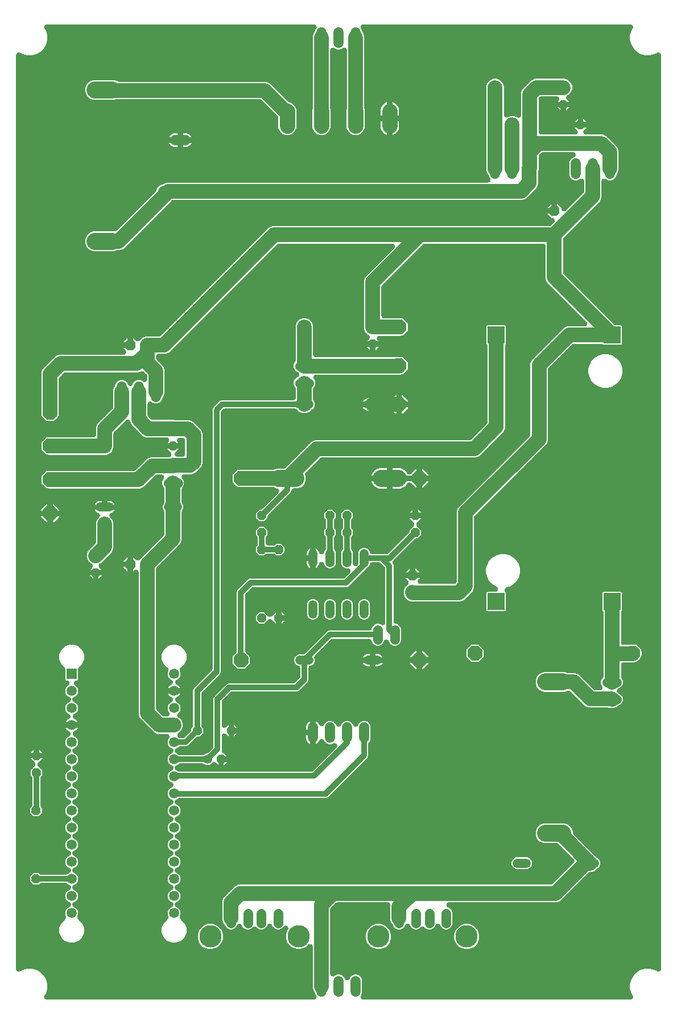
<source format=gbr>
G04 EAGLE Gerber RS-274X export*
G75*
%MOMM*%
%FSLAX34Y34*%
%LPD*%
%INTop Copper*%
%IPPOS*%
%AMOC8*
5,1,8,0,0,1.08239X$1,22.5*%
G01*
%ADD10C,2.247900*%
%ADD11P,1.732040X8X112.500000*%
%ADD12C,1.600200*%
%ADD13P,1.429621X8X22.500000*%
%ADD14P,1.429621X8X202.500000*%
%ADD15C,1.524000*%
%ADD16C,2.540000*%
%ADD17C,1.320800*%
%ADD18P,1.732040X8X202.500000*%
%ADD19P,1.429621X8X292.500000*%
%ADD20R,2.500000X2.500000*%
%ADD21R,1.508000X1.508000*%
%ADD22C,1.508000*%
%ADD23P,1.429621X8X112.500000*%
%ADD24C,1.320800*%
%ADD25C,1.458000*%
%ADD26C,3.316000*%
%ADD27C,1.422400*%
%ADD28P,2.336880X8X22.500000*%
%ADD29R,1.006400X1.006400*%
%ADD30C,2.184400*%
%ADD31C,0.812800*%

G36*
X453474Y10169D02*
X453474Y10169D01*
X453589Y10167D01*
X453758Y10189D01*
X453927Y10201D01*
X454040Y10225D01*
X454154Y10239D01*
X454318Y10284D01*
X454484Y10320D01*
X454592Y10359D01*
X454704Y10390D01*
X454860Y10457D01*
X455019Y10516D01*
X455121Y10570D01*
X455227Y10616D01*
X455372Y10704D01*
X455522Y10784D01*
X455615Y10852D01*
X455713Y10912D01*
X455845Y11021D01*
X455982Y11121D01*
X456064Y11201D01*
X456153Y11274D01*
X456268Y11400D01*
X456390Y11518D01*
X456461Y11609D01*
X456538Y11694D01*
X456635Y11834D01*
X456739Y11969D01*
X456796Y12069D01*
X456861Y12164D01*
X456937Y12316D01*
X457021Y12464D01*
X457063Y12571D01*
X457115Y12674D01*
X457168Y12835D01*
X457231Y12993D01*
X457258Y13106D01*
X457295Y13215D01*
X457325Y13382D01*
X457365Y13547D01*
X457376Y13662D01*
X457397Y13775D01*
X457404Y13945D01*
X457420Y14114D01*
X457416Y14230D01*
X457420Y14345D01*
X457403Y14514D01*
X457396Y14684D01*
X457375Y14797D01*
X457363Y14912D01*
X457323Y15077D01*
X457292Y15244D01*
X457255Y15353D01*
X457228Y15465D01*
X457165Y15623D01*
X457111Y15784D01*
X457059Y15887D01*
X457016Y15994D01*
X456932Y16141D01*
X456855Y16293D01*
X456790Y16388D01*
X456733Y16488D01*
X456659Y16577D01*
X456532Y16762D01*
X456436Y16866D01*
X454640Y21202D01*
X454587Y21307D01*
X454543Y21417D01*
X454460Y21562D01*
X454386Y21712D01*
X454319Y21809D01*
X454260Y21911D01*
X454187Y21999D01*
X454062Y22181D01*
X453833Y22430D01*
X453759Y22520D01*
X453617Y22662D01*
X451645Y27423D01*
X451645Y88813D01*
X451637Y88928D01*
X451639Y89044D01*
X451617Y89212D01*
X451605Y89382D01*
X451581Y89494D01*
X451567Y89609D01*
X451522Y89773D01*
X451486Y89939D01*
X451447Y90047D01*
X451416Y90158D01*
X451349Y90314D01*
X451290Y90474D01*
X451236Y90576D01*
X451190Y90681D01*
X451102Y90826D01*
X451022Y90976D01*
X450954Y91069D01*
X450894Y91168D01*
X450786Y91299D01*
X450685Y91436D01*
X450605Y91519D01*
X450532Y91608D01*
X450406Y91723D01*
X450288Y91845D01*
X450197Y91915D01*
X450112Y91993D01*
X449972Y92089D01*
X449837Y92193D01*
X449737Y92250D01*
X449642Y92316D01*
X449490Y92391D01*
X449342Y92476D01*
X449235Y92518D01*
X449132Y92569D01*
X448971Y92623D01*
X448813Y92686D01*
X448700Y92713D01*
X448591Y92749D01*
X448424Y92780D01*
X448259Y92820D01*
X448144Y92831D01*
X448031Y92852D01*
X447861Y92859D01*
X447692Y92875D01*
X447577Y92870D01*
X447461Y92875D01*
X447292Y92858D01*
X447122Y92851D01*
X447009Y92829D01*
X446894Y92818D01*
X446729Y92778D01*
X446562Y92747D01*
X446453Y92710D01*
X446341Y92682D01*
X446183Y92619D01*
X446022Y92565D01*
X445919Y92514D01*
X445812Y92471D01*
X445665Y92386D01*
X445513Y92310D01*
X445418Y92245D01*
X445318Y92187D01*
X445229Y92114D01*
X445044Y91986D01*
X444800Y91761D01*
X444709Y91686D01*
X441243Y88221D01*
X434402Y85387D01*
X426998Y85387D01*
X420157Y88221D01*
X414921Y93457D01*
X412087Y100298D01*
X412087Y107702D01*
X414884Y114455D01*
X414902Y114509D01*
X414927Y114562D01*
X414993Y114779D01*
X415065Y114995D01*
X415075Y115052D01*
X415092Y115107D01*
X415127Y115332D01*
X415168Y115555D01*
X415170Y115613D01*
X415179Y115670D01*
X415182Y115897D01*
X415192Y116125D01*
X415186Y116182D01*
X415187Y116240D01*
X415158Y116465D01*
X415136Y116692D01*
X415122Y116748D01*
X415115Y116805D01*
X415055Y117024D01*
X415001Y117245D01*
X414980Y117299D01*
X414964Y117355D01*
X414874Y117563D01*
X414790Y117775D01*
X414762Y117825D01*
X414739Y117878D01*
X414620Y118072D01*
X414507Y118269D01*
X414472Y118315D01*
X414442Y118364D01*
X414297Y118540D01*
X414158Y118720D01*
X414117Y118760D01*
X414080Y118804D01*
X413912Y118958D01*
X413749Y119116D01*
X413703Y119150D01*
X413660Y119189D01*
X413473Y119318D01*
X413289Y119452D01*
X413238Y119479D01*
X413190Y119512D01*
X412987Y119613D01*
X412786Y119720D01*
X412732Y119740D01*
X412680Y119766D01*
X412464Y119838D01*
X412251Y119915D01*
X412194Y119927D01*
X412140Y119946D01*
X411916Y119987D01*
X411693Y120034D01*
X411636Y120038D01*
X411579Y120048D01*
X411352Y120057D01*
X411125Y120073D01*
X411067Y120069D01*
X411010Y120071D01*
X410783Y120048D01*
X410557Y120032D01*
X410500Y120020D01*
X410443Y120014D01*
X410222Y119960D01*
X409999Y119912D01*
X409945Y119893D01*
X409889Y119879D01*
X409678Y119794D01*
X409465Y119716D01*
X409414Y119689D01*
X409360Y119667D01*
X409163Y119554D01*
X408963Y119446D01*
X408916Y119412D01*
X408866Y119384D01*
X408776Y119310D01*
X408503Y119109D01*
X408345Y118955D01*
X408257Y118883D01*
X405281Y115907D01*
X401854Y114487D01*
X398146Y114487D01*
X394719Y115907D01*
X392097Y118529D01*
X391254Y120563D01*
X391203Y120666D01*
X391160Y120774D01*
X391075Y120921D01*
X391000Y121073D01*
X390934Y121168D01*
X390877Y121268D01*
X390773Y121402D01*
X390676Y121542D01*
X390598Y121627D01*
X390528Y121718D01*
X390405Y121837D01*
X390291Y121962D01*
X390202Y122035D01*
X390119Y122115D01*
X389981Y122216D01*
X389850Y122323D01*
X389752Y122383D01*
X389658Y122451D01*
X389508Y122531D01*
X389363Y122619D01*
X389257Y122665D01*
X389156Y122719D01*
X388996Y122777D01*
X388840Y122844D01*
X388729Y122875D01*
X388620Y122914D01*
X388454Y122949D01*
X388290Y122994D01*
X388176Y123009D01*
X388063Y123033D01*
X387893Y123044D01*
X387725Y123065D01*
X387610Y123064D01*
X387495Y123072D01*
X387325Y123060D01*
X387155Y123057D01*
X387041Y123039D01*
X386926Y123031D01*
X386760Y122995D01*
X386592Y122969D01*
X386482Y122935D01*
X386369Y122911D01*
X386209Y122852D01*
X386047Y122803D01*
X385942Y122754D01*
X385834Y122715D01*
X385685Y122634D01*
X385530Y122562D01*
X385434Y122500D01*
X385332Y122445D01*
X385195Y122345D01*
X385053Y122252D01*
X384966Y122176D01*
X384873Y122108D01*
X384751Y121990D01*
X384623Y121878D01*
X384547Y121791D01*
X384465Y121710D01*
X384361Y121576D01*
X384250Y121447D01*
X384187Y121350D01*
X384117Y121259D01*
X384063Y121157D01*
X383941Y120968D01*
X383801Y120667D01*
X383746Y120563D01*
X382903Y118529D01*
X380281Y115907D01*
X376854Y114487D01*
X373146Y114487D01*
X369719Y115907D01*
X367873Y117753D01*
X367699Y117904D01*
X367530Y118059D01*
X367485Y118090D01*
X367443Y118126D01*
X367250Y118251D01*
X367060Y118382D01*
X367011Y118406D01*
X366965Y118436D01*
X366756Y118533D01*
X366550Y118635D01*
X366498Y118653D01*
X366448Y118676D01*
X366227Y118743D01*
X366009Y118815D01*
X365955Y118825D01*
X365903Y118841D01*
X365675Y118876D01*
X365449Y118918D01*
X365394Y118920D01*
X365340Y118928D01*
X365110Y118932D01*
X364879Y118941D01*
X364825Y118935D01*
X364770Y118936D01*
X364541Y118907D01*
X364312Y118884D01*
X364259Y118871D01*
X364205Y118864D01*
X363982Y118803D01*
X363759Y118749D01*
X363708Y118728D01*
X363655Y118714D01*
X363444Y118622D01*
X363230Y118537D01*
X363182Y118510D01*
X363132Y118488D01*
X362936Y118368D01*
X362736Y118253D01*
X362701Y118225D01*
X362646Y118191D01*
X362205Y117829D01*
X362161Y117781D01*
X362127Y117753D01*
X360281Y115907D01*
X356854Y114487D01*
X353146Y114487D01*
X349719Y115907D01*
X347097Y118529D01*
X346254Y120563D01*
X346202Y120667D01*
X346160Y120774D01*
X346075Y120921D01*
X346000Y121073D01*
X345934Y121168D01*
X345877Y121268D01*
X345773Y121402D01*
X345676Y121542D01*
X345598Y121627D01*
X345528Y121718D01*
X345406Y121837D01*
X345291Y121962D01*
X345202Y122035D01*
X345119Y122115D01*
X344981Y122215D01*
X344850Y122323D01*
X344752Y122383D01*
X344659Y122451D01*
X344509Y122531D01*
X344363Y122619D01*
X344257Y122665D01*
X344156Y122719D01*
X343996Y122777D01*
X343840Y122844D01*
X343728Y122875D01*
X343620Y122914D01*
X343454Y122949D01*
X343290Y122994D01*
X343176Y123009D01*
X343063Y123033D01*
X342893Y123044D01*
X342725Y123065D01*
X342610Y123064D01*
X342495Y123072D01*
X342325Y123060D01*
X342155Y123057D01*
X342041Y123039D01*
X341926Y123031D01*
X341760Y122995D01*
X341592Y122969D01*
X341482Y122935D01*
X341369Y122911D01*
X341210Y122853D01*
X341047Y122803D01*
X340943Y122754D01*
X340834Y122715D01*
X340684Y122634D01*
X340530Y122562D01*
X340434Y122500D01*
X340332Y122445D01*
X340195Y122345D01*
X340053Y122252D01*
X339966Y122176D01*
X339873Y122108D01*
X339751Y121990D01*
X339623Y121878D01*
X339547Y121791D01*
X339465Y121710D01*
X339362Y121576D01*
X339250Y121447D01*
X339187Y121350D01*
X339117Y121259D01*
X339063Y121158D01*
X338941Y120969D01*
X338801Y120667D01*
X338746Y120563D01*
X337903Y118529D01*
X335281Y115907D01*
X331854Y114487D01*
X328146Y114487D01*
X324719Y115907D01*
X322083Y118543D01*
X322060Y118618D01*
X320883Y121459D01*
X320831Y121564D01*
X320787Y121674D01*
X320703Y121819D01*
X320629Y121969D01*
X320562Y122066D01*
X320503Y122168D01*
X320430Y122256D01*
X320305Y122438D01*
X320076Y122687D01*
X320002Y122777D01*
X319017Y123762D01*
X317045Y128523D01*
X317045Y156777D01*
X319017Y161538D01*
X336462Y178983D01*
X341223Y180955D01*
X805751Y180955D01*
X805811Y180959D01*
X805871Y180957D01*
X806095Y180979D01*
X806319Y180995D01*
X806378Y181007D01*
X806438Y181013D01*
X806657Y181067D01*
X806877Y181114D01*
X806933Y181134D01*
X806992Y181149D01*
X807201Y181232D01*
X807412Y181310D01*
X807465Y181338D01*
X807521Y181360D01*
X807716Y181472D01*
X807914Y181578D01*
X807963Y181614D01*
X808015Y181644D01*
X808106Y181719D01*
X808374Y181915D01*
X808535Y182072D01*
X808624Y182145D01*
X839856Y213377D01*
X840007Y213551D01*
X840163Y213720D01*
X840194Y213766D01*
X840230Y213807D01*
X840355Y214000D01*
X840485Y214190D01*
X840510Y214239D01*
X840540Y214285D01*
X840637Y214494D01*
X840739Y214700D01*
X840756Y214752D01*
X840779Y214802D01*
X840846Y215022D01*
X840919Y215241D01*
X840929Y215295D01*
X840945Y215347D01*
X840980Y215574D01*
X841021Y215801D01*
X841024Y215856D01*
X841032Y215910D01*
X841035Y216140D01*
X841044Y216371D01*
X841039Y216425D01*
X841040Y216480D01*
X841011Y216709D01*
X840988Y216937D01*
X840975Y216991D01*
X840968Y217045D01*
X840907Y217268D01*
X840852Y217491D01*
X840832Y217542D01*
X840817Y217595D01*
X840726Y217806D01*
X840640Y218020D01*
X840613Y218068D01*
X840591Y218118D01*
X840471Y218315D01*
X840357Y218514D01*
X840329Y218548D01*
X840295Y218604D01*
X839933Y219045D01*
X839884Y219089D01*
X839856Y219123D01*
X817424Y241555D01*
X817378Y241595D01*
X817338Y241639D01*
X817164Y241781D01*
X816994Y241929D01*
X816943Y241962D01*
X816897Y242000D01*
X816704Y242117D01*
X816516Y242239D01*
X816461Y242264D01*
X816409Y242295D01*
X816203Y242384D01*
X815999Y242479D01*
X815941Y242496D01*
X815886Y242520D01*
X815669Y242578D01*
X815454Y242644D01*
X815394Y242653D01*
X815336Y242669D01*
X815219Y242680D01*
X814891Y242731D01*
X814666Y242734D01*
X814551Y242745D01*
X795369Y242745D01*
X789955Y244988D01*
X785810Y249133D01*
X783567Y254547D01*
X783567Y260409D01*
X785810Y265823D01*
X789955Y269968D01*
X795369Y272211D01*
X826631Y272211D01*
X832045Y269968D01*
X836190Y265823D01*
X838433Y260409D01*
X838433Y258871D01*
X838437Y258811D01*
X838435Y258751D01*
X838457Y258527D01*
X838473Y258303D01*
X838485Y258244D01*
X838491Y258184D01*
X838545Y257965D01*
X838592Y257745D01*
X838612Y257689D01*
X838627Y257630D01*
X838710Y257421D01*
X838788Y257210D01*
X838816Y257157D01*
X838838Y257101D01*
X838950Y256906D01*
X839056Y256708D01*
X839092Y256659D01*
X839122Y256607D01*
X839197Y256516D01*
X839393Y256248D01*
X839550Y256087D01*
X839623Y255998D01*
X874376Y221245D01*
X874465Y221168D01*
X874547Y221083D01*
X874679Y220981D01*
X874806Y220871D01*
X874905Y220807D01*
X874998Y220735D01*
X875099Y220682D01*
X875284Y220562D01*
X875591Y220419D01*
X875694Y220364D01*
X875796Y220322D01*
X878226Y217892D01*
X879541Y214718D01*
X879541Y211282D01*
X878226Y208108D01*
X875796Y205678D01*
X875694Y205636D01*
X875588Y205583D01*
X875479Y205539D01*
X875334Y205456D01*
X875184Y205381D01*
X875087Y205314D01*
X874985Y205256D01*
X874896Y205183D01*
X874715Y205058D01*
X874466Y204829D01*
X874376Y204755D01*
X871638Y202017D01*
X866877Y200045D01*
X864849Y200045D01*
X864789Y200041D01*
X864729Y200043D01*
X864505Y200021D01*
X864281Y200005D01*
X864222Y199993D01*
X864162Y199987D01*
X863943Y199933D01*
X863723Y199886D01*
X863667Y199866D01*
X863608Y199851D01*
X863399Y199768D01*
X863188Y199690D01*
X863135Y199662D01*
X863079Y199640D01*
X862884Y199528D01*
X862686Y199422D01*
X862637Y199386D01*
X862585Y199356D01*
X862494Y199281D01*
X862226Y199085D01*
X862065Y198928D01*
X861976Y198855D01*
X820138Y157017D01*
X815377Y155045D01*
X654579Y155045D01*
X654522Y155041D01*
X654464Y155044D01*
X654238Y155021D01*
X654011Y155005D01*
X653955Y154993D01*
X653897Y154988D01*
X653676Y154934D01*
X653454Y154886D01*
X653400Y154866D01*
X653344Y154853D01*
X653132Y154769D01*
X652919Y154690D01*
X652868Y154663D01*
X652814Y154642D01*
X652617Y154529D01*
X652416Y154422D01*
X652370Y154388D01*
X652320Y154359D01*
X652140Y154220D01*
X651956Y154085D01*
X651915Y154045D01*
X651870Y154010D01*
X651711Y153847D01*
X651548Y153688D01*
X651513Y153642D01*
X651473Y153601D01*
X651339Y153417D01*
X651199Y153237D01*
X651171Y153187D01*
X651137Y153140D01*
X651030Y152940D01*
X650917Y152742D01*
X650896Y152689D01*
X650869Y152638D01*
X650791Y152424D01*
X650707Y152213D01*
X650693Y152157D01*
X650674Y152102D01*
X650626Y151880D01*
X650573Y151659D01*
X650567Y151601D01*
X650555Y151545D01*
X650540Y151318D01*
X650518Y151092D01*
X650520Y151034D01*
X650516Y150977D01*
X650532Y150750D01*
X650542Y150522D01*
X650553Y150466D01*
X650557Y150408D01*
X650605Y150186D01*
X650646Y149962D01*
X650665Y149908D01*
X650677Y149851D01*
X650755Y149638D01*
X650828Y149422D01*
X650853Y149370D01*
X650873Y149316D01*
X650980Y149117D01*
X651083Y148913D01*
X651115Y148865D01*
X651143Y148814D01*
X651277Y148631D01*
X651406Y148444D01*
X651446Y148401D01*
X651480Y148355D01*
X651639Y148192D01*
X651793Y148025D01*
X651837Y147988D01*
X651878Y147947D01*
X652058Y147808D01*
X652234Y147664D01*
X652283Y147634D01*
X652329Y147599D01*
X652432Y147544D01*
X652721Y147369D01*
X652923Y147282D01*
X653024Y147228D01*
X655281Y146293D01*
X657903Y143671D01*
X658310Y142688D01*
X658311Y142688D01*
X659323Y140244D01*
X659323Y121956D01*
X657940Y118618D01*
X657922Y118563D01*
X657908Y118534D01*
X655281Y115907D01*
X651854Y114487D01*
X648146Y114487D01*
X644719Y115907D01*
X642097Y118529D01*
X641254Y120563D01*
X641203Y120666D01*
X641160Y120774D01*
X641075Y120921D01*
X641000Y121073D01*
X640934Y121168D01*
X640877Y121268D01*
X640773Y121402D01*
X640676Y121542D01*
X640598Y121627D01*
X640528Y121718D01*
X640405Y121837D01*
X640291Y121962D01*
X640202Y122035D01*
X640119Y122115D01*
X639981Y122216D01*
X639850Y122323D01*
X639752Y122383D01*
X639658Y122451D01*
X639508Y122531D01*
X639363Y122619D01*
X639257Y122665D01*
X639156Y122719D01*
X638996Y122777D01*
X638840Y122844D01*
X638729Y122875D01*
X638620Y122914D01*
X638454Y122949D01*
X638290Y122994D01*
X638176Y123009D01*
X638063Y123033D01*
X637893Y123044D01*
X637725Y123065D01*
X637610Y123064D01*
X637495Y123072D01*
X637325Y123060D01*
X637155Y123057D01*
X637041Y123039D01*
X636926Y123031D01*
X636760Y122995D01*
X636592Y122969D01*
X636482Y122935D01*
X636369Y122911D01*
X636209Y122852D01*
X636047Y122803D01*
X635942Y122754D01*
X635834Y122715D01*
X635685Y122634D01*
X635530Y122562D01*
X635434Y122500D01*
X635332Y122445D01*
X635195Y122345D01*
X635053Y122252D01*
X634966Y122176D01*
X634873Y122108D01*
X634751Y121990D01*
X634623Y121878D01*
X634547Y121791D01*
X634465Y121710D01*
X634361Y121576D01*
X634250Y121447D01*
X634187Y121350D01*
X634117Y121259D01*
X634063Y121157D01*
X633941Y120968D01*
X633801Y120667D01*
X633746Y120563D01*
X632903Y118529D01*
X630281Y115907D01*
X626854Y114487D01*
X623146Y114487D01*
X619719Y115907D01*
X617873Y117753D01*
X617699Y117904D01*
X617530Y118059D01*
X617485Y118090D01*
X617443Y118126D01*
X617250Y118251D01*
X617060Y118382D01*
X617011Y118406D01*
X616965Y118436D01*
X616756Y118533D01*
X616550Y118635D01*
X616498Y118653D01*
X616448Y118676D01*
X616227Y118743D01*
X616009Y118815D01*
X615955Y118825D01*
X615903Y118841D01*
X615675Y118876D01*
X615449Y118918D01*
X615394Y118920D01*
X615340Y118928D01*
X615110Y118932D01*
X614879Y118941D01*
X614825Y118935D01*
X614770Y118936D01*
X614541Y118907D01*
X614312Y118884D01*
X614259Y118871D01*
X614205Y118864D01*
X613982Y118803D01*
X613759Y118749D01*
X613708Y118728D01*
X613655Y118714D01*
X613444Y118622D01*
X613230Y118537D01*
X613182Y118510D01*
X613132Y118488D01*
X612936Y118368D01*
X612736Y118253D01*
X612701Y118225D01*
X612646Y118191D01*
X612205Y117829D01*
X612161Y117781D01*
X612127Y117753D01*
X610281Y115907D01*
X606854Y114487D01*
X603146Y114487D01*
X599719Y115907D01*
X597097Y118529D01*
X596254Y120563D01*
X596202Y120667D01*
X596160Y120774D01*
X596075Y120921D01*
X596000Y121073D01*
X595934Y121168D01*
X595877Y121268D01*
X595773Y121402D01*
X595676Y121542D01*
X595598Y121627D01*
X595528Y121718D01*
X595406Y121837D01*
X595291Y121962D01*
X595202Y122035D01*
X595119Y122115D01*
X594981Y122215D01*
X594850Y122323D01*
X594752Y122383D01*
X594659Y122451D01*
X594509Y122531D01*
X594363Y122619D01*
X594257Y122665D01*
X594156Y122719D01*
X593996Y122777D01*
X593840Y122844D01*
X593728Y122875D01*
X593620Y122914D01*
X593454Y122949D01*
X593290Y122994D01*
X593176Y123009D01*
X593063Y123033D01*
X592893Y123044D01*
X592725Y123065D01*
X592610Y123064D01*
X592495Y123072D01*
X592325Y123060D01*
X592155Y123057D01*
X592041Y123039D01*
X591926Y123031D01*
X591760Y122995D01*
X591592Y122969D01*
X591482Y122935D01*
X591369Y122911D01*
X591210Y122853D01*
X591047Y122803D01*
X590943Y122754D01*
X590834Y122715D01*
X590684Y122634D01*
X590530Y122562D01*
X590434Y122500D01*
X590332Y122445D01*
X590195Y122345D01*
X590053Y122252D01*
X589966Y122176D01*
X589873Y122108D01*
X589751Y121990D01*
X589623Y121878D01*
X589547Y121791D01*
X589465Y121710D01*
X589362Y121576D01*
X589250Y121447D01*
X589187Y121350D01*
X589117Y121259D01*
X589063Y121158D01*
X588941Y120969D01*
X588801Y120667D01*
X588746Y120563D01*
X587903Y118529D01*
X585281Y115907D01*
X581854Y114487D01*
X578146Y114487D01*
X574719Y115907D01*
X572083Y118543D01*
X572060Y118618D01*
X570883Y121459D01*
X570831Y121564D01*
X570787Y121674D01*
X570703Y121819D01*
X570629Y121969D01*
X570562Y122066D01*
X570503Y122168D01*
X570430Y122256D01*
X570305Y122438D01*
X570076Y122687D01*
X570002Y122777D01*
X569017Y123762D01*
X567045Y128523D01*
X567045Y150982D01*
X567029Y151211D01*
X567019Y151442D01*
X567009Y151496D01*
X567005Y151550D01*
X566957Y151776D01*
X566915Y152002D01*
X566898Y152054D01*
X566886Y152108D01*
X566807Y152324D01*
X566734Y152542D01*
X566709Y152591D01*
X566690Y152643D01*
X566582Y152846D01*
X566479Y153051D01*
X566448Y153097D01*
X566422Y153145D01*
X566286Y153331D01*
X566155Y153520D01*
X566118Y153561D01*
X566085Y153605D01*
X565925Y153770D01*
X565769Y153939D01*
X565726Y153974D01*
X565688Y154013D01*
X565506Y154154D01*
X565328Y154300D01*
X565280Y154328D01*
X565237Y154362D01*
X565037Y154476D01*
X564840Y154595D01*
X564790Y154617D01*
X564742Y154644D01*
X564528Y154729D01*
X564317Y154820D01*
X564264Y154834D01*
X564213Y154854D01*
X563988Y154909D01*
X563767Y154969D01*
X563723Y154973D01*
X563659Y154989D01*
X563092Y155044D01*
X563026Y155041D01*
X562982Y155045D01*
X488749Y155045D01*
X488689Y155041D01*
X488629Y155043D01*
X488405Y155021D01*
X488181Y155005D01*
X488122Y154993D01*
X488062Y154987D01*
X487843Y154933D01*
X487623Y154886D01*
X487567Y154866D01*
X487508Y154851D01*
X487299Y154768D01*
X487088Y154690D01*
X487035Y154662D01*
X486979Y154640D01*
X486784Y154528D01*
X486586Y154422D01*
X486537Y154386D01*
X486485Y154356D01*
X486394Y154281D01*
X486126Y154085D01*
X485965Y153928D01*
X485876Y153855D01*
X478745Y146724D01*
X478705Y146678D01*
X478661Y146638D01*
X478519Y146464D01*
X478371Y146294D01*
X478338Y146243D01*
X478300Y146197D01*
X478183Y146004D01*
X478061Y145816D01*
X478036Y145761D01*
X478005Y145709D01*
X477916Y145503D01*
X477821Y145299D01*
X477804Y145241D01*
X477780Y145186D01*
X477722Y144969D01*
X477656Y144754D01*
X477647Y144694D01*
X477631Y144636D01*
X477620Y144519D01*
X477569Y144191D01*
X477566Y143966D01*
X477555Y143851D01*
X477555Y48635D01*
X477563Y48520D01*
X477561Y48405D01*
X477583Y48237D01*
X477595Y48067D01*
X477619Y47954D01*
X477633Y47840D01*
X477678Y47676D01*
X477714Y47510D01*
X477753Y47402D01*
X477784Y47290D01*
X477851Y47134D01*
X477910Y46975D01*
X477964Y46873D01*
X478010Y46767D01*
X478098Y46622D01*
X478178Y46472D01*
X478246Y46379D01*
X478306Y46281D01*
X478415Y46149D01*
X478515Y46012D01*
X478595Y45930D01*
X478668Y45841D01*
X478794Y45726D01*
X478912Y45604D01*
X479003Y45534D01*
X479088Y45456D01*
X479229Y45359D01*
X479363Y45255D01*
X479463Y45198D01*
X479558Y45133D01*
X479710Y45057D01*
X479858Y44973D01*
X479965Y44930D01*
X480068Y44879D01*
X480229Y44826D01*
X480387Y44763D01*
X480500Y44736D01*
X480609Y44699D01*
X480776Y44669D01*
X480941Y44629D01*
X481056Y44618D01*
X481169Y44597D01*
X481339Y44590D01*
X481508Y44574D01*
X481623Y44578D01*
X481739Y44574D01*
X481908Y44591D01*
X482078Y44598D01*
X482191Y44619D01*
X482306Y44631D01*
X482471Y44671D01*
X482638Y44702D01*
X482747Y44739D01*
X482859Y44766D01*
X483017Y44829D01*
X483178Y44883D01*
X483281Y44935D01*
X483388Y44978D01*
X483535Y45062D01*
X483687Y45139D01*
X483782Y45204D01*
X483882Y45261D01*
X483971Y45335D01*
X484156Y45462D01*
X484400Y45687D01*
X484491Y45762D01*
X484532Y45803D01*
X488080Y47273D01*
X491920Y47273D01*
X495468Y45803D01*
X498183Y43088D01*
X498946Y41246D01*
X498998Y41143D01*
X499040Y41036D01*
X499124Y40889D01*
X499200Y40736D01*
X499266Y40641D01*
X499323Y40541D01*
X499427Y40407D01*
X499524Y40267D01*
X499602Y40182D01*
X499672Y40091D01*
X499794Y39973D01*
X499909Y39848D01*
X499998Y39775D01*
X500081Y39694D01*
X500218Y39594D01*
X500350Y39486D01*
X500449Y39426D01*
X500541Y39359D01*
X500691Y39279D01*
X500837Y39190D01*
X500943Y39145D01*
X501044Y39090D01*
X501204Y39032D01*
X501360Y38965D01*
X501472Y38935D01*
X501580Y38895D01*
X501746Y38860D01*
X501910Y38815D01*
X502024Y38801D01*
X502137Y38777D01*
X502307Y38765D01*
X502475Y38744D01*
X502590Y38746D01*
X502705Y38738D01*
X502875Y38750D01*
X503045Y38752D01*
X503159Y38770D01*
X503274Y38779D01*
X503440Y38814D01*
X503608Y38841D01*
X503718Y38874D01*
X503831Y38898D01*
X503990Y38957D01*
X504153Y39007D01*
X504257Y39055D01*
X504366Y39095D01*
X504515Y39175D01*
X504669Y39247D01*
X504766Y39310D01*
X504868Y39364D01*
X505005Y39465D01*
X505147Y39558D01*
X505234Y39633D01*
X505327Y39701D01*
X505449Y39820D01*
X505577Y39932D01*
X505652Y40019D01*
X505735Y40099D01*
X505839Y40234D01*
X505950Y40362D01*
X506013Y40459D01*
X506083Y40550D01*
X506137Y40652D01*
X506259Y40841D01*
X506398Y41142D01*
X506454Y41246D01*
X507217Y43088D01*
X509932Y45803D01*
X513480Y47273D01*
X517320Y47273D01*
X520868Y45803D01*
X523583Y43088D01*
X525053Y39540D01*
X525053Y20460D01*
X523568Y16875D01*
X523506Y16795D01*
X523395Y16667D01*
X523332Y16570D01*
X523261Y16479D01*
X523177Y16332D01*
X523085Y16189D01*
X523036Y16084D01*
X522979Y15984D01*
X522916Y15826D01*
X522845Y15672D01*
X522811Y15562D01*
X522769Y15455D01*
X522729Y15289D01*
X522680Y15127D01*
X522662Y15013D01*
X522635Y14901D01*
X522618Y14732D01*
X522592Y14564D01*
X522591Y14448D01*
X522580Y14334D01*
X522587Y14164D01*
X522585Y13994D01*
X522599Y13880D01*
X522604Y13764D01*
X522635Y13597D01*
X522657Y13429D01*
X522687Y13317D01*
X522708Y13204D01*
X522762Y13043D01*
X522807Y12879D01*
X522853Y12774D01*
X522889Y12664D01*
X522966Y12512D01*
X523033Y12356D01*
X523093Y12258D01*
X523145Y12155D01*
X523241Y12015D01*
X523330Y11870D01*
X523403Y11781D01*
X523468Y11686D01*
X523584Y11561D01*
X523692Y11430D01*
X523776Y11352D01*
X523855Y11267D01*
X523986Y11159D01*
X524111Y11044D01*
X524206Y10979D01*
X524296Y10906D01*
X524441Y10818D01*
X524581Y10722D01*
X524684Y10670D01*
X524783Y10611D01*
X524939Y10544D01*
X525091Y10468D01*
X525201Y10432D01*
X525307Y10386D01*
X525470Y10342D01*
X525632Y10288D01*
X525745Y10267D01*
X525857Y10237D01*
X525971Y10226D01*
X526192Y10186D01*
X526524Y10172D01*
X526641Y10161D01*
X924209Y10161D01*
X924362Y10172D01*
X924515Y10172D01*
X924646Y10191D01*
X924777Y10201D01*
X924927Y10233D01*
X925079Y10255D01*
X925206Y10292D01*
X925334Y10320D01*
X925479Y10373D01*
X925626Y10416D01*
X925745Y10470D01*
X925869Y10516D01*
X926005Y10588D01*
X926145Y10652D01*
X926256Y10722D01*
X926372Y10784D01*
X926496Y10875D01*
X926625Y10957D01*
X926726Y11043D01*
X926832Y11121D01*
X926942Y11228D01*
X927058Y11328D01*
X927146Y11426D01*
X927240Y11518D01*
X927334Y11640D01*
X927436Y11755D01*
X927508Y11865D01*
X927589Y11969D01*
X927665Y12102D01*
X927749Y12230D01*
X927806Y12349D01*
X927871Y12464D01*
X927928Y12607D01*
X927993Y12745D01*
X928032Y12871D01*
X928081Y12993D01*
X928117Y13143D01*
X928163Y13289D01*
X928184Y13419D01*
X928215Y13547D01*
X928230Y13700D01*
X928255Y13852D01*
X928258Y13983D01*
X928270Y14114D01*
X928264Y14268D01*
X928267Y14421D01*
X928252Y14552D01*
X928246Y14684D01*
X928218Y14834D01*
X928200Y14987D01*
X928166Y15114D01*
X928142Y15244D01*
X928093Y15389D01*
X928054Y15538D01*
X928014Y15626D01*
X927961Y15784D01*
X927759Y16187D01*
X927728Y16256D01*
X925622Y19902D01*
X923839Y26556D01*
X923839Y33444D01*
X925622Y40098D01*
X929066Y46063D01*
X933937Y50934D01*
X939902Y54378D01*
X946556Y56161D01*
X953444Y56161D01*
X960098Y54378D01*
X963744Y52272D01*
X963882Y52205D01*
X964016Y52129D01*
X964138Y52080D01*
X964257Y52023D01*
X964403Y51976D01*
X964545Y51919D01*
X964673Y51888D01*
X964799Y51847D01*
X964950Y51821D01*
X965099Y51785D01*
X965230Y51772D01*
X965360Y51749D01*
X965513Y51744D01*
X965666Y51730D01*
X965798Y51735D01*
X965929Y51731D01*
X966082Y51748D01*
X966236Y51754D01*
X966365Y51778D01*
X966496Y51792D01*
X966645Y51830D01*
X966796Y51858D01*
X966921Y51900D01*
X967048Y51932D01*
X967190Y51991D01*
X967336Y52039D01*
X967454Y52098D01*
X967576Y52148D01*
X967708Y52226D01*
X967845Y52295D01*
X967954Y52369D01*
X968067Y52436D01*
X968188Y52531D01*
X968314Y52618D01*
X968411Y52708D01*
X968514Y52789D01*
X968620Y52901D01*
X968733Y53005D01*
X968816Y53107D01*
X968907Y53202D01*
X968997Y53327D01*
X969094Y53446D01*
X969162Y53558D01*
X969239Y53665D01*
X969310Y53802D01*
X969389Y53933D01*
X969441Y54054D01*
X969502Y54171D01*
X969553Y54316D01*
X969614Y54457D01*
X969648Y54584D01*
X969692Y54708D01*
X969723Y54858D01*
X969763Y55007D01*
X969772Y55103D01*
X969805Y55266D01*
X969832Y55716D01*
X969839Y55791D01*
X969839Y1414209D01*
X969828Y1414362D01*
X969828Y1414515D01*
X969809Y1414646D01*
X969799Y1414777D01*
X969767Y1414927D01*
X969745Y1415079D01*
X969708Y1415206D01*
X969680Y1415334D01*
X969627Y1415479D01*
X969584Y1415626D01*
X969530Y1415745D01*
X969484Y1415869D01*
X969412Y1416005D01*
X969348Y1416145D01*
X969278Y1416256D01*
X969216Y1416372D01*
X969125Y1416496D01*
X969043Y1416625D01*
X968957Y1416726D01*
X968879Y1416832D01*
X968772Y1416942D01*
X968672Y1417058D01*
X968574Y1417146D01*
X968482Y1417240D01*
X968360Y1417334D01*
X968245Y1417436D01*
X968135Y1417508D01*
X968031Y1417589D01*
X967898Y1417665D01*
X967770Y1417749D01*
X967651Y1417806D01*
X967536Y1417871D01*
X967393Y1417928D01*
X967255Y1417993D01*
X967129Y1418032D01*
X967007Y1418081D01*
X966857Y1418117D01*
X966711Y1418163D01*
X966581Y1418184D01*
X966453Y1418215D01*
X966300Y1418230D01*
X966148Y1418255D01*
X966017Y1418258D01*
X965886Y1418270D01*
X965732Y1418264D01*
X965579Y1418267D01*
X965448Y1418252D01*
X965316Y1418246D01*
X965166Y1418218D01*
X965013Y1418200D01*
X964886Y1418166D01*
X964756Y1418142D01*
X964611Y1418093D01*
X964462Y1418054D01*
X964374Y1418014D01*
X964216Y1417961D01*
X963813Y1417759D01*
X963744Y1417728D01*
X960098Y1415622D01*
X953444Y1413839D01*
X946556Y1413839D01*
X939902Y1415622D01*
X933937Y1419066D01*
X929066Y1423937D01*
X925622Y1429902D01*
X923839Y1436556D01*
X923839Y1443444D01*
X925622Y1450098D01*
X927728Y1453744D01*
X927795Y1453882D01*
X927871Y1454016D01*
X927920Y1454138D01*
X927977Y1454257D01*
X928024Y1454403D01*
X928081Y1454545D01*
X928112Y1454673D01*
X928153Y1454799D01*
X928179Y1454950D01*
X928215Y1455099D01*
X928228Y1455230D01*
X928251Y1455360D01*
X928256Y1455513D01*
X928270Y1455666D01*
X928265Y1455798D01*
X928269Y1455929D01*
X928252Y1456082D01*
X928246Y1456236D01*
X928222Y1456365D01*
X928208Y1456496D01*
X928170Y1456645D01*
X928142Y1456796D01*
X928100Y1456921D01*
X928068Y1457048D01*
X928009Y1457190D01*
X927961Y1457336D01*
X927902Y1457454D01*
X927852Y1457576D01*
X927774Y1457708D01*
X927705Y1457845D01*
X927631Y1457954D01*
X927564Y1458067D01*
X927469Y1458188D01*
X927382Y1458314D01*
X927292Y1458411D01*
X927211Y1458514D01*
X927099Y1458620D01*
X926995Y1458733D01*
X926893Y1458816D01*
X926798Y1458907D01*
X926673Y1458997D01*
X926554Y1459094D01*
X926442Y1459162D01*
X926335Y1459239D01*
X926198Y1459310D01*
X926067Y1459389D01*
X925946Y1459441D01*
X925829Y1459502D01*
X925684Y1459553D01*
X925543Y1459614D01*
X925416Y1459648D01*
X925292Y1459692D01*
X925142Y1459723D01*
X924993Y1459763D01*
X924897Y1459772D01*
X924734Y1459805D01*
X924284Y1459832D01*
X924209Y1459839D01*
X526641Y1459839D01*
X526526Y1459831D01*
X526411Y1459833D01*
X526242Y1459811D01*
X526073Y1459799D01*
X525960Y1459775D01*
X525846Y1459761D01*
X525682Y1459716D01*
X525516Y1459680D01*
X525408Y1459641D01*
X525296Y1459610D01*
X525140Y1459543D01*
X524981Y1459484D01*
X524879Y1459430D01*
X524773Y1459384D01*
X524628Y1459296D01*
X524478Y1459216D01*
X524385Y1459148D01*
X524287Y1459088D01*
X524155Y1458979D01*
X524018Y1458879D01*
X523936Y1458799D01*
X523847Y1458726D01*
X523732Y1458600D01*
X523610Y1458482D01*
X523539Y1458391D01*
X523462Y1458306D01*
X523365Y1458166D01*
X523261Y1458031D01*
X523204Y1457931D01*
X523139Y1457836D01*
X523063Y1457684D01*
X522979Y1457536D01*
X522937Y1457429D01*
X522885Y1457326D01*
X522832Y1457165D01*
X522769Y1457007D01*
X522742Y1456894D01*
X522705Y1456785D01*
X522675Y1456618D01*
X522635Y1456453D01*
X522624Y1456338D01*
X522603Y1456225D01*
X522596Y1456055D01*
X522580Y1455886D01*
X522584Y1455770D01*
X522580Y1455655D01*
X522597Y1455486D01*
X522604Y1455316D01*
X522625Y1455203D01*
X522637Y1455088D01*
X522677Y1454923D01*
X522708Y1454756D01*
X522745Y1454647D01*
X522772Y1454535D01*
X522835Y1454377D01*
X522889Y1454216D01*
X522941Y1454113D01*
X522984Y1454006D01*
X523068Y1453859D01*
X523145Y1453707D01*
X523210Y1453612D01*
X523267Y1453512D01*
X523341Y1453423D01*
X523468Y1453238D01*
X523564Y1453134D01*
X525360Y1448798D01*
X525413Y1448692D01*
X525457Y1448583D01*
X525540Y1448438D01*
X525614Y1448288D01*
X525681Y1448191D01*
X525740Y1448089D01*
X525813Y1448001D01*
X525938Y1447819D01*
X526167Y1447570D01*
X526241Y1447480D01*
X526383Y1447338D01*
X528355Y1442577D01*
X528355Y1335454D01*
X528363Y1335337D01*
X528362Y1335219D01*
X528383Y1335053D01*
X528395Y1334886D01*
X528419Y1334770D01*
X528434Y1334654D01*
X528468Y1334544D01*
X528514Y1334329D01*
X528630Y1334011D01*
X528664Y1333899D01*
X528672Y1333880D01*
X528672Y1306120D01*
X526652Y1301242D01*
X522918Y1297509D01*
X518040Y1295488D01*
X512760Y1295488D01*
X507882Y1297509D01*
X504148Y1301242D01*
X502128Y1306120D01*
X502128Y1333880D01*
X502136Y1333899D01*
X502173Y1334011D01*
X502220Y1334120D01*
X502263Y1334281D01*
X502317Y1334440D01*
X502338Y1334556D01*
X502369Y1334670D01*
X502380Y1334783D01*
X502420Y1335000D01*
X502434Y1335338D01*
X502445Y1335454D01*
X502445Y1421365D01*
X502437Y1421480D01*
X502439Y1421595D01*
X502417Y1421763D01*
X502405Y1421933D01*
X502381Y1422046D01*
X502367Y1422160D01*
X502322Y1422324D01*
X502286Y1422490D01*
X502247Y1422598D01*
X502216Y1422710D01*
X502149Y1422866D01*
X502090Y1423025D01*
X502036Y1423127D01*
X501990Y1423233D01*
X501902Y1423378D01*
X501822Y1423528D01*
X501754Y1423621D01*
X501694Y1423719D01*
X501585Y1423851D01*
X501485Y1423988D01*
X501405Y1424070D01*
X501332Y1424159D01*
X501206Y1424274D01*
X501088Y1424396D01*
X500997Y1424466D01*
X500912Y1424544D01*
X500771Y1424641D01*
X500637Y1424745D01*
X500537Y1424802D01*
X500442Y1424867D01*
X500290Y1424943D01*
X500142Y1425027D01*
X500035Y1425070D01*
X499932Y1425121D01*
X499771Y1425174D01*
X499613Y1425237D01*
X499500Y1425264D01*
X499391Y1425301D01*
X499224Y1425331D01*
X499059Y1425371D01*
X498944Y1425382D01*
X498831Y1425403D01*
X498661Y1425410D01*
X498492Y1425426D01*
X498377Y1425422D01*
X498261Y1425426D01*
X498092Y1425409D01*
X497922Y1425402D01*
X497809Y1425381D01*
X497694Y1425369D01*
X497529Y1425329D01*
X497362Y1425298D01*
X497253Y1425261D01*
X497141Y1425234D01*
X496983Y1425171D01*
X496822Y1425117D01*
X496719Y1425065D01*
X496612Y1425022D01*
X496465Y1424938D01*
X496313Y1424861D01*
X496218Y1424796D01*
X496118Y1424739D01*
X496029Y1424665D01*
X495844Y1424538D01*
X495600Y1424313D01*
X495509Y1424238D01*
X495468Y1424197D01*
X491920Y1422727D01*
X488080Y1422727D01*
X484532Y1424197D01*
X484491Y1424238D01*
X484404Y1424313D01*
X484324Y1424396D01*
X484189Y1424500D01*
X484061Y1424611D01*
X483964Y1424674D01*
X483873Y1424745D01*
X483725Y1424829D01*
X483583Y1424921D01*
X483479Y1424970D01*
X483378Y1425027D01*
X483220Y1425090D01*
X483066Y1425161D01*
X482956Y1425195D01*
X482849Y1425237D01*
X482683Y1425277D01*
X482521Y1425326D01*
X482407Y1425344D01*
X482295Y1425371D01*
X482125Y1425388D01*
X481958Y1425414D01*
X481843Y1425415D01*
X481728Y1425426D01*
X481558Y1425419D01*
X481388Y1425421D01*
X481274Y1425407D01*
X481158Y1425402D01*
X480991Y1425371D01*
X480823Y1425349D01*
X480712Y1425319D01*
X480598Y1425298D01*
X480437Y1425244D01*
X480273Y1425199D01*
X480167Y1425153D01*
X480058Y1425117D01*
X479906Y1425040D01*
X479750Y1424973D01*
X479652Y1424913D01*
X479549Y1424861D01*
X479409Y1424765D01*
X479264Y1424676D01*
X479174Y1424603D01*
X479080Y1424538D01*
X478955Y1424422D01*
X478824Y1424314D01*
X478746Y1424229D01*
X478661Y1424151D01*
X478553Y1424020D01*
X478438Y1423895D01*
X478373Y1423799D01*
X478300Y1423710D01*
X478212Y1423565D01*
X478116Y1423425D01*
X478064Y1423321D01*
X478005Y1423223D01*
X477938Y1423067D01*
X477862Y1422915D01*
X477826Y1422805D01*
X477780Y1422699D01*
X477736Y1422535D01*
X477682Y1422374D01*
X477661Y1422261D01*
X477631Y1422149D01*
X477620Y1422035D01*
X477580Y1421814D01*
X477566Y1421482D01*
X477555Y1421365D01*
X477555Y1335454D01*
X477563Y1335337D01*
X477562Y1335219D01*
X477583Y1335053D01*
X477595Y1334886D01*
X477619Y1334770D01*
X477634Y1334654D01*
X477668Y1334544D01*
X477714Y1334329D01*
X477830Y1334011D01*
X477864Y1333899D01*
X477872Y1333880D01*
X477872Y1306120D01*
X475852Y1301242D01*
X472118Y1297509D01*
X467240Y1295488D01*
X461960Y1295488D01*
X457082Y1297509D01*
X453348Y1301242D01*
X451328Y1306120D01*
X451328Y1333880D01*
X451336Y1333899D01*
X451373Y1334011D01*
X451420Y1334120D01*
X451463Y1334281D01*
X451517Y1334440D01*
X451538Y1334556D01*
X451569Y1334670D01*
X451580Y1334783D01*
X451620Y1335000D01*
X451634Y1335338D01*
X451645Y1335454D01*
X451645Y1442577D01*
X453617Y1447338D01*
X453759Y1447480D01*
X453836Y1447569D01*
X453921Y1447651D01*
X454023Y1447784D01*
X454133Y1447910D01*
X454197Y1448009D01*
X454269Y1448102D01*
X454323Y1448203D01*
X454443Y1448388D01*
X454585Y1448695D01*
X454640Y1448798D01*
X456432Y1453125D01*
X456494Y1453205D01*
X456605Y1453333D01*
X456668Y1453430D01*
X456739Y1453521D01*
X456823Y1453668D01*
X456915Y1453811D01*
X456964Y1453916D01*
X457021Y1454016D01*
X457084Y1454174D01*
X457155Y1454328D01*
X457189Y1454438D01*
X457231Y1454545D01*
X457271Y1454711D01*
X457320Y1454873D01*
X457338Y1454987D01*
X457365Y1455099D01*
X457382Y1455268D01*
X457408Y1455436D01*
X457409Y1455552D01*
X457420Y1455666D01*
X457413Y1455836D01*
X457415Y1456006D01*
X457401Y1456120D01*
X457396Y1456236D01*
X457365Y1456403D01*
X457343Y1456571D01*
X457313Y1456683D01*
X457292Y1456796D01*
X457238Y1456957D01*
X457193Y1457121D01*
X457147Y1457226D01*
X457111Y1457336D01*
X457034Y1457488D01*
X456967Y1457644D01*
X456907Y1457742D01*
X456855Y1457845D01*
X456759Y1457985D01*
X456670Y1458130D01*
X456597Y1458219D01*
X456532Y1458314D01*
X456416Y1458439D01*
X456308Y1458570D01*
X456224Y1458648D01*
X456145Y1458733D01*
X456014Y1458841D01*
X455889Y1458956D01*
X455794Y1459021D01*
X455704Y1459094D01*
X455559Y1459182D01*
X455419Y1459278D01*
X455316Y1459330D01*
X455217Y1459389D01*
X455061Y1459456D01*
X454909Y1459532D01*
X454799Y1459568D01*
X454693Y1459614D01*
X454530Y1459658D01*
X454368Y1459712D01*
X454255Y1459733D01*
X454143Y1459763D01*
X454029Y1459774D01*
X453808Y1459814D01*
X453476Y1459828D01*
X453359Y1459839D01*
X55791Y1459839D01*
X55638Y1459828D01*
X55485Y1459828D01*
X55354Y1459809D01*
X55223Y1459799D01*
X55073Y1459767D01*
X54921Y1459745D01*
X54794Y1459708D01*
X54666Y1459680D01*
X54521Y1459627D01*
X54374Y1459584D01*
X54255Y1459530D01*
X54131Y1459484D01*
X53995Y1459412D01*
X53855Y1459348D01*
X53744Y1459278D01*
X53628Y1459216D01*
X53504Y1459125D01*
X53375Y1459043D01*
X53274Y1458957D01*
X53168Y1458879D01*
X53058Y1458772D01*
X52942Y1458672D01*
X52854Y1458574D01*
X52760Y1458482D01*
X52666Y1458360D01*
X52564Y1458245D01*
X52492Y1458135D01*
X52411Y1458031D01*
X52335Y1457898D01*
X52251Y1457770D01*
X52194Y1457651D01*
X52129Y1457536D01*
X52072Y1457393D01*
X52007Y1457255D01*
X51968Y1457129D01*
X51919Y1457007D01*
X51883Y1456857D01*
X51837Y1456711D01*
X51816Y1456581D01*
X51785Y1456453D01*
X51770Y1456300D01*
X51745Y1456148D01*
X51742Y1456017D01*
X51730Y1455886D01*
X51736Y1455732D01*
X51733Y1455579D01*
X51748Y1455448D01*
X51754Y1455316D01*
X51782Y1455166D01*
X51800Y1455013D01*
X51834Y1454886D01*
X51858Y1454756D01*
X51907Y1454611D01*
X51946Y1454462D01*
X51986Y1454374D01*
X52039Y1454216D01*
X52241Y1453813D01*
X52272Y1453744D01*
X54378Y1450098D01*
X56161Y1443444D01*
X56161Y1436556D01*
X54378Y1429902D01*
X50934Y1423937D01*
X46063Y1419066D01*
X40098Y1415622D01*
X33444Y1413839D01*
X26556Y1413839D01*
X19902Y1415622D01*
X16256Y1417728D01*
X16118Y1417795D01*
X15984Y1417871D01*
X15862Y1417920D01*
X15743Y1417977D01*
X15597Y1418024D01*
X15455Y1418081D01*
X15327Y1418112D01*
X15201Y1418153D01*
X15050Y1418179D01*
X14901Y1418215D01*
X14770Y1418228D01*
X14640Y1418251D01*
X14487Y1418256D01*
X14334Y1418270D01*
X14202Y1418265D01*
X14071Y1418269D01*
X13918Y1418252D01*
X13764Y1418246D01*
X13635Y1418222D01*
X13504Y1418208D01*
X13355Y1418170D01*
X13204Y1418142D01*
X13079Y1418100D01*
X12952Y1418068D01*
X12810Y1418009D01*
X12664Y1417961D01*
X12546Y1417902D01*
X12424Y1417852D01*
X12292Y1417774D01*
X12155Y1417705D01*
X12046Y1417631D01*
X11933Y1417564D01*
X11812Y1417469D01*
X11686Y1417382D01*
X11589Y1417292D01*
X11486Y1417211D01*
X11380Y1417099D01*
X11267Y1416995D01*
X11184Y1416893D01*
X11093Y1416798D01*
X11003Y1416673D01*
X10906Y1416554D01*
X10838Y1416442D01*
X10761Y1416335D01*
X10690Y1416198D01*
X10611Y1416067D01*
X10559Y1415946D01*
X10498Y1415829D01*
X10447Y1415684D01*
X10386Y1415543D01*
X10352Y1415416D01*
X10308Y1415292D01*
X10277Y1415142D01*
X10237Y1414993D01*
X10228Y1414897D01*
X10195Y1414734D01*
X10168Y1414284D01*
X10161Y1414209D01*
X10161Y55791D01*
X10172Y55638D01*
X10172Y55485D01*
X10191Y55354D01*
X10201Y55223D01*
X10233Y55073D01*
X10255Y54921D01*
X10292Y54794D01*
X10320Y54666D01*
X10373Y54521D01*
X10416Y54374D01*
X10470Y54255D01*
X10516Y54131D01*
X10588Y53995D01*
X10652Y53855D01*
X10722Y53744D01*
X10784Y53628D01*
X10875Y53504D01*
X10957Y53375D01*
X11043Y53274D01*
X11121Y53168D01*
X11228Y53058D01*
X11328Y52942D01*
X11426Y52854D01*
X11518Y52760D01*
X11640Y52666D01*
X11755Y52564D01*
X11865Y52492D01*
X11969Y52411D01*
X12102Y52335D01*
X12230Y52251D01*
X12349Y52194D01*
X12464Y52129D01*
X12607Y52072D01*
X12745Y52007D01*
X12871Y51968D01*
X12993Y51919D01*
X13143Y51883D01*
X13289Y51837D01*
X13419Y51816D01*
X13547Y51785D01*
X13700Y51770D01*
X13852Y51745D01*
X13983Y51742D01*
X14114Y51730D01*
X14268Y51736D01*
X14421Y51733D01*
X14552Y51748D01*
X14684Y51754D01*
X14834Y51782D01*
X14987Y51800D01*
X15114Y51834D01*
X15244Y51858D01*
X15389Y51907D01*
X15538Y51946D01*
X15626Y51986D01*
X15784Y52039D01*
X16187Y52241D01*
X16256Y52272D01*
X19902Y54378D01*
X26556Y56161D01*
X33444Y56161D01*
X40098Y54378D01*
X46063Y50934D01*
X50934Y46063D01*
X54378Y40098D01*
X56161Y33444D01*
X56161Y26556D01*
X54378Y19902D01*
X52272Y16256D01*
X52205Y16118D01*
X52129Y15984D01*
X52080Y15862D01*
X52023Y15743D01*
X51976Y15597D01*
X51919Y15455D01*
X51888Y15327D01*
X51847Y15201D01*
X51821Y15050D01*
X51785Y14901D01*
X51772Y14770D01*
X51749Y14640D01*
X51744Y14487D01*
X51730Y14334D01*
X51735Y14202D01*
X51731Y14071D01*
X51748Y13918D01*
X51754Y13764D01*
X51778Y13635D01*
X51792Y13504D01*
X51830Y13355D01*
X51858Y13204D01*
X51900Y13079D01*
X51932Y12952D01*
X51991Y12810D01*
X52039Y12664D01*
X52098Y12546D01*
X52148Y12424D01*
X52226Y12292D01*
X52295Y12155D01*
X52369Y12046D01*
X52436Y11933D01*
X52531Y11812D01*
X52618Y11686D01*
X52708Y11589D01*
X52789Y11486D01*
X52901Y11380D01*
X53005Y11267D01*
X53107Y11184D01*
X53202Y11093D01*
X53327Y11003D01*
X53446Y10906D01*
X53558Y10838D01*
X53665Y10761D01*
X53802Y10690D01*
X53933Y10611D01*
X54054Y10559D01*
X54171Y10498D01*
X54316Y10447D01*
X54457Y10386D01*
X54584Y10352D01*
X54708Y10308D01*
X54858Y10277D01*
X55007Y10237D01*
X55103Y10228D01*
X55266Y10195D01*
X55716Y10168D01*
X55791Y10161D01*
X453359Y10161D01*
X453474Y10169D01*
G37*
%LPC*%
G36*
X241537Y94984D02*
X241537Y94984D01*
X234768Y97788D01*
X229588Y102968D01*
X226784Y109737D01*
X226784Y117063D01*
X229588Y123832D01*
X234804Y129047D01*
X234949Y129115D01*
X234995Y129145D01*
X235045Y129170D01*
X235235Y129301D01*
X235427Y129426D01*
X235469Y129462D01*
X235514Y129493D01*
X235683Y129649D01*
X235857Y129800D01*
X235893Y129842D01*
X235933Y129879D01*
X236079Y130056D01*
X236230Y130231D01*
X236260Y130277D01*
X236295Y130319D01*
X236414Y130515D01*
X236539Y130709D01*
X236562Y130759D01*
X236591Y130806D01*
X236682Y131017D01*
X236778Y131226D01*
X236794Y131279D01*
X236816Y131329D01*
X236876Y131551D01*
X236943Y131772D01*
X236951Y131826D01*
X236966Y131879D01*
X236994Y132107D01*
X237029Y132335D01*
X237030Y132390D01*
X237037Y132444D01*
X237034Y132675D01*
X237036Y132905D01*
X237029Y132959D01*
X237029Y133014D01*
X236993Y133242D01*
X236963Y133470D01*
X236951Y133512D01*
X236940Y133577D01*
X236775Y134122D01*
X236747Y134182D01*
X236734Y134224D01*
X235627Y136896D01*
X235627Y140704D01*
X237085Y144223D01*
X239777Y146915D01*
X241783Y147746D01*
X241886Y147798D01*
X241993Y147840D01*
X242141Y147925D01*
X242293Y148000D01*
X242388Y148066D01*
X242488Y148123D01*
X242622Y148227D01*
X242762Y148324D01*
X242847Y148402D01*
X242938Y148472D01*
X243056Y148594D01*
X243181Y148709D01*
X243255Y148799D01*
X243335Y148881D01*
X243435Y149018D01*
X243543Y149150D01*
X243603Y149249D01*
X243671Y149342D01*
X243750Y149491D01*
X243839Y149637D01*
X243884Y149743D01*
X243939Y149844D01*
X243997Y150004D01*
X244064Y150160D01*
X244094Y150271D01*
X244134Y150380D01*
X244169Y150546D01*
X244214Y150710D01*
X244228Y150824D01*
X244252Y150937D01*
X244264Y151107D01*
X244285Y151275D01*
X244283Y151391D01*
X244291Y151505D01*
X244279Y151675D01*
X244277Y151845D01*
X244259Y151959D01*
X244251Y152074D01*
X244215Y152240D01*
X244188Y152408D01*
X244155Y152518D01*
X244131Y152631D01*
X244072Y152791D01*
X244023Y152953D01*
X243974Y153057D01*
X243934Y153166D01*
X243854Y153316D01*
X243782Y153470D01*
X243719Y153566D01*
X243665Y153668D01*
X243564Y153805D01*
X243472Y153947D01*
X243396Y154034D01*
X243328Y154127D01*
X243209Y154249D01*
X243097Y154377D01*
X243010Y154452D01*
X242930Y154535D01*
X242795Y154639D01*
X242667Y154750D01*
X242570Y154813D01*
X242479Y154883D01*
X242377Y154937D01*
X242188Y155059D01*
X241886Y155199D01*
X241783Y155254D01*
X239777Y156085D01*
X237085Y158777D01*
X235627Y162296D01*
X235627Y166104D01*
X237085Y169623D01*
X239777Y172315D01*
X241783Y173146D01*
X241886Y173198D01*
X241993Y173240D01*
X242141Y173325D01*
X242293Y173400D01*
X242388Y173466D01*
X242488Y173523D01*
X242622Y173627D01*
X242762Y173724D01*
X242847Y173802D01*
X242938Y173872D01*
X243056Y173994D01*
X243181Y174109D01*
X243255Y174199D01*
X243335Y174281D01*
X243435Y174418D01*
X243543Y174550D01*
X243603Y174649D01*
X243671Y174742D01*
X243750Y174891D01*
X243839Y175037D01*
X243884Y175143D01*
X243939Y175244D01*
X243997Y175404D01*
X244064Y175560D01*
X244094Y175671D01*
X244134Y175780D01*
X244169Y175946D01*
X244214Y176110D01*
X244228Y176224D01*
X244252Y176337D01*
X244264Y176507D01*
X244285Y176675D01*
X244283Y176791D01*
X244291Y176905D01*
X244279Y177075D01*
X244277Y177245D01*
X244259Y177359D01*
X244251Y177474D01*
X244215Y177640D01*
X244188Y177808D01*
X244155Y177918D01*
X244131Y178031D01*
X244072Y178191D01*
X244023Y178353D01*
X243974Y178457D01*
X243934Y178566D01*
X243854Y178716D01*
X243782Y178870D01*
X243719Y178966D01*
X243665Y179068D01*
X243564Y179205D01*
X243472Y179347D01*
X243396Y179434D01*
X243328Y179527D01*
X243209Y179649D01*
X243097Y179777D01*
X243010Y179852D01*
X242930Y179935D01*
X242795Y180039D01*
X242667Y180150D01*
X242570Y180213D01*
X242479Y180283D01*
X242377Y180337D01*
X242188Y180459D01*
X241886Y180599D01*
X241783Y180654D01*
X239777Y181485D01*
X237085Y184177D01*
X235627Y187696D01*
X235627Y191504D01*
X237085Y195023D01*
X239777Y197715D01*
X241783Y198546D01*
X241886Y198598D01*
X241993Y198640D01*
X242141Y198725D01*
X242293Y198800D01*
X242388Y198866D01*
X242488Y198923D01*
X242622Y199027D01*
X242762Y199124D01*
X242847Y199202D01*
X242938Y199272D01*
X243056Y199394D01*
X243181Y199509D01*
X243255Y199599D01*
X243335Y199681D01*
X243435Y199818D01*
X243543Y199950D01*
X243603Y200049D01*
X243671Y200142D01*
X243750Y200291D01*
X243839Y200437D01*
X243884Y200543D01*
X243939Y200644D01*
X243997Y200804D01*
X244064Y200960D01*
X244094Y201071D01*
X244134Y201180D01*
X244169Y201346D01*
X244214Y201510D01*
X244228Y201624D01*
X244252Y201737D01*
X244264Y201907D01*
X244285Y202075D01*
X244283Y202191D01*
X244291Y202305D01*
X244279Y202475D01*
X244277Y202645D01*
X244259Y202759D01*
X244251Y202874D01*
X244215Y203040D01*
X244188Y203208D01*
X244155Y203318D01*
X244131Y203431D01*
X244072Y203591D01*
X244023Y203753D01*
X243974Y203857D01*
X243934Y203966D01*
X243854Y204116D01*
X243782Y204270D01*
X243719Y204366D01*
X243665Y204468D01*
X243564Y204605D01*
X243472Y204747D01*
X243396Y204834D01*
X243328Y204927D01*
X243209Y205049D01*
X243097Y205177D01*
X243010Y205252D01*
X242930Y205335D01*
X242795Y205439D01*
X242667Y205550D01*
X242570Y205613D01*
X242479Y205683D01*
X242377Y205737D01*
X242188Y205859D01*
X241886Y205999D01*
X241783Y206054D01*
X239777Y206885D01*
X237085Y209577D01*
X235627Y213096D01*
X235627Y216904D01*
X237085Y220423D01*
X239777Y223115D01*
X241783Y223946D01*
X241886Y223998D01*
X241993Y224040D01*
X242141Y224125D01*
X242293Y224200D01*
X242388Y224266D01*
X242488Y224323D01*
X242622Y224427D01*
X242762Y224524D01*
X242847Y224602D01*
X242938Y224672D01*
X243056Y224794D01*
X243181Y224909D01*
X243255Y224999D01*
X243335Y225081D01*
X243435Y225218D01*
X243543Y225350D01*
X243603Y225449D01*
X243671Y225542D01*
X243750Y225691D01*
X243839Y225837D01*
X243884Y225943D01*
X243939Y226044D01*
X243997Y226204D01*
X244064Y226360D01*
X244094Y226471D01*
X244134Y226580D01*
X244169Y226746D01*
X244214Y226910D01*
X244228Y227024D01*
X244252Y227137D01*
X244264Y227307D01*
X244285Y227475D01*
X244283Y227591D01*
X244291Y227705D01*
X244279Y227875D01*
X244277Y228045D01*
X244259Y228159D01*
X244251Y228274D01*
X244215Y228440D01*
X244188Y228608D01*
X244155Y228718D01*
X244131Y228831D01*
X244072Y228991D01*
X244023Y229153D01*
X243974Y229257D01*
X243934Y229366D01*
X243854Y229516D01*
X243782Y229670D01*
X243719Y229766D01*
X243665Y229868D01*
X243564Y230005D01*
X243472Y230147D01*
X243396Y230234D01*
X243328Y230327D01*
X243209Y230449D01*
X243097Y230577D01*
X243010Y230652D01*
X242930Y230735D01*
X242795Y230839D01*
X242667Y230950D01*
X242570Y231013D01*
X242479Y231083D01*
X242377Y231137D01*
X242188Y231259D01*
X241886Y231399D01*
X241783Y231454D01*
X239777Y232285D01*
X237085Y234977D01*
X235627Y238496D01*
X235627Y242304D01*
X237085Y245823D01*
X239777Y248515D01*
X241783Y249346D01*
X241886Y249397D01*
X241993Y249440D01*
X242141Y249525D01*
X242293Y249600D01*
X242388Y249666D01*
X242488Y249723D01*
X242622Y249827D01*
X242762Y249924D01*
X242847Y250002D01*
X242938Y250072D01*
X243056Y250194D01*
X243181Y250309D01*
X243254Y250398D01*
X243335Y250481D01*
X243435Y250619D01*
X243543Y250750D01*
X243603Y250848D01*
X243671Y250942D01*
X243751Y251092D01*
X243839Y251237D01*
X243884Y251343D01*
X243939Y251444D01*
X243997Y251604D01*
X244064Y251760D01*
X244094Y251871D01*
X244134Y251980D01*
X244169Y252146D01*
X244214Y252310D01*
X244228Y252424D01*
X244252Y252537D01*
X244264Y252707D01*
X244285Y252875D01*
X244283Y252990D01*
X244291Y253105D01*
X244279Y253275D01*
X244277Y253445D01*
X244259Y253559D01*
X244251Y253674D01*
X244215Y253840D01*
X244189Y254008D01*
X244155Y254118D01*
X244131Y254231D01*
X244072Y254390D01*
X244023Y254553D01*
X243974Y254658D01*
X243934Y254766D01*
X243854Y254915D01*
X243782Y255069D01*
X243719Y255166D01*
X243665Y255268D01*
X243564Y255405D01*
X243472Y255547D01*
X243396Y255634D01*
X243328Y255727D01*
X243209Y255849D01*
X243097Y255977D01*
X243010Y256052D01*
X242930Y256135D01*
X242795Y256239D01*
X242667Y256350D01*
X242570Y256413D01*
X242479Y256483D01*
X242377Y256537D01*
X242188Y256659D01*
X241887Y256798D01*
X241783Y256854D01*
X239777Y257685D01*
X237085Y260377D01*
X235627Y263896D01*
X235627Y267704D01*
X237085Y271223D01*
X239777Y273915D01*
X241783Y274746D01*
X241886Y274798D01*
X241993Y274840D01*
X242141Y274925D01*
X242293Y275000D01*
X242388Y275066D01*
X242488Y275123D01*
X242622Y275227D01*
X242762Y275324D01*
X242847Y275402D01*
X242938Y275472D01*
X243056Y275594D01*
X243181Y275709D01*
X243255Y275799D01*
X243335Y275881D01*
X243435Y276018D01*
X243543Y276150D01*
X243603Y276249D01*
X243671Y276342D01*
X243750Y276491D01*
X243839Y276637D01*
X243884Y276743D01*
X243939Y276844D01*
X243997Y277004D01*
X244064Y277160D01*
X244094Y277271D01*
X244134Y277380D01*
X244169Y277546D01*
X244214Y277710D01*
X244228Y277824D01*
X244252Y277937D01*
X244264Y278107D01*
X244285Y278275D01*
X244283Y278391D01*
X244291Y278505D01*
X244279Y278675D01*
X244277Y278845D01*
X244259Y278959D01*
X244251Y279074D01*
X244215Y279240D01*
X244188Y279408D01*
X244155Y279518D01*
X244131Y279631D01*
X244072Y279791D01*
X244023Y279953D01*
X243974Y280057D01*
X243934Y280166D01*
X243854Y280316D01*
X243782Y280470D01*
X243719Y280566D01*
X243665Y280668D01*
X243564Y280805D01*
X243472Y280947D01*
X243396Y281034D01*
X243328Y281127D01*
X243209Y281249D01*
X243097Y281377D01*
X243010Y281452D01*
X242930Y281535D01*
X242795Y281639D01*
X242667Y281750D01*
X242570Y281813D01*
X242479Y281883D01*
X242377Y281937D01*
X242188Y282059D01*
X241886Y282199D01*
X241783Y282254D01*
X239777Y283085D01*
X237085Y285777D01*
X235627Y289296D01*
X235627Y293104D01*
X237085Y296623D01*
X239777Y299315D01*
X241783Y300146D01*
X241886Y300198D01*
X241993Y300240D01*
X242141Y300325D01*
X242293Y300400D01*
X242388Y300466D01*
X242488Y300523D01*
X242622Y300627D01*
X242762Y300724D01*
X242847Y300802D01*
X242938Y300872D01*
X243056Y300994D01*
X243181Y301109D01*
X243255Y301199D01*
X243335Y301281D01*
X243435Y301418D01*
X243543Y301550D01*
X243603Y301649D01*
X243671Y301742D01*
X243750Y301891D01*
X243839Y302037D01*
X243884Y302143D01*
X243939Y302244D01*
X243997Y302404D01*
X244064Y302560D01*
X244094Y302671D01*
X244134Y302780D01*
X244169Y302946D01*
X244214Y303110D01*
X244228Y303224D01*
X244252Y303337D01*
X244264Y303507D01*
X244285Y303675D01*
X244283Y303791D01*
X244291Y303905D01*
X244279Y304075D01*
X244277Y304245D01*
X244259Y304359D01*
X244251Y304474D01*
X244215Y304640D01*
X244188Y304808D01*
X244155Y304918D01*
X244131Y305031D01*
X244072Y305191D01*
X244023Y305353D01*
X243974Y305457D01*
X243934Y305566D01*
X243854Y305716D01*
X243782Y305870D01*
X243719Y305966D01*
X243665Y306068D01*
X243564Y306205D01*
X243472Y306347D01*
X243396Y306434D01*
X243328Y306527D01*
X243209Y306649D01*
X243097Y306777D01*
X243010Y306852D01*
X242930Y306935D01*
X242795Y307039D01*
X242667Y307150D01*
X242570Y307213D01*
X242479Y307283D01*
X242377Y307337D01*
X242188Y307459D01*
X241886Y307599D01*
X241783Y307654D01*
X239777Y308485D01*
X237085Y311177D01*
X235627Y314696D01*
X235627Y318504D01*
X237085Y322023D01*
X239777Y324715D01*
X241783Y325546D01*
X241886Y325597D01*
X241993Y325640D01*
X242141Y325725D01*
X242293Y325800D01*
X242388Y325866D01*
X242488Y325923D01*
X242622Y326027D01*
X242762Y326124D01*
X242847Y326202D01*
X242938Y326272D01*
X243056Y326394D01*
X243181Y326509D01*
X243254Y326598D01*
X243335Y326681D01*
X243435Y326819D01*
X243543Y326950D01*
X243603Y327048D01*
X243671Y327142D01*
X243751Y327292D01*
X243839Y327437D01*
X243884Y327543D01*
X243939Y327644D01*
X243997Y327804D01*
X244064Y327960D01*
X244094Y328071D01*
X244134Y328180D01*
X244169Y328346D01*
X244214Y328510D01*
X244228Y328624D01*
X244252Y328737D01*
X244264Y328907D01*
X244285Y329075D01*
X244283Y329190D01*
X244291Y329305D01*
X244279Y329475D01*
X244277Y329645D01*
X244259Y329759D01*
X244251Y329874D01*
X244215Y330040D01*
X244189Y330208D01*
X244155Y330318D01*
X244131Y330431D01*
X244072Y330590D01*
X244023Y330753D01*
X243974Y330858D01*
X243934Y330966D01*
X243854Y331115D01*
X243782Y331269D01*
X243719Y331366D01*
X243665Y331468D01*
X243564Y331605D01*
X243472Y331747D01*
X243396Y331834D01*
X243328Y331927D01*
X243209Y332049D01*
X243097Y332177D01*
X243010Y332252D01*
X242930Y332335D01*
X242795Y332439D01*
X242667Y332550D01*
X242570Y332613D01*
X242479Y332683D01*
X242377Y332737D01*
X242188Y332859D01*
X241887Y332998D01*
X241783Y333054D01*
X239777Y333885D01*
X237085Y336577D01*
X235627Y340096D01*
X235627Y343904D01*
X237085Y347423D01*
X239777Y350115D01*
X241783Y350946D01*
X241886Y350998D01*
X241993Y351040D01*
X242141Y351125D01*
X242293Y351200D01*
X242388Y351266D01*
X242488Y351323D01*
X242622Y351427D01*
X242762Y351524D01*
X242847Y351602D01*
X242938Y351672D01*
X243056Y351794D01*
X243181Y351909D01*
X243255Y351999D01*
X243335Y352081D01*
X243435Y352218D01*
X243543Y352350D01*
X243603Y352449D01*
X243671Y352542D01*
X243750Y352691D01*
X243839Y352837D01*
X243884Y352943D01*
X243939Y353044D01*
X243997Y353204D01*
X244064Y353360D01*
X244094Y353471D01*
X244134Y353580D01*
X244169Y353746D01*
X244214Y353910D01*
X244228Y354024D01*
X244252Y354137D01*
X244264Y354307D01*
X244285Y354475D01*
X244283Y354590D01*
X244291Y354705D01*
X244279Y354875D01*
X244277Y355045D01*
X244259Y355159D01*
X244251Y355274D01*
X244215Y355440D01*
X244188Y355608D01*
X244155Y355718D01*
X244131Y355831D01*
X244072Y355991D01*
X244023Y356153D01*
X243974Y356257D01*
X243934Y356366D01*
X243854Y356516D01*
X243782Y356670D01*
X243719Y356766D01*
X243665Y356868D01*
X243564Y357005D01*
X243472Y357147D01*
X243396Y357234D01*
X243328Y357327D01*
X243209Y357449D01*
X243097Y357577D01*
X243010Y357652D01*
X242930Y357735D01*
X242795Y357839D01*
X242667Y357950D01*
X242570Y358013D01*
X242479Y358083D01*
X242377Y358137D01*
X242188Y358259D01*
X241886Y358399D01*
X241783Y358454D01*
X239777Y359285D01*
X237085Y361977D01*
X235627Y365496D01*
X235627Y369304D01*
X237085Y372823D01*
X239777Y375515D01*
X241783Y376346D01*
X241886Y376398D01*
X241993Y376440D01*
X242141Y376525D01*
X242293Y376600D01*
X242388Y376666D01*
X242488Y376723D01*
X242622Y376827D01*
X242762Y376924D01*
X242847Y377002D01*
X242938Y377072D01*
X243056Y377194D01*
X243181Y377309D01*
X243255Y377399D01*
X243335Y377481D01*
X243435Y377618D01*
X243543Y377750D01*
X243603Y377849D01*
X243671Y377942D01*
X243750Y378091D01*
X243839Y378237D01*
X243884Y378343D01*
X243939Y378444D01*
X243997Y378604D01*
X244064Y378760D01*
X244094Y378871D01*
X244134Y378980D01*
X244169Y379146D01*
X244214Y379310D01*
X244228Y379424D01*
X244252Y379537D01*
X244264Y379707D01*
X244285Y379875D01*
X244283Y379990D01*
X244291Y380105D01*
X244279Y380275D01*
X244277Y380445D01*
X244259Y380559D01*
X244251Y380674D01*
X244215Y380840D01*
X244188Y381008D01*
X244155Y381118D01*
X244131Y381231D01*
X244072Y381391D01*
X244023Y381553D01*
X243974Y381657D01*
X243934Y381766D01*
X243854Y381916D01*
X243782Y382070D01*
X243719Y382166D01*
X243665Y382268D01*
X243564Y382405D01*
X243472Y382547D01*
X243396Y382634D01*
X243328Y382727D01*
X243209Y382849D01*
X243097Y382977D01*
X243010Y383052D01*
X242930Y383135D01*
X242795Y383239D01*
X242667Y383350D01*
X242570Y383413D01*
X242479Y383483D01*
X242377Y383537D01*
X242188Y383659D01*
X241886Y383799D01*
X241783Y383854D01*
X239777Y384685D01*
X237085Y387377D01*
X235627Y390896D01*
X235627Y394704D01*
X237088Y398231D01*
X237130Y398280D01*
X237213Y398360D01*
X237317Y398495D01*
X237429Y398623D01*
X237491Y398720D01*
X237562Y398811D01*
X237646Y398958D01*
X237738Y399101D01*
X237787Y399206D01*
X237844Y399306D01*
X237907Y399464D01*
X237978Y399618D01*
X238012Y399728D01*
X238054Y399835D01*
X238094Y400001D01*
X238144Y400163D01*
X238161Y400277D01*
X238188Y400389D01*
X238205Y400559D01*
X238231Y400726D01*
X238232Y400841D01*
X238244Y400956D01*
X238236Y401126D01*
X238239Y401296D01*
X238224Y401410D01*
X238219Y401526D01*
X238188Y401693D01*
X238166Y401861D01*
X238136Y401972D01*
X238115Y402086D01*
X238061Y402247D01*
X238016Y402411D01*
X237970Y402517D01*
X237934Y402626D01*
X237858Y402778D01*
X237790Y402934D01*
X237730Y403032D01*
X237679Y403135D01*
X237582Y403275D01*
X237493Y403420D01*
X237420Y403509D01*
X237355Y403604D01*
X237240Y403729D01*
X237132Y403860D01*
X237047Y403938D01*
X236968Y404023D01*
X236837Y404131D01*
X236712Y404246D01*
X236617Y404311D01*
X236527Y404384D01*
X236382Y404472D01*
X236242Y404568D01*
X236139Y404620D01*
X236040Y404679D01*
X235884Y404746D01*
X235732Y404822D01*
X235623Y404858D01*
X235517Y404904D01*
X235352Y404948D01*
X235191Y405002D01*
X235078Y405023D01*
X234967Y405053D01*
X234852Y405064D01*
X234631Y405104D01*
X234299Y405118D01*
X234182Y405129D01*
X220943Y405129D01*
X216182Y407101D01*
X194467Y428816D01*
X192495Y433577D01*
X192495Y645227D01*
X192487Y645343D01*
X192489Y645458D01*
X192467Y645626D01*
X192455Y645796D01*
X192431Y645909D01*
X192417Y646023D01*
X192372Y646187D01*
X192336Y646353D01*
X192297Y646461D01*
X192266Y646572D01*
X192199Y646728D01*
X192140Y646888D01*
X192086Y646990D01*
X192040Y647096D01*
X191952Y647241D01*
X191872Y647391D01*
X191804Y647484D01*
X191744Y647582D01*
X191636Y647713D01*
X191535Y647850D01*
X191455Y647933D01*
X191382Y648022D01*
X191256Y648137D01*
X191138Y648259D01*
X191047Y648329D01*
X190962Y648407D01*
X190822Y648503D01*
X190687Y648607D01*
X190587Y648664D01*
X190492Y648730D01*
X190340Y648805D01*
X190192Y648890D01*
X190085Y648932D01*
X189982Y648984D01*
X189821Y649037D01*
X189663Y649100D01*
X189550Y649127D01*
X189441Y649163D01*
X189274Y649194D01*
X189109Y649234D01*
X188994Y649245D01*
X188881Y649266D01*
X188711Y649273D01*
X188542Y649289D01*
X188427Y649284D01*
X188311Y649289D01*
X188142Y649272D01*
X187972Y649265D01*
X187859Y649244D01*
X187744Y649232D01*
X187579Y649192D01*
X187412Y649161D01*
X187303Y649124D01*
X187191Y649097D01*
X187033Y649033D01*
X186872Y648979D01*
X186769Y648928D01*
X186662Y648885D01*
X186515Y648800D01*
X186363Y648724D01*
X186268Y648659D01*
X186168Y648601D01*
X186079Y648528D01*
X185894Y648400D01*
X185650Y648175D01*
X185559Y648101D01*
X184417Y646958D01*
X184113Y646958D01*
X184113Y657500D01*
X184113Y668042D01*
X184417Y668042D01*
X188171Y664288D01*
X188344Y664137D01*
X188514Y663981D01*
X188559Y663950D01*
X188601Y663914D01*
X188794Y663789D01*
X188984Y663659D01*
X189033Y663634D01*
X189079Y663604D01*
X189288Y663507D01*
X189494Y663405D01*
X189546Y663387D01*
X189596Y663364D01*
X189816Y663297D01*
X190035Y663225D01*
X190088Y663215D01*
X190141Y663199D01*
X190368Y663164D01*
X190595Y663122D01*
X190650Y663120D01*
X190704Y663112D01*
X190934Y663109D01*
X191164Y663099D01*
X191219Y663105D01*
X191274Y663104D01*
X191502Y663133D01*
X191731Y663156D01*
X191784Y663169D01*
X191839Y663176D01*
X192062Y663237D01*
X192285Y663292D01*
X192336Y663312D01*
X192389Y663327D01*
X192601Y663418D01*
X192814Y663503D01*
X192861Y663531D01*
X192912Y663552D01*
X193109Y663673D01*
X193308Y663787D01*
X193342Y663815D01*
X193398Y663849D01*
X193838Y664211D01*
X193883Y664259D01*
X193917Y664288D01*
X198683Y669054D01*
X229405Y699776D01*
X229445Y699822D01*
X229489Y699862D01*
X229631Y700036D01*
X229779Y700206D01*
X229812Y700257D01*
X229850Y700303D01*
X229967Y700496D01*
X230089Y700684D01*
X230114Y700739D01*
X230145Y700791D01*
X230234Y700997D01*
X230329Y701201D01*
X230346Y701259D01*
X230370Y701314D01*
X230428Y701531D01*
X230494Y701746D01*
X230503Y701806D01*
X230519Y701864D01*
X230530Y701981D01*
X230581Y702309D01*
X230584Y702534D01*
X230595Y702649D01*
X230595Y734753D01*
X230591Y734814D01*
X230593Y734874D01*
X230571Y735097D01*
X230555Y735322D01*
X230543Y735381D01*
X230537Y735441D01*
X230483Y735659D01*
X230436Y735879D01*
X230416Y735936D01*
X230401Y735994D01*
X230318Y736203D01*
X230240Y736414D01*
X230212Y736467D01*
X230190Y736523D01*
X230078Y736718D01*
X229972Y736917D01*
X229936Y736965D01*
X229906Y737018D01*
X229831Y737109D01*
X229639Y737371D01*
X228947Y739042D01*
X228309Y740582D01*
X228309Y744018D01*
X229627Y747198D01*
X229639Y747210D01*
X229781Y747384D01*
X229929Y747554D01*
X229962Y747604D01*
X230000Y747651D01*
X230117Y747843D01*
X230239Y748032D01*
X230264Y748087D01*
X230295Y748138D01*
X230384Y748344D01*
X230479Y748549D01*
X230496Y748606D01*
X230520Y748662D01*
X230578Y748879D01*
X230644Y749094D01*
X230653Y749154D01*
X230669Y749212D01*
X230680Y749329D01*
X230731Y749657D01*
X230734Y749882D01*
X230745Y749997D01*
X230745Y769419D01*
X230741Y769479D01*
X230743Y769540D01*
X230721Y769763D01*
X230705Y769987D01*
X230693Y770047D01*
X230687Y770107D01*
X230633Y770325D01*
X230586Y770545D01*
X230566Y770601D01*
X230551Y770660D01*
X230468Y770869D01*
X230390Y771080D01*
X230362Y771133D01*
X230340Y771189D01*
X230228Y771384D01*
X230122Y771582D01*
X230086Y771631D01*
X230056Y771683D01*
X229981Y771774D01*
X229785Y772042D01*
X229628Y772203D01*
X229555Y772292D01*
X228835Y773012D01*
X227443Y776373D01*
X227443Y780011D01*
X228835Y783372D01*
X229228Y783765D01*
X229304Y783852D01*
X229386Y783932D01*
X229491Y784067D01*
X229602Y784195D01*
X229665Y784292D01*
X229735Y784383D01*
X229819Y784531D01*
X229912Y784673D01*
X229960Y784778D01*
X230017Y784878D01*
X230080Y785036D01*
X230152Y785190D01*
X230185Y785300D01*
X230228Y785407D01*
X230268Y785573D01*
X230317Y785735D01*
X230334Y785849D01*
X230362Y785961D01*
X230378Y786130D01*
X230404Y786298D01*
X230406Y786413D01*
X230417Y786528D01*
X230410Y786698D01*
X230412Y786868D01*
X230397Y786982D01*
X230392Y787098D01*
X230361Y787265D01*
X230340Y787433D01*
X230309Y787545D01*
X230288Y787658D01*
X230234Y787819D01*
X230189Y787983D01*
X230144Y788089D01*
X230107Y788198D01*
X230031Y788350D01*
X229964Y788506D01*
X229904Y788604D01*
X229852Y788707D01*
X229755Y788847D01*
X229667Y788992D01*
X229593Y789081D01*
X229528Y789176D01*
X229413Y789301D01*
X229305Y789433D01*
X229220Y789510D01*
X229142Y789595D01*
X229010Y789703D01*
X228885Y789818D01*
X228790Y789883D01*
X228701Y789956D01*
X228555Y790044D01*
X228415Y790140D01*
X228312Y790192D01*
X228214Y790251D01*
X228057Y790318D01*
X227905Y790394D01*
X227796Y790430D01*
X227690Y790476D01*
X227526Y790520D01*
X227364Y790574D01*
X227251Y790595D01*
X227140Y790625D01*
X227025Y790636D01*
X226804Y790676D01*
X226472Y790690D01*
X226355Y790701D01*
X219775Y790701D01*
X219715Y790697D01*
X219655Y790699D01*
X219431Y790677D01*
X219207Y790661D01*
X219148Y790649D01*
X219088Y790643D01*
X218869Y790589D01*
X218649Y790542D01*
X218593Y790522D01*
X218534Y790507D01*
X218325Y790424D01*
X218114Y790346D01*
X218061Y790318D01*
X218005Y790296D01*
X217810Y790184D01*
X217612Y790078D01*
X217563Y790042D01*
X217511Y790012D01*
X217420Y789937D01*
X217152Y789741D01*
X216991Y789584D01*
X216902Y789511D01*
X199508Y772117D01*
X194747Y770145D01*
X58064Y770145D01*
X57957Y770165D01*
X57843Y770196D01*
X57729Y770207D01*
X57513Y770247D01*
X57174Y770261D01*
X57058Y770272D01*
X55437Y770272D01*
X54290Y771419D01*
X54201Y771496D01*
X54118Y771581D01*
X53986Y771683D01*
X53860Y771793D01*
X53761Y771857D01*
X53667Y771929D01*
X53567Y771983D01*
X53510Y772019D01*
X49690Y775839D01*
X49628Y775929D01*
X49570Y776031D01*
X49497Y776119D01*
X49372Y776301D01*
X49143Y776550D01*
X49069Y776640D01*
X47922Y777787D01*
X47922Y779408D01*
X47914Y779526D01*
X47915Y779644D01*
X47894Y779810D01*
X47882Y779977D01*
X47858Y780092D01*
X47843Y780209D01*
X47809Y780318D01*
X47795Y780384D01*
X47795Y785786D01*
X47815Y785893D01*
X47846Y786007D01*
X47857Y786121D01*
X47897Y786337D01*
X47911Y786676D01*
X47922Y786792D01*
X47922Y788413D01*
X49069Y789560D01*
X49146Y789649D01*
X49231Y789732D01*
X49333Y789864D01*
X49443Y789990D01*
X49507Y790089D01*
X49579Y790183D01*
X49633Y790283D01*
X49669Y790340D01*
X53489Y794160D01*
X53579Y794222D01*
X53681Y794280D01*
X53769Y794353D01*
X53951Y794478D01*
X54200Y794707D01*
X54290Y794781D01*
X55437Y795928D01*
X57058Y795928D01*
X57176Y795936D01*
X57294Y795935D01*
X57460Y795956D01*
X57627Y795968D01*
X57742Y795992D01*
X57859Y796007D01*
X57968Y796041D01*
X58034Y796055D01*
X185121Y796055D01*
X185181Y796059D01*
X185241Y796057D01*
X185465Y796079D01*
X185689Y796095D01*
X185748Y796107D01*
X185808Y796113D01*
X186027Y796167D01*
X186247Y796214D01*
X186303Y796234D01*
X186362Y796249D01*
X186571Y796332D01*
X186782Y796410D01*
X186835Y796438D01*
X186891Y796460D01*
X187086Y796572D01*
X187284Y796678D01*
X187333Y796714D01*
X187385Y796744D01*
X187476Y796819D01*
X187744Y797015D01*
X187905Y797172D01*
X187994Y797245D01*
X205388Y814639D01*
X210149Y816611D01*
X237297Y816611D01*
X237412Y816619D01*
X237527Y816617D01*
X237696Y816639D01*
X237866Y816651D01*
X237978Y816675D01*
X238093Y816689D01*
X238257Y816734D01*
X238423Y816770D01*
X238531Y816809D01*
X238642Y816840D01*
X238798Y816907D01*
X238958Y816966D01*
X239060Y817020D01*
X239165Y817066D01*
X239310Y817154D01*
X239460Y817234D01*
X239553Y817302D01*
X239652Y817362D01*
X239783Y817470D01*
X239920Y817571D01*
X240003Y817651D01*
X240092Y817724D01*
X240206Y817849D01*
X240328Y817968D01*
X240399Y818059D01*
X240477Y818144D01*
X240573Y818284D01*
X240677Y818419D01*
X240734Y818519D01*
X240799Y818614D01*
X240875Y818766D01*
X240959Y818914D01*
X241002Y819021D01*
X241053Y819124D01*
X241107Y819285D01*
X241170Y819443D01*
X241197Y819556D01*
X241233Y819665D01*
X241264Y819832D01*
X241304Y819997D01*
X241315Y820112D01*
X241336Y820225D01*
X241342Y820395D01*
X241359Y820564D01*
X241354Y820679D01*
X241359Y820795D01*
X241342Y820964D01*
X241334Y821134D01*
X241313Y821247D01*
X241302Y821361D01*
X241261Y821527D01*
X241230Y821694D01*
X241194Y821803D01*
X241166Y821915D01*
X241103Y822073D01*
X241049Y822234D01*
X240997Y822337D01*
X240955Y822444D01*
X240870Y822591D01*
X240794Y822743D01*
X240728Y822838D01*
X240671Y822938D01*
X240598Y823027D01*
X240470Y823212D01*
X240245Y823456D01*
X240170Y823547D01*
X234681Y829037D01*
X243550Y829037D01*
X252419Y829037D01*
X247450Y824067D01*
X247374Y823980D01*
X247292Y823900D01*
X247188Y823765D01*
X247076Y823637D01*
X247013Y823540D01*
X246943Y823449D01*
X246859Y823302D01*
X246766Y823159D01*
X246718Y823054D01*
X246661Y822954D01*
X246598Y822796D01*
X246526Y822642D01*
X246493Y822532D01*
X246450Y822425D01*
X246410Y822259D01*
X246361Y822097D01*
X246344Y821983D01*
X246316Y821871D01*
X246300Y821701D01*
X246274Y821534D01*
X246272Y821419D01*
X246261Y821304D01*
X246268Y821134D01*
X246266Y820964D01*
X246281Y820850D01*
X246286Y820734D01*
X246317Y820567D01*
X246338Y820399D01*
X246369Y820287D01*
X246390Y820174D01*
X246444Y820013D01*
X246489Y819849D01*
X246534Y819743D01*
X246571Y819634D01*
X246647Y819482D01*
X246714Y819326D01*
X246774Y819228D01*
X246826Y819125D01*
X246923Y818985D01*
X247011Y818840D01*
X247084Y818751D01*
X247150Y818656D01*
X247265Y818531D01*
X247373Y818399D01*
X247458Y818322D01*
X247536Y818237D01*
X247668Y818129D01*
X247793Y818014D01*
X247888Y817949D01*
X247977Y817876D01*
X248123Y817788D01*
X248263Y817692D01*
X248366Y817640D01*
X248464Y817581D01*
X248620Y817514D01*
X248773Y817438D01*
X248882Y817402D01*
X248988Y817356D01*
X249152Y817312D01*
X249314Y817258D01*
X249427Y817237D01*
X249538Y817207D01*
X249653Y817196D01*
X249874Y817156D01*
X250206Y817142D01*
X250323Y817131D01*
X257670Y817131D01*
X257899Y817147D01*
X258130Y817157D01*
X258184Y817167D01*
X258238Y817171D01*
X258464Y817219D01*
X258690Y817261D01*
X258742Y817278D01*
X258796Y817290D01*
X259012Y817369D01*
X259230Y817442D01*
X259279Y817467D01*
X259331Y817486D01*
X259534Y817594D01*
X259739Y817697D01*
X259785Y817728D01*
X259833Y817754D01*
X260019Y817890D01*
X260208Y818021D01*
X260249Y818058D01*
X260293Y818091D01*
X260458Y818251D01*
X260627Y818407D01*
X260662Y818450D01*
X260701Y818488D01*
X260842Y818670D01*
X260988Y818848D01*
X261016Y818896D01*
X261050Y818939D01*
X261164Y819139D01*
X261283Y819336D01*
X261305Y819386D01*
X261332Y819434D01*
X261417Y819648D01*
X261508Y819859D01*
X261522Y819912D01*
X261542Y819963D01*
X261597Y820188D01*
X261657Y820409D01*
X261661Y820453D01*
X261677Y820517D01*
X261732Y821084D01*
X261729Y821150D01*
X261733Y821194D01*
X261733Y841482D01*
X261717Y841711D01*
X261707Y841942D01*
X261697Y841996D01*
X261693Y842050D01*
X261645Y842276D01*
X261603Y842502D01*
X261586Y842554D01*
X261574Y842608D01*
X261495Y842824D01*
X261422Y843042D01*
X261397Y843091D01*
X261378Y843143D01*
X261270Y843346D01*
X261167Y843551D01*
X261136Y843597D01*
X261110Y843645D01*
X260974Y843831D01*
X260843Y844020D01*
X260806Y844061D01*
X260773Y844105D01*
X260613Y844270D01*
X260457Y844439D01*
X260414Y844474D01*
X260376Y844513D01*
X260194Y844654D01*
X260016Y844800D01*
X259968Y844828D01*
X259925Y844862D01*
X259725Y844976D01*
X259528Y845095D01*
X259478Y845117D01*
X259430Y845144D01*
X259216Y845229D01*
X259005Y845320D01*
X258952Y845334D01*
X258901Y845354D01*
X258676Y845409D01*
X258455Y845469D01*
X258411Y845473D01*
X258347Y845489D01*
X257780Y845544D01*
X257714Y845541D01*
X257670Y845545D01*
X253847Y845545D01*
X253732Y845537D01*
X253617Y845539D01*
X253448Y845517D01*
X253278Y845505D01*
X253166Y845481D01*
X253051Y845467D01*
X252887Y845422D01*
X252721Y845386D01*
X252613Y845347D01*
X252502Y845316D01*
X252346Y845249D01*
X252186Y845190D01*
X252084Y845136D01*
X251979Y845090D01*
X251834Y845002D01*
X251684Y844922D01*
X251591Y844854D01*
X251492Y844794D01*
X251361Y844686D01*
X251224Y844585D01*
X251141Y844505D01*
X251052Y844432D01*
X250937Y844306D01*
X250816Y844188D01*
X250745Y844097D01*
X250667Y844012D01*
X250571Y843871D01*
X250467Y843737D01*
X250410Y843637D01*
X250345Y843542D01*
X250269Y843390D01*
X250185Y843242D01*
X250142Y843135D01*
X250091Y843032D01*
X250037Y842871D01*
X249974Y842713D01*
X249947Y842600D01*
X249911Y842491D01*
X249880Y842324D01*
X249840Y842159D01*
X249829Y842044D01*
X249808Y841931D01*
X249802Y841761D01*
X249785Y841592D01*
X249790Y841477D01*
X249785Y841361D01*
X249802Y841192D01*
X249810Y841022D01*
X249831Y840909D01*
X249842Y840794D01*
X249883Y840629D01*
X249914Y840462D01*
X249950Y840353D01*
X249978Y840241D01*
X250041Y840083D01*
X250095Y839922D01*
X250147Y839819D01*
X250189Y839712D01*
X250274Y839565D01*
X250350Y839413D01*
X250416Y839318D01*
X250473Y839218D01*
X250546Y839129D01*
X250674Y838944D01*
X250899Y838700D01*
X250974Y838609D01*
X252419Y837163D01*
X243550Y837163D01*
X234681Y837163D01*
X236666Y839149D01*
X236742Y839236D01*
X236824Y839316D01*
X236929Y839451D01*
X237040Y839579D01*
X237103Y839676D01*
X237173Y839767D01*
X237257Y839914D01*
X237350Y840057D01*
X237398Y840162D01*
X237455Y840262D01*
X237518Y840420D01*
X237590Y840574D01*
X237623Y840684D01*
X237666Y840791D01*
X237706Y840957D01*
X237755Y841119D01*
X237772Y841233D01*
X237800Y841345D01*
X237816Y841515D01*
X237842Y841682D01*
X237844Y841797D01*
X237855Y841912D01*
X237848Y842082D01*
X237850Y842252D01*
X237835Y842366D01*
X237830Y842482D01*
X237799Y842649D01*
X237778Y842817D01*
X237747Y842929D01*
X237726Y843042D01*
X237672Y843203D01*
X237627Y843367D01*
X237582Y843473D01*
X237545Y843582D01*
X237469Y843734D01*
X237402Y843890D01*
X237342Y843988D01*
X237290Y844091D01*
X237193Y844231D01*
X237105Y844376D01*
X237032Y844465D01*
X236966Y844560D01*
X236851Y844685D01*
X236743Y844817D01*
X236658Y844894D01*
X236580Y844979D01*
X236448Y845087D01*
X236323Y845202D01*
X236228Y845267D01*
X236139Y845340D01*
X235993Y845428D01*
X235853Y845524D01*
X235750Y845576D01*
X235652Y845635D01*
X235496Y845702D01*
X235343Y845778D01*
X235234Y845814D01*
X235128Y845860D01*
X234964Y845904D01*
X234802Y845958D01*
X234689Y845979D01*
X234578Y846009D01*
X234463Y846020D01*
X234242Y846060D01*
X233910Y846074D01*
X233793Y846085D01*
X203785Y846085D01*
X199024Y848057D01*
X181767Y865314D01*
X179794Y870078D01*
X179717Y870232D01*
X179648Y870391D01*
X179590Y870487D01*
X179540Y870588D01*
X179442Y870730D01*
X179352Y870878D01*
X179280Y870964D01*
X179216Y871057D01*
X179099Y871184D01*
X178990Y871318D01*
X178907Y871394D01*
X178831Y871476D01*
X178697Y871586D01*
X178570Y871703D01*
X178477Y871767D01*
X178390Y871838D01*
X178243Y871927D01*
X178100Y872025D01*
X177999Y872075D01*
X177903Y872134D01*
X177745Y872202D01*
X177590Y872279D01*
X177483Y872315D01*
X177380Y872359D01*
X177213Y872404D01*
X177049Y872459D01*
X176939Y872479D01*
X176830Y872509D01*
X176659Y872530D01*
X176489Y872561D01*
X176376Y872566D01*
X176265Y872580D01*
X176092Y872578D01*
X175920Y872585D01*
X175807Y872573D01*
X175695Y872572D01*
X175525Y872545D01*
X175353Y872528D01*
X175243Y872501D01*
X175132Y872484D01*
X174967Y872433D01*
X174799Y872392D01*
X174695Y872350D01*
X174587Y872318D01*
X174431Y872245D01*
X174270Y872181D01*
X174173Y872125D01*
X174071Y872077D01*
X173926Y871983D01*
X173776Y871897D01*
X173710Y871843D01*
X173593Y871767D01*
X173177Y871405D01*
X173167Y871396D01*
X156095Y854324D01*
X156055Y854278D01*
X156011Y854238D01*
X155869Y854064D01*
X155721Y853894D01*
X155688Y853843D01*
X155650Y853797D01*
X155533Y853604D01*
X155411Y853416D01*
X155386Y853361D01*
X155355Y853309D01*
X155266Y853103D01*
X155171Y852899D01*
X155154Y852841D01*
X155130Y852786D01*
X155071Y852569D01*
X155006Y852354D01*
X154997Y852294D01*
X154981Y852236D01*
X154970Y852119D01*
X154919Y851791D01*
X154916Y851566D01*
X154905Y851451D01*
X154905Y830523D01*
X152933Y825762D01*
X149288Y822117D01*
X144527Y820145D01*
X58064Y820145D01*
X57957Y820165D01*
X57843Y820196D01*
X57729Y820207D01*
X57513Y820247D01*
X57174Y820261D01*
X57058Y820272D01*
X55437Y820272D01*
X54290Y821419D01*
X54201Y821496D01*
X54118Y821581D01*
X53986Y821683D01*
X53860Y821793D01*
X53761Y821857D01*
X53667Y821929D01*
X53566Y821983D01*
X53510Y822019D01*
X49690Y825839D01*
X49629Y825928D01*
X49570Y826031D01*
X49497Y826119D01*
X49372Y826301D01*
X49143Y826550D01*
X49069Y826640D01*
X47922Y827787D01*
X47922Y829408D01*
X47914Y829526D01*
X47915Y829644D01*
X47894Y829810D01*
X47882Y829977D01*
X47858Y830092D01*
X47843Y830209D01*
X47809Y830318D01*
X47795Y830384D01*
X47795Y835786D01*
X47815Y835893D01*
X47846Y836007D01*
X47857Y836121D01*
X47897Y836337D01*
X47911Y836676D01*
X47922Y836792D01*
X47922Y838413D01*
X49069Y839560D01*
X49146Y839649D01*
X49231Y839732D01*
X49333Y839864D01*
X49443Y839990D01*
X49507Y840089D01*
X49579Y840183D01*
X49633Y840284D01*
X49669Y840340D01*
X53489Y844160D01*
X53578Y844221D01*
X53681Y844280D01*
X53769Y844353D01*
X53951Y844478D01*
X54200Y844707D01*
X54290Y844781D01*
X55437Y845928D01*
X57058Y845928D01*
X57176Y845936D01*
X57294Y845935D01*
X57460Y845956D01*
X57627Y845968D01*
X57742Y845992D01*
X57859Y846007D01*
X57968Y846041D01*
X58034Y846055D01*
X124932Y846055D01*
X125161Y846071D01*
X125392Y846081D01*
X125446Y846091D01*
X125500Y846095D01*
X125726Y846143D01*
X125952Y846185D01*
X126004Y846202D01*
X126058Y846214D01*
X126274Y846293D01*
X126492Y846366D01*
X126541Y846391D01*
X126593Y846410D01*
X126796Y846518D01*
X127001Y846621D01*
X127047Y846652D01*
X127095Y846678D01*
X127281Y846814D01*
X127470Y846945D01*
X127511Y846982D01*
X127555Y847015D01*
X127720Y847175D01*
X127889Y847331D01*
X127924Y847374D01*
X127963Y847412D01*
X128104Y847594D01*
X128250Y847772D01*
X128278Y847820D01*
X128312Y847863D01*
X128426Y848063D01*
X128545Y848260D01*
X128567Y848310D01*
X128594Y848358D01*
X128679Y848572D01*
X128770Y848783D01*
X128784Y848836D01*
X128804Y848887D01*
X128859Y849112D01*
X128919Y849333D01*
X128923Y849377D01*
X128939Y849441D01*
X128994Y850008D01*
X128991Y850074D01*
X128995Y850118D01*
X128995Y861077D01*
X130967Y865838D01*
X153205Y888076D01*
X153245Y888122D01*
X153289Y888162D01*
X153431Y888336D01*
X153579Y888506D01*
X153612Y888557D01*
X153650Y888603D01*
X153767Y888796D01*
X153889Y888984D01*
X153914Y889039D01*
X153945Y889091D01*
X154034Y889297D01*
X154129Y889501D01*
X154146Y889559D01*
X154170Y889614D01*
X154228Y889831D01*
X154294Y890046D01*
X154303Y890106D01*
X154319Y890164D01*
X154330Y890281D01*
X154381Y890609D01*
X154384Y890834D01*
X154395Y890949D01*
X154395Y916377D01*
X156367Y921138D01*
X156509Y921280D01*
X156586Y921369D01*
X156671Y921451D01*
X156773Y921584D01*
X156883Y921710D01*
X156947Y921809D01*
X157019Y921902D01*
X157073Y922003D01*
X157193Y922188D01*
X157335Y922495D01*
X157390Y922598D01*
X159167Y926888D01*
X161882Y929603D01*
X165430Y931073D01*
X169270Y931073D01*
X172818Y929603D01*
X175533Y926888D01*
X176296Y925046D01*
X176347Y924943D01*
X176390Y924836D01*
X176475Y924688D01*
X176550Y924536D01*
X176616Y924441D01*
X176673Y924341D01*
X176777Y924207D01*
X176874Y924067D01*
X176952Y923982D01*
X177022Y923891D01*
X177144Y923773D01*
X177259Y923648D01*
X177349Y923574D01*
X177431Y923494D01*
X177568Y923394D01*
X177700Y923286D01*
X177798Y923226D01*
X177892Y923159D01*
X178042Y923078D01*
X178187Y922990D01*
X178292Y922945D01*
X178394Y922890D01*
X178554Y922832D01*
X178710Y922765D01*
X178821Y922735D01*
X178930Y922695D01*
X179096Y922660D01*
X179260Y922615D01*
X179374Y922601D01*
X179487Y922577D01*
X179657Y922565D01*
X179825Y922544D01*
X179940Y922546D01*
X180055Y922538D01*
X180225Y922550D01*
X180395Y922552D01*
X180509Y922570D01*
X180624Y922579D01*
X180790Y922614D01*
X180958Y922641D01*
X181068Y922674D01*
X181181Y922698D01*
X181340Y922757D01*
X181503Y922806D01*
X181608Y922855D01*
X181716Y922895D01*
X181865Y922975D01*
X182019Y923047D01*
X182116Y923110D01*
X182218Y923164D01*
X182355Y923265D01*
X182497Y923357D01*
X182584Y923433D01*
X182677Y923501D01*
X182799Y923620D01*
X182927Y923732D01*
X183002Y923819D01*
X183085Y923899D01*
X183189Y924034D01*
X183300Y924162D01*
X183363Y924259D01*
X183433Y924350D01*
X183487Y924452D01*
X183609Y924641D01*
X183748Y924942D01*
X183804Y925046D01*
X184567Y926888D01*
X187282Y929603D01*
X190830Y931073D01*
X194670Y931073D01*
X198218Y929603D01*
X198259Y929562D01*
X198346Y929487D01*
X198426Y929404D01*
X198561Y929300D01*
X198689Y929189D01*
X198786Y929126D01*
X198877Y929055D01*
X199025Y928971D01*
X199167Y928879D01*
X199271Y928830D01*
X199372Y928773D01*
X199530Y928710D01*
X199684Y928639D01*
X199794Y928605D01*
X199901Y928563D01*
X200067Y928523D01*
X200229Y928474D01*
X200343Y928456D01*
X200455Y928429D01*
X200625Y928412D01*
X200792Y928386D01*
X200907Y928385D01*
X201022Y928374D01*
X201192Y928381D01*
X201362Y928379D01*
X201476Y928393D01*
X201592Y928398D01*
X201759Y928429D01*
X201927Y928451D01*
X202038Y928481D01*
X202152Y928502D01*
X202313Y928556D01*
X202477Y928601D01*
X202583Y928647D01*
X202692Y928683D01*
X202844Y928760D01*
X203000Y928827D01*
X203098Y928887D01*
X203201Y928939D01*
X203341Y929035D01*
X203486Y929124D01*
X203576Y929197D01*
X203670Y929262D01*
X203795Y929378D01*
X203926Y929486D01*
X204004Y929571D01*
X204089Y929649D01*
X204197Y929780D01*
X204312Y929905D01*
X204377Y930001D01*
X204450Y930090D01*
X204538Y930235D01*
X204634Y930375D01*
X204686Y930479D01*
X204745Y930577D01*
X204812Y930733D01*
X204888Y930885D01*
X204924Y930995D01*
X204970Y931101D01*
X205014Y931265D01*
X205068Y931426D01*
X205089Y931539D01*
X205119Y931651D01*
X205130Y931765D01*
X205170Y931986D01*
X205183Y932299D01*
X205194Y932409D01*
X205193Y932417D01*
X205195Y932435D01*
X205195Y937051D01*
X205191Y937111D01*
X205193Y937171D01*
X205171Y937395D01*
X205155Y937619D01*
X205143Y937678D01*
X205137Y937738D01*
X205083Y937957D01*
X205036Y938177D01*
X205016Y938233D01*
X205001Y938292D01*
X204918Y938500D01*
X204840Y938712D01*
X204812Y938765D01*
X204790Y938821D01*
X204678Y939016D01*
X204572Y939214D01*
X204536Y939263D01*
X204506Y939315D01*
X204431Y939406D01*
X204235Y939674D01*
X204078Y939835D01*
X204005Y939924D01*
X200423Y943506D01*
X200421Y943508D01*
X200420Y943510D01*
X200211Y943691D01*
X199993Y943880D01*
X199991Y943881D01*
X199989Y943883D01*
X199761Y944030D01*
X199515Y944189D01*
X199512Y944191D01*
X199510Y944192D01*
X199267Y944304D01*
X198998Y944429D01*
X198995Y944430D01*
X198993Y944431D01*
X198726Y944512D01*
X198453Y944594D01*
X198450Y944595D01*
X198448Y944596D01*
X198160Y944640D01*
X197890Y944682D01*
X197887Y944682D01*
X197884Y944682D01*
X197596Y944686D01*
X197320Y944689D01*
X197317Y944689D01*
X197315Y944689D01*
X197041Y944654D01*
X196755Y944617D01*
X196752Y944617D01*
X196750Y944616D01*
X196737Y944613D01*
X196205Y944467D01*
X196077Y944412D01*
X195995Y944387D01*
X192279Y942847D01*
X83757Y942847D01*
X83697Y942843D01*
X83637Y942845D01*
X83413Y942823D01*
X83189Y942807D01*
X83130Y942795D01*
X83070Y942789D01*
X82851Y942735D01*
X82631Y942688D01*
X82575Y942668D01*
X82516Y942653D01*
X82307Y942570D01*
X82096Y942492D01*
X82043Y942464D01*
X81987Y942442D01*
X81792Y942330D01*
X81594Y942224D01*
X81545Y942188D01*
X81493Y942158D01*
X81402Y942083D01*
X81134Y941887D01*
X80973Y941730D01*
X80884Y941657D01*
X74895Y935668D01*
X74855Y935622D01*
X74811Y935582D01*
X74669Y935408D01*
X74521Y935238D01*
X74488Y935187D01*
X74450Y935141D01*
X74333Y934948D01*
X74211Y934760D01*
X74186Y934705D01*
X74155Y934653D01*
X74066Y934447D01*
X73971Y934243D01*
X73954Y934185D01*
X73930Y934130D01*
X73872Y933913D01*
X73806Y933698D01*
X73797Y933638D01*
X73781Y933580D01*
X73770Y933463D01*
X73719Y933135D01*
X73716Y932910D01*
X73705Y932795D01*
X73705Y880414D01*
X73685Y880307D01*
X73654Y880193D01*
X73643Y880079D01*
X73603Y879863D01*
X73589Y879524D01*
X73578Y879408D01*
X73578Y877787D01*
X72431Y876640D01*
X72354Y876551D01*
X72269Y876468D01*
X72167Y876336D01*
X72057Y876210D01*
X71993Y876111D01*
X71921Y876017D01*
X71867Y875916D01*
X71831Y875860D01*
X68011Y872040D01*
X67922Y871979D01*
X67819Y871920D01*
X67731Y871847D01*
X67549Y871722D01*
X67300Y871493D01*
X67210Y871419D01*
X66063Y870272D01*
X64442Y870272D01*
X64324Y870264D01*
X64206Y870265D01*
X64040Y870244D01*
X63873Y870232D01*
X63758Y870208D01*
X63641Y870193D01*
X63532Y870159D01*
X63466Y870145D01*
X58064Y870145D01*
X57957Y870165D01*
X57843Y870196D01*
X57729Y870207D01*
X57513Y870247D01*
X57174Y870261D01*
X57058Y870272D01*
X55437Y870272D01*
X54290Y871419D01*
X54201Y871496D01*
X54118Y871581D01*
X53986Y871683D01*
X53860Y871793D01*
X53761Y871857D01*
X53667Y871929D01*
X53566Y871983D01*
X53510Y872019D01*
X49690Y875839D01*
X49629Y875928D01*
X49570Y876031D01*
X49497Y876119D01*
X49372Y876301D01*
X49143Y876550D01*
X49069Y876640D01*
X47922Y877787D01*
X47922Y879408D01*
X47914Y879526D01*
X47915Y879644D01*
X47894Y879810D01*
X47882Y879977D01*
X47858Y880092D01*
X47843Y880209D01*
X47809Y880318D01*
X47795Y880384D01*
X47795Y942421D01*
X49767Y947182D01*
X69370Y966785D01*
X74131Y968757D01*
X169775Y968757D01*
X169891Y968765D01*
X170006Y968763D01*
X170174Y968785D01*
X170344Y968797D01*
X170457Y968821D01*
X170571Y968835D01*
X170735Y968880D01*
X170901Y968916D01*
X171009Y968955D01*
X171120Y968986D01*
X171276Y969053D01*
X171436Y969112D01*
X171538Y969166D01*
X171644Y969212D01*
X171789Y969300D01*
X171939Y969380D01*
X172032Y969448D01*
X172130Y969508D01*
X172261Y969616D01*
X172398Y969717D01*
X172481Y969797D01*
X172570Y969870D01*
X172685Y969996D01*
X172807Y970114D01*
X172877Y970205D01*
X172955Y970290D01*
X173051Y970430D01*
X173155Y970565D01*
X173213Y970665D01*
X173278Y970760D01*
X173353Y970912D01*
X173438Y971060D01*
X173480Y971167D01*
X173532Y971270D01*
X173585Y971431D01*
X173648Y971589D01*
X173675Y971702D01*
X173711Y971811D01*
X173742Y971978D01*
X173782Y972143D01*
X173793Y972258D01*
X173814Y972371D01*
X173821Y972541D01*
X173837Y972710D01*
X173832Y972825D01*
X173837Y972941D01*
X173820Y973110D01*
X173813Y973280D01*
X173792Y973393D01*
X173780Y973508D01*
X173740Y973673D01*
X173709Y973840D01*
X173672Y973949D01*
X173645Y974061D01*
X173581Y974219D01*
X173527Y974380D01*
X173476Y974483D01*
X173433Y974590D01*
X173349Y974737D01*
X173272Y974889D01*
X173207Y974984D01*
X173149Y975084D01*
X173076Y975173D01*
X172948Y975358D01*
X172723Y975602D01*
X172649Y975693D01*
X169508Y978833D01*
X169508Y979137D01*
X180050Y979137D01*
X180279Y979153D01*
X180509Y979163D01*
X180563Y979173D01*
X180618Y979177D01*
X180843Y979225D01*
X181069Y979267D01*
X181122Y979284D01*
X181175Y979296D01*
X181391Y979375D01*
X181610Y979448D01*
X181659Y979473D01*
X181710Y979491D01*
X181913Y979600D01*
X182119Y979703D01*
X182164Y979734D01*
X182213Y979760D01*
X182398Y979896D01*
X182588Y980027D01*
X182628Y980064D01*
X182673Y980097D01*
X182837Y980257D01*
X183007Y980413D01*
X183007Y980414D01*
X183042Y980456D01*
X183081Y980494D01*
X183081Y980495D01*
X183222Y980676D01*
X183368Y980855D01*
X183397Y980902D01*
X183430Y980945D01*
X183544Y981145D01*
X183663Y981342D01*
X183685Y981392D01*
X183712Y981440D01*
X183798Y981655D01*
X183888Y981866D01*
X183902Y981918D01*
X183923Y981970D01*
X183977Y982194D01*
X184037Y982416D01*
X184041Y982460D01*
X184057Y982524D01*
X184112Y983091D01*
X184109Y983156D01*
X184113Y983200D01*
X184113Y993742D01*
X184417Y993742D01*
X188171Y989988D01*
X188345Y989836D01*
X188514Y989681D01*
X188559Y989650D01*
X188601Y989614D01*
X188794Y989489D01*
X188984Y989359D01*
X189033Y989334D01*
X189079Y989304D01*
X189288Y989207D01*
X189494Y989105D01*
X189546Y989087D01*
X189596Y989064D01*
X189816Y988998D01*
X190034Y988925D01*
X190089Y988915D01*
X190141Y988899D01*
X190368Y988864D01*
X190595Y988822D01*
X190650Y988820D01*
X190704Y988812D01*
X190934Y988809D01*
X191164Y988799D01*
X191219Y988805D01*
X191274Y988804D01*
X191502Y988833D01*
X191731Y988856D01*
X191784Y988869D01*
X191839Y988876D01*
X192061Y988937D01*
X192285Y988992D01*
X192336Y989012D01*
X192389Y989027D01*
X192600Y989118D01*
X192814Y989203D01*
X192861Y989231D01*
X192912Y989252D01*
X193108Y989372D01*
X193308Y989487D01*
X193342Y989515D01*
X193398Y989549D01*
X193838Y989911D01*
X193883Y989959D01*
X193917Y989988D01*
X198112Y994183D01*
X202873Y996155D01*
X223295Y996155D01*
X223355Y996159D01*
X223415Y996157D01*
X223639Y996179D01*
X223863Y996195D01*
X223922Y996207D01*
X223982Y996213D01*
X224201Y996267D01*
X224421Y996314D01*
X224477Y996334D01*
X224536Y996349D01*
X224745Y996432D01*
X224956Y996510D01*
X225009Y996538D01*
X225065Y996560D01*
X225259Y996672D01*
X225458Y996778D01*
X225507Y996814D01*
X225559Y996844D01*
X225650Y996919D01*
X225918Y997115D01*
X226079Y997272D01*
X226168Y997345D01*
X387026Y1158203D01*
X391787Y1160175D01*
X803951Y1160175D01*
X804011Y1160179D01*
X804071Y1160177D01*
X804295Y1160199D01*
X804519Y1160215D01*
X804578Y1160227D01*
X804638Y1160233D01*
X804857Y1160287D01*
X805077Y1160334D01*
X805133Y1160354D01*
X805192Y1160369D01*
X805400Y1160452D01*
X805612Y1160530D01*
X805665Y1160558D01*
X805721Y1160580D01*
X805916Y1160692D01*
X806114Y1160798D01*
X806163Y1160834D01*
X806215Y1160864D01*
X806306Y1160939D01*
X806574Y1161135D01*
X806735Y1161292D01*
X806824Y1161365D01*
X810761Y1165302D01*
X810837Y1165389D01*
X810919Y1165469D01*
X811023Y1165604D01*
X811135Y1165732D01*
X811198Y1165829D01*
X811268Y1165920D01*
X811352Y1166067D01*
X811445Y1166210D01*
X811493Y1166315D01*
X811550Y1166415D01*
X811613Y1166573D01*
X811684Y1166727D01*
X811718Y1166837D01*
X811760Y1166944D01*
X811800Y1167110D01*
X811850Y1167272D01*
X811867Y1167386D01*
X811894Y1167498D01*
X811911Y1167668D01*
X811937Y1167835D01*
X811939Y1167950D01*
X811950Y1168065D01*
X811942Y1168235D01*
X811945Y1168405D01*
X811930Y1168519D01*
X811925Y1168635D01*
X811894Y1168802D01*
X811873Y1168970D01*
X811842Y1169082D01*
X811821Y1169195D01*
X811767Y1169356D01*
X811722Y1169520D01*
X811677Y1169626D01*
X811640Y1169735D01*
X811564Y1169887D01*
X811496Y1170043D01*
X811436Y1170141D01*
X811385Y1170244D01*
X811288Y1170384D01*
X811200Y1170529D01*
X811126Y1170618D01*
X811061Y1170713D01*
X810946Y1170838D01*
X810838Y1170970D01*
X810753Y1171047D01*
X810675Y1171132D01*
X810543Y1171240D01*
X810418Y1171355D01*
X810323Y1171420D01*
X810234Y1171493D01*
X810088Y1171581D01*
X809948Y1171677D01*
X809845Y1171729D01*
X809746Y1171788D01*
X809590Y1171855D01*
X809438Y1171931D01*
X809328Y1171967D01*
X809223Y1172013D01*
X809059Y1172057D01*
X808897Y1172111D01*
X808784Y1172132D01*
X808673Y1172162D01*
X808558Y1172173D01*
X808337Y1172213D01*
X808005Y1172227D01*
X807888Y1172238D01*
X806633Y1172238D01*
X800458Y1178413D01*
X800458Y1178717D01*
X811000Y1178717D01*
X811229Y1178733D01*
X811459Y1178743D01*
X811513Y1178753D01*
X811568Y1178757D01*
X811793Y1178805D01*
X812019Y1178847D01*
X812072Y1178864D01*
X812125Y1178876D01*
X812341Y1178955D01*
X812560Y1179028D01*
X812609Y1179053D01*
X812660Y1179071D01*
X812863Y1179180D01*
X813069Y1179283D01*
X813114Y1179314D01*
X813163Y1179340D01*
X813348Y1179476D01*
X813538Y1179607D01*
X813578Y1179644D01*
X813623Y1179677D01*
X813787Y1179837D01*
X813957Y1179993D01*
X813957Y1179994D01*
X813992Y1180036D01*
X814031Y1180074D01*
X814031Y1180075D01*
X814172Y1180256D01*
X814318Y1180435D01*
X814347Y1180482D01*
X814380Y1180525D01*
X814494Y1180725D01*
X814613Y1180922D01*
X814635Y1180972D01*
X814662Y1181020D01*
X814748Y1181235D01*
X814838Y1181446D01*
X814852Y1181498D01*
X814873Y1181550D01*
X814927Y1181774D01*
X814987Y1181996D01*
X814991Y1182040D01*
X815007Y1182104D01*
X815062Y1182671D01*
X815059Y1182736D01*
X815063Y1182780D01*
X815063Y1193322D01*
X815367Y1193322D01*
X821542Y1187147D01*
X821542Y1185892D01*
X821550Y1185777D01*
X821548Y1185662D01*
X821570Y1185493D01*
X821582Y1185324D01*
X821606Y1185211D01*
X821620Y1185097D01*
X821665Y1184932D01*
X821701Y1184766D01*
X821740Y1184658D01*
X821771Y1184547D01*
X821838Y1184391D01*
X821897Y1184231D01*
X821951Y1184130D01*
X821997Y1184024D01*
X822085Y1183879D01*
X822165Y1183729D01*
X822233Y1183636D01*
X822293Y1183538D01*
X822401Y1183406D01*
X822502Y1183269D01*
X822582Y1183186D01*
X822655Y1183097D01*
X822780Y1182983D01*
X822899Y1182861D01*
X822990Y1182790D01*
X823075Y1182712D01*
X823215Y1182616D01*
X823350Y1182512D01*
X823450Y1182455D01*
X823545Y1182390D01*
X823697Y1182314D01*
X823845Y1182230D01*
X823952Y1182187D01*
X824055Y1182136D01*
X824216Y1182082D01*
X824374Y1182020D01*
X824487Y1181992D01*
X824596Y1181956D01*
X824763Y1181926D01*
X824928Y1181886D01*
X825043Y1181874D01*
X825156Y1181854D01*
X825326Y1181847D01*
X825495Y1181830D01*
X825610Y1181835D01*
X825726Y1181831D01*
X825895Y1181847D01*
X826065Y1181855D01*
X826178Y1181876D01*
X826292Y1181887D01*
X826458Y1181928D01*
X826625Y1181959D01*
X826734Y1181995D01*
X826846Y1182023D01*
X827004Y1182086D01*
X827165Y1182140D01*
X827268Y1182192D01*
X827375Y1182235D01*
X827522Y1182319D01*
X827674Y1182395D01*
X827769Y1182461D01*
X827869Y1182518D01*
X827958Y1182591D01*
X828143Y1182719D01*
X828387Y1182944D01*
X828478Y1183019D01*
X854255Y1208796D01*
X854295Y1208842D01*
X854339Y1208882D01*
X854481Y1209056D01*
X854629Y1209226D01*
X854662Y1209277D01*
X854700Y1209323D01*
X854817Y1209516D01*
X854939Y1209704D01*
X854964Y1209759D01*
X854995Y1209811D01*
X855084Y1210017D01*
X855179Y1210221D01*
X855196Y1210279D01*
X855220Y1210334D01*
X855279Y1210551D01*
X855344Y1210766D01*
X855353Y1210826D01*
X855369Y1210884D01*
X855380Y1211001D01*
X855431Y1211329D01*
X855434Y1211554D01*
X855445Y1211669D01*
X855445Y1226665D01*
X855437Y1226780D01*
X855439Y1226895D01*
X855417Y1227063D01*
X855405Y1227233D01*
X855381Y1227346D01*
X855367Y1227460D01*
X855322Y1227624D01*
X855286Y1227790D01*
X855247Y1227898D01*
X855216Y1228010D01*
X855149Y1228166D01*
X855090Y1228325D01*
X855036Y1228427D01*
X854990Y1228533D01*
X854902Y1228678D01*
X854822Y1228828D01*
X854754Y1228921D01*
X854694Y1229019D01*
X854585Y1229151D01*
X854485Y1229288D01*
X854405Y1229370D01*
X854332Y1229459D01*
X854206Y1229574D01*
X854088Y1229696D01*
X853997Y1229766D01*
X853912Y1229844D01*
X853771Y1229941D01*
X853637Y1230045D01*
X853537Y1230102D01*
X853442Y1230167D01*
X853290Y1230243D01*
X853142Y1230327D01*
X853035Y1230370D01*
X852932Y1230421D01*
X852771Y1230474D01*
X852613Y1230537D01*
X852500Y1230564D01*
X852391Y1230601D01*
X852224Y1230631D01*
X852059Y1230671D01*
X851944Y1230682D01*
X851831Y1230703D01*
X851661Y1230710D01*
X851492Y1230726D01*
X851377Y1230722D01*
X851261Y1230726D01*
X851092Y1230709D01*
X850922Y1230702D01*
X850809Y1230681D01*
X850694Y1230669D01*
X850529Y1230629D01*
X850362Y1230598D01*
X850253Y1230561D01*
X850141Y1230534D01*
X849983Y1230471D01*
X849822Y1230417D01*
X849719Y1230365D01*
X849612Y1230322D01*
X849465Y1230238D01*
X849313Y1230161D01*
X849218Y1230096D01*
X849118Y1230039D01*
X849029Y1229965D01*
X848844Y1229838D01*
X848600Y1229613D01*
X848509Y1229538D01*
X848468Y1229497D01*
X844920Y1228027D01*
X841080Y1228027D01*
X837532Y1229497D01*
X834817Y1232212D01*
X833347Y1235760D01*
X833347Y1254840D01*
X834817Y1258388D01*
X837532Y1261103D01*
X840489Y1262328D01*
X840541Y1262354D01*
X840595Y1262374D01*
X840796Y1262481D01*
X840999Y1262582D01*
X841047Y1262615D01*
X841097Y1262642D01*
X841281Y1262777D01*
X841468Y1262906D01*
X841511Y1262945D01*
X841557Y1262979D01*
X841720Y1263137D01*
X841888Y1263291D01*
X841924Y1263336D01*
X841966Y1263376D01*
X842105Y1263556D01*
X842249Y1263732D01*
X842279Y1263781D01*
X842314Y1263827D01*
X842427Y1264025D01*
X842545Y1264219D01*
X842568Y1264272D01*
X842597Y1264322D01*
X842681Y1264534D01*
X842770Y1264742D01*
X842785Y1264798D01*
X842807Y1264851D01*
X842860Y1265073D01*
X842920Y1265292D01*
X842927Y1265349D01*
X842941Y1265405D01*
X842963Y1265632D01*
X842991Y1265857D01*
X842991Y1265915D01*
X842996Y1265972D01*
X842986Y1266200D01*
X842983Y1266427D01*
X842974Y1266484D01*
X842972Y1266542D01*
X842930Y1266765D01*
X842895Y1266990D01*
X842878Y1267045D01*
X842868Y1267102D01*
X842795Y1267317D01*
X842729Y1267535D01*
X842705Y1267587D01*
X842686Y1267642D01*
X842584Y1267846D01*
X842488Y1268052D01*
X842457Y1268100D01*
X842431Y1268151D01*
X842302Y1268339D01*
X842178Y1268529D01*
X842140Y1268573D01*
X842107Y1268620D01*
X841953Y1268788D01*
X841804Y1268959D01*
X841760Y1268997D01*
X841721Y1269039D01*
X841544Y1269184D01*
X841373Y1269332D01*
X841325Y1269363D01*
X841280Y1269400D01*
X841086Y1269518D01*
X840894Y1269641D01*
X840842Y1269666D01*
X840793Y1269695D01*
X840584Y1269785D01*
X840377Y1269880D01*
X840322Y1269897D01*
X840269Y1269920D01*
X840050Y1269979D01*
X839832Y1270045D01*
X839775Y1270054D01*
X839719Y1270069D01*
X839603Y1270080D01*
X839269Y1270131D01*
X839048Y1270134D01*
X838934Y1270145D01*
X794549Y1270145D01*
X794489Y1270141D01*
X794429Y1270143D01*
X794205Y1270121D01*
X793981Y1270105D01*
X793922Y1270093D01*
X793862Y1270087D01*
X793643Y1270033D01*
X793423Y1269986D01*
X793367Y1269966D01*
X793308Y1269951D01*
X793099Y1269868D01*
X792888Y1269790D01*
X792835Y1269762D01*
X792779Y1269740D01*
X792584Y1269628D01*
X792386Y1269522D01*
X792337Y1269486D01*
X792285Y1269456D01*
X792194Y1269381D01*
X791926Y1269185D01*
X791765Y1269028D01*
X791676Y1268955D01*
X788945Y1266224D01*
X788905Y1266178D01*
X788861Y1266138D01*
X788719Y1265964D01*
X788571Y1265794D01*
X788538Y1265743D01*
X788500Y1265697D01*
X788383Y1265504D01*
X788261Y1265316D01*
X788236Y1265261D01*
X788205Y1265209D01*
X788116Y1265003D01*
X788021Y1264799D01*
X788004Y1264741D01*
X787980Y1264686D01*
X787922Y1264469D01*
X787856Y1264254D01*
X787847Y1264194D01*
X787831Y1264136D01*
X787820Y1264019D01*
X787769Y1263691D01*
X787766Y1263466D01*
X787755Y1263351D01*
X787755Y1243723D01*
X787164Y1242297D01*
X787127Y1242185D01*
X787080Y1242077D01*
X787036Y1241915D01*
X786983Y1241757D01*
X786962Y1241641D01*
X786931Y1241527D01*
X786920Y1241413D01*
X786880Y1241196D01*
X786866Y1240858D01*
X786855Y1240742D01*
X786855Y1221923D01*
X784883Y1217162D01*
X780667Y1212946D01*
X768638Y1200917D01*
X763877Y1198945D01*
X243659Y1198945D01*
X243599Y1198941D01*
X243539Y1198943D01*
X243315Y1198921D01*
X243091Y1198905D01*
X243032Y1198893D01*
X242972Y1198887D01*
X242753Y1198833D01*
X242533Y1198786D01*
X242477Y1198766D01*
X242418Y1198751D01*
X242209Y1198668D01*
X241998Y1198590D01*
X241945Y1198562D01*
X241889Y1198540D01*
X241694Y1198428D01*
X241496Y1198322D01*
X241447Y1198286D01*
X241395Y1198256D01*
X241304Y1198181D01*
X241036Y1197985D01*
X240875Y1197828D01*
X240786Y1197755D01*
X169526Y1126495D01*
X164765Y1124523D01*
X161231Y1124523D01*
X161113Y1124515D01*
X160996Y1124516D01*
X160830Y1124495D01*
X160663Y1124483D01*
X160547Y1124459D01*
X160430Y1124444D01*
X160321Y1124410D01*
X160106Y1124364D01*
X159787Y1124248D01*
X159676Y1124214D01*
X156131Y1122745D01*
X124869Y1122745D01*
X119455Y1124988D01*
X115310Y1129133D01*
X113067Y1134547D01*
X113067Y1140409D01*
X115310Y1145823D01*
X119455Y1149968D01*
X124869Y1152211D01*
X156917Y1152211D01*
X156977Y1152215D01*
X157037Y1152213D01*
X157261Y1152235D01*
X157485Y1152251D01*
X157544Y1152263D01*
X157604Y1152269D01*
X157823Y1152323D01*
X158043Y1152370D01*
X158099Y1152390D01*
X158158Y1152405D01*
X158367Y1152488D01*
X158578Y1152566D01*
X158631Y1152594D01*
X158687Y1152616D01*
X158882Y1152728D01*
X159080Y1152834D01*
X159129Y1152870D01*
X159181Y1152900D01*
X159272Y1152975D01*
X159540Y1153171D01*
X159701Y1153328D01*
X159790Y1153401D01*
X218149Y1211760D01*
X218227Y1211849D01*
X218311Y1211931D01*
X218413Y1212064D01*
X218523Y1212190D01*
X218587Y1212289D01*
X218659Y1212382D01*
X218713Y1212483D01*
X218833Y1212668D01*
X218975Y1212975D01*
X219030Y1213078D01*
X220807Y1217368D01*
X223522Y1220083D01*
X227812Y1221860D01*
X227918Y1221913D01*
X228027Y1221957D01*
X228172Y1222040D01*
X228322Y1222114D01*
X228419Y1222181D01*
X228521Y1222240D01*
X228609Y1222313D01*
X228791Y1222438D01*
X229040Y1222667D01*
X229130Y1222741D01*
X229272Y1222883D01*
X234033Y1224855D01*
X712365Y1224855D01*
X712480Y1224863D01*
X712595Y1224861D01*
X712763Y1224883D01*
X712933Y1224895D01*
X713046Y1224919D01*
X713160Y1224933D01*
X713324Y1224978D01*
X713490Y1225014D01*
X713598Y1225053D01*
X713710Y1225084D01*
X713866Y1225151D01*
X714025Y1225210D01*
X714127Y1225264D01*
X714233Y1225310D01*
X714378Y1225398D01*
X714528Y1225478D01*
X714621Y1225546D01*
X714719Y1225606D01*
X714850Y1225714D01*
X714988Y1225815D01*
X715070Y1225895D01*
X715159Y1225968D01*
X715274Y1226094D01*
X715396Y1226212D01*
X715466Y1226303D01*
X715544Y1226388D01*
X715641Y1226529D01*
X715745Y1226663D01*
X715802Y1226763D01*
X715867Y1226858D01*
X715943Y1227010D01*
X716027Y1227158D01*
X716069Y1227265D01*
X716121Y1227368D01*
X716174Y1227529D01*
X716237Y1227687D01*
X716264Y1227799D01*
X716301Y1227909D01*
X716331Y1228076D01*
X716371Y1228241D01*
X716382Y1228356D01*
X716403Y1228469D01*
X716410Y1228639D01*
X716426Y1228808D01*
X716422Y1228923D01*
X716426Y1229039D01*
X716409Y1229208D01*
X716402Y1229378D01*
X716381Y1229491D01*
X716369Y1229606D01*
X716329Y1229771D01*
X716298Y1229938D01*
X716261Y1230047D01*
X716234Y1230159D01*
X716171Y1230317D01*
X716117Y1230478D01*
X716065Y1230581D01*
X716022Y1230688D01*
X715938Y1230835D01*
X715861Y1230987D01*
X715796Y1231082D01*
X715739Y1231182D01*
X715665Y1231271D01*
X715538Y1231456D01*
X715312Y1231701D01*
X715238Y1231791D01*
X714817Y1232212D01*
X713040Y1236502D01*
X712987Y1236607D01*
X712943Y1236717D01*
X712860Y1236862D01*
X712786Y1237012D01*
X712719Y1237109D01*
X712660Y1237211D01*
X712587Y1237299D01*
X712462Y1237481D01*
X712233Y1237730D01*
X712159Y1237820D01*
X712017Y1237962D01*
X710045Y1242723D01*
X710045Y1368677D01*
X712017Y1373438D01*
X715662Y1377083D01*
X720423Y1379055D01*
X725577Y1379055D01*
X730338Y1377083D01*
X733983Y1373438D01*
X735494Y1369790D01*
X735494Y1369789D01*
X735955Y1368677D01*
X735955Y1325648D01*
X735967Y1325476D01*
X735969Y1325303D01*
X735987Y1325192D01*
X735995Y1325080D01*
X736031Y1324911D01*
X736057Y1324740D01*
X736090Y1324633D01*
X736114Y1324523D01*
X736173Y1324360D01*
X736223Y1324195D01*
X736271Y1324093D01*
X736310Y1323987D01*
X736391Y1323835D01*
X736464Y1323679D01*
X736525Y1323584D01*
X736578Y1323485D01*
X736680Y1323346D01*
X736774Y1323201D01*
X736848Y1323116D01*
X736915Y1323025D01*
X737035Y1322901D01*
X737149Y1322771D01*
X737234Y1322698D01*
X737312Y1322617D01*
X737449Y1322511D01*
X737579Y1322398D01*
X737674Y1322337D01*
X737763Y1322268D01*
X737913Y1322183D01*
X738058Y1322089D01*
X738160Y1322042D01*
X738258Y1321986D01*
X738419Y1321922D01*
X738575Y1321850D01*
X738683Y1321817D01*
X738787Y1321776D01*
X738955Y1321735D01*
X739121Y1321685D01*
X739232Y1321668D01*
X739341Y1321642D01*
X739513Y1321625D01*
X739684Y1321599D01*
X739796Y1321597D01*
X739908Y1321586D01*
X740081Y1321594D01*
X740254Y1321592D01*
X740365Y1321606D01*
X740478Y1321611D01*
X740648Y1321643D01*
X740819Y1321665D01*
X740900Y1321689D01*
X741038Y1321715D01*
X741561Y1321890D01*
X741573Y1321894D01*
X741578Y1321896D01*
X745823Y1323655D01*
X751077Y1323655D01*
X756227Y1321521D01*
X756391Y1321467D01*
X756551Y1321403D01*
X756661Y1321376D01*
X756767Y1321341D01*
X756937Y1321310D01*
X757105Y1321269D01*
X757217Y1321258D01*
X757328Y1321238D01*
X757500Y1321230D01*
X757672Y1321214D01*
X757785Y1321218D01*
X757897Y1321214D01*
X758069Y1321231D01*
X758242Y1321238D01*
X758352Y1321259D01*
X758464Y1321270D01*
X758632Y1321311D01*
X758802Y1321342D01*
X758908Y1321378D01*
X759018Y1321405D01*
X759178Y1321469D01*
X759342Y1321523D01*
X759443Y1321574D01*
X759547Y1321615D01*
X759697Y1321701D01*
X759851Y1321779D01*
X759944Y1321843D01*
X760042Y1321898D01*
X760178Y1322004D01*
X760320Y1322102D01*
X760403Y1322179D01*
X760492Y1322248D01*
X760612Y1322372D01*
X760739Y1322489D01*
X760810Y1322576D01*
X760889Y1322657D01*
X760990Y1322796D01*
X761100Y1322930D01*
X761158Y1323026D01*
X761225Y1323117D01*
X761306Y1323269D01*
X761395Y1323417D01*
X761440Y1323520D01*
X761493Y1323620D01*
X761552Y1323782D01*
X761620Y1323941D01*
X761649Y1324049D01*
X761688Y1324155D01*
X761724Y1324324D01*
X761769Y1324491D01*
X761777Y1324576D01*
X761806Y1324712D01*
X761844Y1325262D01*
X761845Y1325275D01*
X761845Y1358577D01*
X763817Y1363338D01*
X777562Y1377083D01*
X782323Y1379055D01*
X827177Y1379055D01*
X831938Y1377083D01*
X835583Y1373438D01*
X837094Y1369790D01*
X837094Y1369789D01*
X837555Y1368677D01*
X837555Y1363523D01*
X835583Y1358762D01*
X831938Y1355118D01*
X831318Y1354860D01*
X831163Y1354783D01*
X831004Y1354715D01*
X830908Y1354656D01*
X830808Y1354606D01*
X830666Y1354508D01*
X830518Y1354418D01*
X830431Y1354347D01*
X830338Y1354283D01*
X830211Y1354166D01*
X830078Y1354056D01*
X830002Y1353973D01*
X829919Y1353897D01*
X829810Y1353764D01*
X829693Y1353636D01*
X829629Y1353543D01*
X829558Y1353457D01*
X829468Y1353309D01*
X829370Y1353167D01*
X829320Y1353066D01*
X829262Y1352970D01*
X829193Y1352811D01*
X829116Y1352656D01*
X829081Y1352550D01*
X829036Y1352446D01*
X828991Y1352280D01*
X828937Y1352116D01*
X828916Y1352005D01*
X828887Y1351897D01*
X828865Y1351725D01*
X828834Y1351555D01*
X828829Y1351443D01*
X828815Y1351331D01*
X828818Y1351159D01*
X828811Y1350986D01*
X828822Y1350874D01*
X828824Y1350762D01*
X828851Y1350591D01*
X828868Y1350419D01*
X828895Y1350310D01*
X828912Y1350199D01*
X828962Y1350033D01*
X829003Y1349866D01*
X829045Y1349761D01*
X829078Y1349653D01*
X829151Y1349497D01*
X829215Y1349336D01*
X829271Y1349239D01*
X829318Y1349137D01*
X829413Y1348992D01*
X829499Y1348842D01*
X829553Y1348776D01*
X829629Y1348659D01*
X829991Y1348243D01*
X829999Y1348233D01*
X833469Y1344763D01*
X824600Y1344763D01*
X815731Y1344763D01*
X817176Y1346209D01*
X817252Y1346296D01*
X817334Y1346376D01*
X817439Y1346511D01*
X817550Y1346639D01*
X817613Y1346736D01*
X817683Y1346827D01*
X817767Y1346974D01*
X817860Y1347117D01*
X817908Y1347222D01*
X817965Y1347322D01*
X818028Y1347480D01*
X818100Y1347634D01*
X818133Y1347744D01*
X818176Y1347851D01*
X818216Y1348017D01*
X818265Y1348179D01*
X818282Y1348293D01*
X818310Y1348405D01*
X818326Y1348575D01*
X818352Y1348742D01*
X818354Y1348857D01*
X818365Y1348972D01*
X818358Y1349142D01*
X818360Y1349312D01*
X818345Y1349426D01*
X818340Y1349542D01*
X818309Y1349709D01*
X818288Y1349877D01*
X818257Y1349989D01*
X818236Y1350102D01*
X818182Y1350263D01*
X818137Y1350427D01*
X818092Y1350533D01*
X818055Y1350642D01*
X817979Y1350794D01*
X817912Y1350950D01*
X817852Y1351048D01*
X817800Y1351151D01*
X817703Y1351291D01*
X817615Y1351436D01*
X817542Y1351525D01*
X817476Y1351620D01*
X817361Y1351745D01*
X817253Y1351877D01*
X817168Y1351954D01*
X817090Y1352039D01*
X816958Y1352147D01*
X816833Y1352262D01*
X816738Y1352327D01*
X816649Y1352400D01*
X816503Y1352488D01*
X816363Y1352584D01*
X816260Y1352636D01*
X816162Y1352695D01*
X816006Y1352762D01*
X815853Y1352838D01*
X815744Y1352874D01*
X815638Y1352920D01*
X815474Y1352964D01*
X815312Y1353018D01*
X815199Y1353039D01*
X815088Y1353069D01*
X814973Y1353080D01*
X814752Y1353120D01*
X814420Y1353134D01*
X814303Y1353145D01*
X791949Y1353145D01*
X791889Y1353141D01*
X791829Y1353143D01*
X791605Y1353121D01*
X791381Y1353105D01*
X791322Y1353093D01*
X791262Y1353087D01*
X791043Y1353033D01*
X790823Y1352986D01*
X790767Y1352966D01*
X790708Y1352951D01*
X790499Y1352868D01*
X790288Y1352790D01*
X790235Y1352762D01*
X790179Y1352740D01*
X789984Y1352628D01*
X789786Y1352522D01*
X789737Y1352486D01*
X789685Y1352456D01*
X789594Y1352381D01*
X789326Y1352185D01*
X789165Y1352028D01*
X789076Y1351955D01*
X788945Y1351824D01*
X788905Y1351778D01*
X788861Y1351738D01*
X788719Y1351564D01*
X788571Y1351394D01*
X788538Y1351343D01*
X788500Y1351297D01*
X788383Y1351104D01*
X788261Y1350916D01*
X788236Y1350861D01*
X788205Y1350809D01*
X788116Y1350603D01*
X788021Y1350399D01*
X788004Y1350341D01*
X787980Y1350286D01*
X787922Y1350069D01*
X787856Y1349854D01*
X787847Y1349794D01*
X787831Y1349736D01*
X787820Y1349619D01*
X787769Y1349291D01*
X787766Y1349066D01*
X787755Y1348951D01*
X787755Y1300118D01*
X787771Y1299889D01*
X787781Y1299658D01*
X787791Y1299604D01*
X787795Y1299550D01*
X787843Y1299324D01*
X787885Y1299098D01*
X787902Y1299046D01*
X787914Y1298992D01*
X787993Y1298776D01*
X788066Y1298558D01*
X788091Y1298509D01*
X788110Y1298457D01*
X788218Y1298254D01*
X788321Y1298049D01*
X788352Y1298003D01*
X788378Y1297955D01*
X788514Y1297769D01*
X788645Y1297580D01*
X788682Y1297539D01*
X788715Y1297495D01*
X788875Y1297330D01*
X789031Y1297161D01*
X789074Y1297126D01*
X789112Y1297087D01*
X789294Y1296946D01*
X789472Y1296800D01*
X789520Y1296772D01*
X789563Y1296738D01*
X789763Y1296624D01*
X789960Y1296505D01*
X790010Y1296483D01*
X790058Y1296456D01*
X790272Y1296371D01*
X790483Y1296280D01*
X790536Y1296266D01*
X790587Y1296246D01*
X790812Y1296191D01*
X791033Y1296131D01*
X791077Y1296127D01*
X791141Y1296111D01*
X791708Y1296056D01*
X791774Y1296059D01*
X791818Y1296055D01*
X842003Y1296055D01*
X842118Y1296063D01*
X842233Y1296061D01*
X842402Y1296083D01*
X842572Y1296095D01*
X842684Y1296119D01*
X842799Y1296133D01*
X842963Y1296178D01*
X843129Y1296214D01*
X843237Y1296253D01*
X843348Y1296284D01*
X843504Y1296351D01*
X843664Y1296410D01*
X843766Y1296464D01*
X843871Y1296510D01*
X844016Y1296598D01*
X844166Y1296678D01*
X844259Y1296746D01*
X844358Y1296806D01*
X844489Y1296914D01*
X844626Y1297015D01*
X844709Y1297095D01*
X844798Y1297168D01*
X844913Y1297294D01*
X845034Y1297412D01*
X845105Y1297503D01*
X845183Y1297588D01*
X845279Y1297728D01*
X845383Y1297863D01*
X845440Y1297963D01*
X845505Y1298058D01*
X845581Y1298210D01*
X845665Y1298358D01*
X845708Y1298465D01*
X845759Y1298568D01*
X845813Y1298729D01*
X845876Y1298887D01*
X845903Y1299000D01*
X845939Y1299109D01*
X845970Y1299276D01*
X846010Y1299441D01*
X846021Y1299556D01*
X846042Y1299669D01*
X846048Y1299839D01*
X846065Y1300008D01*
X846060Y1300123D01*
X846065Y1300239D01*
X846048Y1300408D01*
X846040Y1300578D01*
X846019Y1300691D01*
X846008Y1300805D01*
X845967Y1300971D01*
X845936Y1301138D01*
X845900Y1301247D01*
X845872Y1301359D01*
X845809Y1301517D01*
X845755Y1301678D01*
X845703Y1301781D01*
X845661Y1301888D01*
X845576Y1302035D01*
X845500Y1302187D01*
X845434Y1302282D01*
X845377Y1302382D01*
X845304Y1302471D01*
X845176Y1302656D01*
X844951Y1302900D01*
X844876Y1302991D01*
X841231Y1306637D01*
X850100Y1306637D01*
X858969Y1306637D01*
X855324Y1302991D01*
X855248Y1302904D01*
X855166Y1302824D01*
X855061Y1302689D01*
X854950Y1302561D01*
X854887Y1302464D01*
X854817Y1302373D01*
X854733Y1302226D01*
X854640Y1302083D01*
X854592Y1301978D01*
X854535Y1301878D01*
X854472Y1301720D01*
X854400Y1301566D01*
X854367Y1301456D01*
X854324Y1301349D01*
X854284Y1301183D01*
X854235Y1301021D01*
X854218Y1300907D01*
X854190Y1300795D01*
X854174Y1300625D01*
X854148Y1300458D01*
X854146Y1300343D01*
X854135Y1300228D01*
X854142Y1300058D01*
X854140Y1299888D01*
X854155Y1299774D01*
X854160Y1299658D01*
X854191Y1299491D01*
X854212Y1299323D01*
X854243Y1299211D01*
X854264Y1299098D01*
X854318Y1298937D01*
X854363Y1298773D01*
X854408Y1298667D01*
X854445Y1298558D01*
X854521Y1298406D01*
X854588Y1298250D01*
X854648Y1298152D01*
X854700Y1298049D01*
X854797Y1297909D01*
X854885Y1297764D01*
X854958Y1297675D01*
X855024Y1297580D01*
X855139Y1297455D01*
X855247Y1297323D01*
X855332Y1297246D01*
X855410Y1297161D01*
X855542Y1297053D01*
X855667Y1296938D01*
X855762Y1296873D01*
X855851Y1296800D01*
X855997Y1296712D01*
X856137Y1296616D01*
X856240Y1296564D01*
X856338Y1296505D01*
X856494Y1296438D01*
X856647Y1296362D01*
X856756Y1296326D01*
X856862Y1296280D01*
X857026Y1296236D01*
X857188Y1296182D01*
X857301Y1296161D01*
X857412Y1296131D01*
X857527Y1296120D01*
X857748Y1296080D01*
X858080Y1296066D01*
X858197Y1296055D01*
X883477Y1296055D01*
X888238Y1294083D01*
X904783Y1277538D01*
X906755Y1272777D01*
X906755Y1242723D01*
X904783Y1237962D01*
X904641Y1237820D01*
X904563Y1237731D01*
X904479Y1237649D01*
X904377Y1237516D01*
X904267Y1237390D01*
X904203Y1237291D01*
X904131Y1237198D01*
X904077Y1237097D01*
X903957Y1236912D01*
X903815Y1236605D01*
X903760Y1236502D01*
X901983Y1232212D01*
X899268Y1229497D01*
X895720Y1228027D01*
X891880Y1228027D01*
X888332Y1229497D01*
X888291Y1229538D01*
X888204Y1229613D01*
X888124Y1229696D01*
X887989Y1229800D01*
X887861Y1229911D01*
X887764Y1229974D01*
X887673Y1230045D01*
X887525Y1230129D01*
X887383Y1230221D01*
X887279Y1230270D01*
X887178Y1230327D01*
X887020Y1230390D01*
X886866Y1230461D01*
X886756Y1230495D01*
X886649Y1230537D01*
X886483Y1230577D01*
X886321Y1230626D01*
X886207Y1230644D01*
X886095Y1230671D01*
X885925Y1230688D01*
X885758Y1230714D01*
X885643Y1230715D01*
X885528Y1230726D01*
X885358Y1230719D01*
X885188Y1230721D01*
X885074Y1230707D01*
X884958Y1230702D01*
X884791Y1230671D01*
X884623Y1230649D01*
X884512Y1230619D01*
X884398Y1230598D01*
X884237Y1230544D01*
X884073Y1230499D01*
X883967Y1230453D01*
X883858Y1230417D01*
X883706Y1230340D01*
X883550Y1230273D01*
X883452Y1230213D01*
X883349Y1230161D01*
X883209Y1230065D01*
X883064Y1229976D01*
X882974Y1229903D01*
X882880Y1229838D01*
X882755Y1229722D01*
X882624Y1229614D01*
X882546Y1229529D01*
X882461Y1229451D01*
X882353Y1229320D01*
X882238Y1229195D01*
X882173Y1229099D01*
X882100Y1229010D01*
X882012Y1228865D01*
X881916Y1228725D01*
X881864Y1228621D01*
X881805Y1228523D01*
X881738Y1228367D01*
X881662Y1228215D01*
X881626Y1228105D01*
X881580Y1227999D01*
X881536Y1227835D01*
X881482Y1227674D01*
X881461Y1227561D01*
X881431Y1227449D01*
X881420Y1227335D01*
X881380Y1227114D01*
X881366Y1226782D01*
X881355Y1226665D01*
X881355Y1202043D01*
X879383Y1197282D01*
X825145Y1143044D01*
X825105Y1142998D01*
X825061Y1142958D01*
X824919Y1142784D01*
X824771Y1142614D01*
X824738Y1142563D01*
X824700Y1142517D01*
X824583Y1142324D01*
X824461Y1142136D01*
X824436Y1142081D01*
X824405Y1142029D01*
X824316Y1141823D01*
X824221Y1141619D01*
X824204Y1141561D01*
X824180Y1141506D01*
X824122Y1141289D01*
X824056Y1141074D01*
X824047Y1141014D01*
X824031Y1140956D01*
X824020Y1140839D01*
X823969Y1140511D01*
X823966Y1140286D01*
X823955Y1140171D01*
X823955Y1091529D01*
X823959Y1091469D01*
X823957Y1091409D01*
X823979Y1091185D01*
X823995Y1090961D01*
X824007Y1090902D01*
X824013Y1090842D01*
X824067Y1090623D01*
X824114Y1090403D01*
X824134Y1090347D01*
X824149Y1090288D01*
X824232Y1090079D01*
X824310Y1089868D01*
X824338Y1089815D01*
X824360Y1089759D01*
X824472Y1089564D01*
X824578Y1089366D01*
X824614Y1089317D01*
X824644Y1089265D01*
X824719Y1089174D01*
X824915Y1088906D01*
X825072Y1088745D01*
X825145Y1088656D01*
X899958Y1013843D01*
X900004Y1013803D01*
X900044Y1013759D01*
X900218Y1013617D01*
X900388Y1013469D01*
X900439Y1013436D01*
X900485Y1013398D01*
X900678Y1013281D01*
X900866Y1013159D01*
X900921Y1013134D01*
X900973Y1013103D01*
X901179Y1013014D01*
X901383Y1012919D01*
X901441Y1012902D01*
X901496Y1012878D01*
X901713Y1012820D01*
X901928Y1012754D01*
X901988Y1012745D01*
X902046Y1012729D01*
X902163Y1012718D01*
X902491Y1012667D01*
X902716Y1012664D01*
X902831Y1012653D01*
X910264Y1012653D01*
X911011Y1012343D01*
X911583Y1011771D01*
X911893Y1011024D01*
X911893Y985216D01*
X911583Y984469D01*
X911011Y983897D01*
X910264Y983587D01*
X884456Y983587D01*
X883709Y983897D01*
X883630Y983975D01*
X883585Y984015D01*
X883544Y984059D01*
X883370Y984201D01*
X883200Y984349D01*
X883149Y984382D01*
X883103Y984420D01*
X882910Y984537D01*
X882722Y984659D01*
X882667Y984684D01*
X882615Y984715D01*
X882409Y984804D01*
X882205Y984899D01*
X882147Y984916D01*
X882092Y984940D01*
X881875Y984998D01*
X881660Y985064D01*
X881600Y985073D01*
X881542Y985089D01*
X881425Y985100D01*
X881097Y985151D01*
X880872Y985154D01*
X880757Y985165D01*
X840323Y985165D01*
X840263Y985161D01*
X840203Y985163D01*
X839979Y985141D01*
X839755Y985125D01*
X839696Y985113D01*
X839636Y985107D01*
X839417Y985053D01*
X839197Y985006D01*
X839141Y984986D01*
X839082Y984971D01*
X838873Y984888D01*
X838662Y984810D01*
X838609Y984782D01*
X838553Y984760D01*
X838358Y984648D01*
X838160Y984542D01*
X838111Y984506D01*
X838059Y984476D01*
X837968Y984401D01*
X837700Y984205D01*
X837539Y984048D01*
X837450Y983975D01*
X802561Y949086D01*
X802521Y949040D01*
X802477Y949000D01*
X802335Y948826D01*
X802187Y948656D01*
X802154Y948605D01*
X802116Y948559D01*
X801999Y948366D01*
X801877Y948178D01*
X801852Y948123D01*
X801821Y948071D01*
X801732Y947865D01*
X801637Y947661D01*
X801620Y947603D01*
X801596Y947548D01*
X801538Y947331D01*
X801472Y947116D01*
X801463Y947056D01*
X801447Y946998D01*
X801436Y946881D01*
X801385Y946553D01*
X801382Y946328D01*
X801371Y946213D01*
X801371Y840957D01*
X799399Y836196D01*
X692833Y729630D01*
X692793Y729584D01*
X692749Y729544D01*
X692607Y729370D01*
X692459Y729200D01*
X692426Y729149D01*
X692388Y729103D01*
X692271Y728910D01*
X692149Y728722D01*
X692124Y728667D01*
X692093Y728615D01*
X692004Y728409D01*
X691909Y728205D01*
X691892Y728147D01*
X691868Y728092D01*
X691810Y727875D01*
X691744Y727660D01*
X691735Y727600D01*
X691719Y727542D01*
X691708Y727425D01*
X691657Y727097D01*
X691654Y726872D01*
X691643Y726757D01*
X691643Y622517D01*
X689671Y617756D01*
X676120Y604205D01*
X671359Y602233D01*
X598035Y602233D01*
X593274Y604205D01*
X589117Y608362D01*
X587145Y613123D01*
X587145Y618277D01*
X589117Y623038D01*
X593312Y627233D01*
X593463Y627407D01*
X593619Y627577D01*
X593650Y627622D01*
X593686Y627663D01*
X593811Y627856D01*
X593941Y628046D01*
X593966Y628095D01*
X593996Y628141D01*
X594093Y628350D01*
X594195Y628556D01*
X594213Y628608D01*
X594236Y628658D01*
X594303Y628879D01*
X594375Y629097D01*
X594385Y629151D01*
X594401Y629204D01*
X594436Y629431D01*
X594478Y629658D01*
X594480Y629713D01*
X594488Y629767D01*
X594491Y629996D01*
X594501Y630227D01*
X594495Y630282D01*
X594496Y630336D01*
X594467Y630565D01*
X594444Y630794D01*
X594431Y630847D01*
X594424Y630902D01*
X594363Y631124D01*
X594308Y631347D01*
X594288Y631398D01*
X594273Y631451D01*
X594182Y631663D01*
X594097Y631876D01*
X594069Y631924D01*
X594048Y631974D01*
X593927Y632171D01*
X593813Y632370D01*
X593785Y632405D01*
X593751Y632461D01*
X593389Y632901D01*
X593341Y632945D01*
X593312Y632979D01*
X589558Y636733D01*
X589558Y637037D01*
X600100Y637037D01*
X610642Y637037D01*
X610642Y636733D01*
X608987Y635079D01*
X608912Y634992D01*
X608829Y634912D01*
X608725Y634777D01*
X608614Y634649D01*
X608551Y634552D01*
X608481Y634461D01*
X608396Y634314D01*
X608304Y634171D01*
X608255Y634066D01*
X608198Y633966D01*
X608136Y633808D01*
X608064Y633654D01*
X608031Y633544D01*
X607988Y633437D01*
X607948Y633271D01*
X607899Y633109D01*
X607881Y632995D01*
X607854Y632883D01*
X607838Y632713D01*
X607811Y632546D01*
X607810Y632431D01*
X607799Y632316D01*
X607806Y632146D01*
X607804Y631976D01*
X607818Y631862D01*
X607823Y631746D01*
X607854Y631579D01*
X607876Y631411D01*
X607906Y631299D01*
X607927Y631186D01*
X607981Y631025D01*
X608026Y630861D01*
X608072Y630755D01*
X608109Y630646D01*
X608185Y630494D01*
X608252Y630338D01*
X608312Y630240D01*
X608364Y630137D01*
X608460Y629997D01*
X608549Y629852D01*
X608622Y629763D01*
X608688Y629668D01*
X608803Y629543D01*
X608911Y629411D01*
X608996Y629334D01*
X609074Y629249D01*
X609206Y629141D01*
X609331Y629026D01*
X609426Y628961D01*
X609515Y628888D01*
X609660Y628800D01*
X609800Y628704D01*
X609904Y628652D01*
X610002Y628593D01*
X610158Y628526D01*
X610311Y628450D01*
X610420Y628414D01*
X610526Y628368D01*
X610690Y628324D01*
X610851Y628270D01*
X610965Y628249D01*
X611076Y628219D01*
X611191Y628208D01*
X611412Y628168D01*
X611743Y628154D01*
X611861Y628143D01*
X661670Y628143D01*
X661899Y628159D01*
X662130Y628169D01*
X662184Y628179D01*
X662238Y628183D01*
X662464Y628231D01*
X662690Y628273D01*
X662742Y628290D01*
X662796Y628302D01*
X663012Y628381D01*
X663230Y628454D01*
X663279Y628479D01*
X663331Y628498D01*
X663534Y628606D01*
X663739Y628709D01*
X663785Y628740D01*
X663833Y628766D01*
X664019Y628902D01*
X664208Y629033D01*
X664249Y629070D01*
X664293Y629103D01*
X664458Y629263D01*
X664627Y629419D01*
X664662Y629462D01*
X664701Y629500D01*
X664842Y629682D01*
X664988Y629860D01*
X665016Y629908D01*
X665050Y629951D01*
X665164Y630151D01*
X665283Y630348D01*
X665305Y630398D01*
X665332Y630446D01*
X665417Y630660D01*
X665508Y630871D01*
X665522Y630924D01*
X665542Y630975D01*
X665597Y631200D01*
X665657Y631421D01*
X665661Y631465D01*
X665677Y631529D01*
X665732Y632096D01*
X665729Y632162D01*
X665733Y632206D01*
X665733Y736383D01*
X667705Y741144D01*
X774271Y847710D01*
X774311Y847756D01*
X774355Y847796D01*
X774497Y847970D01*
X774645Y848140D01*
X774678Y848191D01*
X774716Y848237D01*
X774833Y848430D01*
X774955Y848618D01*
X774980Y848673D01*
X775011Y848725D01*
X775100Y848931D01*
X775195Y849135D01*
X775212Y849193D01*
X775236Y849248D01*
X775294Y849465D01*
X775360Y849680D01*
X775369Y849740D01*
X775385Y849798D01*
X775396Y849915D01*
X775447Y850243D01*
X775450Y850468D01*
X775461Y850583D01*
X775461Y955839D01*
X777433Y960600D01*
X825936Y1009103D01*
X830697Y1011075D01*
X856275Y1011075D01*
X856390Y1011083D01*
X856505Y1011081D01*
X856674Y1011103D01*
X856843Y1011115D01*
X856956Y1011139D01*
X857070Y1011153D01*
X857235Y1011198D01*
X857401Y1011234D01*
X857509Y1011273D01*
X857620Y1011304D01*
X857776Y1011371D01*
X857936Y1011430D01*
X858037Y1011484D01*
X858143Y1011530D01*
X858288Y1011618D01*
X858438Y1011698D01*
X858531Y1011766D01*
X858629Y1011826D01*
X858761Y1011934D01*
X858898Y1012035D01*
X858981Y1012115D01*
X859070Y1012188D01*
X859184Y1012313D01*
X859306Y1012432D01*
X859377Y1012523D01*
X859455Y1012608D01*
X859551Y1012748D01*
X859655Y1012883D01*
X859712Y1012983D01*
X859777Y1013078D01*
X859853Y1013230D01*
X859937Y1013378D01*
X859980Y1013485D01*
X860031Y1013588D01*
X860085Y1013749D01*
X860147Y1013907D01*
X860175Y1014020D01*
X860211Y1014129D01*
X860241Y1014296D01*
X860281Y1014461D01*
X860293Y1014576D01*
X860313Y1014689D01*
X860320Y1014859D01*
X860337Y1015028D01*
X860332Y1015143D01*
X860336Y1015259D01*
X860320Y1015428D01*
X860312Y1015598D01*
X860291Y1015711D01*
X860280Y1015825D01*
X860239Y1015991D01*
X860208Y1016158D01*
X860172Y1016267D01*
X860144Y1016379D01*
X860081Y1016537D01*
X860027Y1016698D01*
X859975Y1016801D01*
X859932Y1016908D01*
X859848Y1017055D01*
X859772Y1017207D01*
X859706Y1017302D01*
X859649Y1017402D01*
X859576Y1017491D01*
X859448Y1017676D01*
X859223Y1017920D01*
X859148Y1018011D01*
X800017Y1077142D01*
X798045Y1081903D01*
X798045Y1130202D01*
X798029Y1130431D01*
X798019Y1130662D01*
X798009Y1130716D01*
X798005Y1130770D01*
X797957Y1130996D01*
X797915Y1131222D01*
X797898Y1131274D01*
X797886Y1131328D01*
X797807Y1131544D01*
X797734Y1131762D01*
X797709Y1131811D01*
X797690Y1131863D01*
X797582Y1132066D01*
X797479Y1132271D01*
X797448Y1132317D01*
X797422Y1132365D01*
X797286Y1132551D01*
X797155Y1132740D01*
X797118Y1132781D01*
X797085Y1132825D01*
X796925Y1132990D01*
X796769Y1133159D01*
X796726Y1133194D01*
X796688Y1133233D01*
X796506Y1133374D01*
X796328Y1133520D01*
X796280Y1133548D01*
X796237Y1133582D01*
X796037Y1133696D01*
X795840Y1133815D01*
X795790Y1133837D01*
X795742Y1133864D01*
X795528Y1133949D01*
X795317Y1134040D01*
X795264Y1134054D01*
X795213Y1134074D01*
X794988Y1134129D01*
X794767Y1134189D01*
X794723Y1134193D01*
X794659Y1134209D01*
X794092Y1134264D01*
X794026Y1134261D01*
X793982Y1134265D01*
X618173Y1134265D01*
X618113Y1134261D01*
X618053Y1134263D01*
X617829Y1134241D01*
X617605Y1134225D01*
X617546Y1134213D01*
X617486Y1134207D01*
X617267Y1134153D01*
X617047Y1134106D01*
X616991Y1134086D01*
X616932Y1134071D01*
X616723Y1133988D01*
X616512Y1133910D01*
X616459Y1133882D01*
X616403Y1133860D01*
X616208Y1133748D01*
X616010Y1133642D01*
X615961Y1133606D01*
X615909Y1133576D01*
X615818Y1133501D01*
X615550Y1133305D01*
X615389Y1133148D01*
X615300Y1133075D01*
X554945Y1072720D01*
X554905Y1072674D01*
X554861Y1072634D01*
X554719Y1072460D01*
X554571Y1072290D01*
X554538Y1072239D01*
X554500Y1072193D01*
X554383Y1072000D01*
X554261Y1071812D01*
X554236Y1071757D01*
X554205Y1071705D01*
X554116Y1071499D01*
X554021Y1071295D01*
X554004Y1071237D01*
X553980Y1071182D01*
X553922Y1070965D01*
X553856Y1070750D01*
X553847Y1070690D01*
X553831Y1070632D01*
X553820Y1070515D01*
X553769Y1070187D01*
X553766Y1069962D01*
X553755Y1069847D01*
X553755Y1027018D01*
X553771Y1026789D01*
X553781Y1026558D01*
X553791Y1026504D01*
X553795Y1026450D01*
X553843Y1026224D01*
X553885Y1025998D01*
X553902Y1025946D01*
X553914Y1025892D01*
X553993Y1025676D01*
X554066Y1025458D01*
X554091Y1025409D01*
X554110Y1025357D01*
X554218Y1025154D01*
X554321Y1024949D01*
X554352Y1024903D01*
X554378Y1024855D01*
X554514Y1024669D01*
X554645Y1024480D01*
X554682Y1024439D01*
X554715Y1024395D01*
X554875Y1024230D01*
X555031Y1024061D01*
X555074Y1024026D01*
X555112Y1023987D01*
X555294Y1023846D01*
X555472Y1023700D01*
X555520Y1023672D01*
X555563Y1023638D01*
X555763Y1023524D01*
X555960Y1023405D01*
X556010Y1023383D01*
X556058Y1023356D01*
X556272Y1023271D01*
X556483Y1023180D01*
X556536Y1023166D01*
X556587Y1023146D01*
X556812Y1023091D01*
X557033Y1023031D01*
X557077Y1023027D01*
X557141Y1023011D01*
X557708Y1022956D01*
X557774Y1022959D01*
X557818Y1022955D01*
X582686Y1022955D01*
X582793Y1022935D01*
X582907Y1022904D01*
X583021Y1022893D01*
X583237Y1022853D01*
X583576Y1022839D01*
X583692Y1022828D01*
X585313Y1022828D01*
X586460Y1021681D01*
X586549Y1021604D01*
X586632Y1021519D01*
X586764Y1021417D01*
X586890Y1021307D01*
X586989Y1021243D01*
X587083Y1021171D01*
X587183Y1021117D01*
X587240Y1021081D01*
X591060Y1017261D01*
X591122Y1017171D01*
X591180Y1017069D01*
X591253Y1016981D01*
X591378Y1016799D01*
X591607Y1016550D01*
X591681Y1016460D01*
X592828Y1015313D01*
X592828Y1013692D01*
X592836Y1013574D01*
X592835Y1013456D01*
X592856Y1013290D01*
X592868Y1013123D01*
X592892Y1013008D01*
X592907Y1012891D01*
X592941Y1012782D01*
X592955Y1012716D01*
X592955Y1007314D01*
X592935Y1007207D01*
X592904Y1007093D01*
X592893Y1006979D01*
X592853Y1006763D01*
X592839Y1006424D01*
X592828Y1006308D01*
X592828Y1004687D01*
X591681Y1003540D01*
X591604Y1003451D01*
X591519Y1003368D01*
X591417Y1003236D01*
X591307Y1003110D01*
X591243Y1003011D01*
X591171Y1002917D01*
X591117Y1002817D01*
X591081Y1002760D01*
X587261Y998940D01*
X587171Y998878D01*
X587069Y998820D01*
X586981Y998747D01*
X586799Y998622D01*
X586550Y998393D01*
X586460Y998319D01*
X585313Y997172D01*
X583692Y997172D01*
X583574Y997164D01*
X583456Y997165D01*
X583290Y997144D01*
X583123Y997132D01*
X583008Y997108D01*
X582891Y997093D01*
X582782Y997059D01*
X582716Y997045D01*
X551097Y997045D01*
X550982Y997037D01*
X550867Y997039D01*
X550698Y997017D01*
X550528Y997005D01*
X550416Y996981D01*
X550301Y996967D01*
X550137Y996922D01*
X549971Y996886D01*
X549863Y996847D01*
X549752Y996816D01*
X549596Y996749D01*
X549436Y996690D01*
X549334Y996636D01*
X549229Y996590D01*
X549084Y996502D01*
X548934Y996422D01*
X548841Y996354D01*
X548742Y996294D01*
X548611Y996186D01*
X548474Y996085D01*
X548391Y996005D01*
X548302Y995932D01*
X548187Y995806D01*
X548066Y995688D01*
X547995Y995597D01*
X547917Y995512D01*
X547821Y995371D01*
X547717Y995237D01*
X547660Y995137D01*
X547595Y995042D01*
X547519Y994890D01*
X547435Y994742D01*
X547392Y994635D01*
X547341Y994532D01*
X547287Y994371D01*
X547224Y994213D01*
X547197Y994100D01*
X547161Y993991D01*
X547130Y993824D01*
X547090Y993659D01*
X547079Y993544D01*
X547058Y993431D01*
X547052Y993261D01*
X547035Y993092D01*
X547040Y992977D01*
X547035Y992861D01*
X547052Y992692D01*
X547060Y992522D01*
X547081Y992409D01*
X547092Y992294D01*
X547133Y992129D01*
X547164Y991962D01*
X547200Y991853D01*
X547228Y991741D01*
X547291Y991583D01*
X547345Y991422D01*
X547397Y991319D01*
X547439Y991212D01*
X547524Y991065D01*
X547600Y990913D01*
X547666Y990818D01*
X547723Y990718D01*
X547796Y990629D01*
X547924Y990444D01*
X548149Y990200D01*
X548224Y990109D01*
X549669Y988663D01*
X540800Y988663D01*
X531931Y988663D01*
X535401Y992133D01*
X535514Y992264D01*
X535634Y992388D01*
X535701Y992479D01*
X535774Y992563D01*
X535868Y992708D01*
X535970Y992848D01*
X536023Y992947D01*
X536084Y993042D01*
X536157Y993198D01*
X536238Y993351D01*
X536277Y993456D01*
X536324Y993558D01*
X536374Y993724D01*
X536433Y993886D01*
X536457Y993996D01*
X536489Y994104D01*
X536516Y994275D01*
X536552Y994444D01*
X536559Y994556D01*
X536577Y994667D01*
X536579Y994839D01*
X536591Y995012D01*
X536583Y995124D01*
X536584Y995237D01*
X536562Y995408D01*
X536550Y995580D01*
X536526Y995690D01*
X536512Y995802D01*
X536467Y995969D01*
X536430Y996137D01*
X536392Y996243D01*
X536362Y996351D01*
X536293Y996510D01*
X536234Y996672D01*
X536181Y996771D01*
X536136Y996875D01*
X536046Y997022D01*
X535964Y997174D01*
X535898Y997265D01*
X535839Y997361D01*
X535729Y997494D01*
X535627Y997634D01*
X535549Y997714D01*
X535477Y997801D01*
X535350Y997918D01*
X535229Y998041D01*
X535140Y998110D01*
X535057Y998186D01*
X534915Y998284D01*
X534778Y998389D01*
X534703Y998430D01*
X534588Y998509D01*
X534093Y998755D01*
X534082Y998760D01*
X534078Y998762D01*
X534077Y998763D01*
X533462Y999018D01*
X529817Y1002662D01*
X527845Y1007423D01*
X527845Y1079473D01*
X529817Y1084234D01*
X572912Y1127329D01*
X572988Y1127416D01*
X573070Y1127496D01*
X573174Y1127631D01*
X573286Y1127759D01*
X573349Y1127856D01*
X573419Y1127947D01*
X573503Y1128095D01*
X573596Y1128237D01*
X573644Y1128342D01*
X573701Y1128442D01*
X573764Y1128600D01*
X573835Y1128754D01*
X573869Y1128864D01*
X573911Y1128971D01*
X573951Y1129137D01*
X574001Y1129299D01*
X574018Y1129413D01*
X574045Y1129525D01*
X574062Y1129695D01*
X574088Y1129862D01*
X574090Y1129977D01*
X574101Y1130092D01*
X574093Y1130262D01*
X574096Y1130432D01*
X574081Y1130546D01*
X574076Y1130662D01*
X574045Y1130829D01*
X574024Y1130997D01*
X573993Y1131109D01*
X573972Y1131222D01*
X573918Y1131383D01*
X573873Y1131547D01*
X573828Y1131653D01*
X573791Y1131762D01*
X573715Y1131914D01*
X573647Y1132070D01*
X573587Y1132168D01*
X573536Y1132271D01*
X573439Y1132411D01*
X573351Y1132556D01*
X573277Y1132645D01*
X573212Y1132740D01*
X573096Y1132865D01*
X572989Y1132997D01*
X572904Y1133074D01*
X572826Y1133159D01*
X572694Y1133267D01*
X572569Y1133382D01*
X572474Y1133447D01*
X572385Y1133520D01*
X572239Y1133608D01*
X572099Y1133704D01*
X571996Y1133756D01*
X571897Y1133815D01*
X571741Y1133882D01*
X571589Y1133958D01*
X571480Y1133994D01*
X571374Y1134040D01*
X571210Y1134084D01*
X571048Y1134138D01*
X570935Y1134159D01*
X570824Y1134189D01*
X570709Y1134200D01*
X570488Y1134240D01*
X570156Y1134254D01*
X570039Y1134265D01*
X401413Y1134265D01*
X401353Y1134261D01*
X401293Y1134263D01*
X401069Y1134241D01*
X400845Y1134225D01*
X400786Y1134213D01*
X400726Y1134207D01*
X400507Y1134153D01*
X400287Y1134106D01*
X400231Y1134086D01*
X400172Y1134071D01*
X399963Y1133988D01*
X399752Y1133910D01*
X399699Y1133882D01*
X399643Y1133860D01*
X399448Y1133748D01*
X399250Y1133642D01*
X399201Y1133606D01*
X399149Y1133576D01*
X399058Y1133501D01*
X398790Y1133305D01*
X398629Y1133148D01*
X398540Y1133075D01*
X237682Y972217D01*
X232921Y970245D01*
X222468Y970245D01*
X222239Y970229D01*
X222008Y970219D01*
X221954Y970209D01*
X221900Y970205D01*
X221674Y970157D01*
X221448Y970115D01*
X221396Y970098D01*
X221342Y970086D01*
X221126Y970007D01*
X220908Y969934D01*
X220859Y969909D01*
X220807Y969890D01*
X220604Y969782D01*
X220399Y969679D01*
X220353Y969648D01*
X220305Y969622D01*
X220119Y969486D01*
X219930Y969355D01*
X219889Y969318D01*
X219845Y969285D01*
X219680Y969125D01*
X219511Y968969D01*
X219476Y968926D01*
X219437Y968888D01*
X219296Y968706D01*
X219150Y968528D01*
X219122Y968480D01*
X219088Y968437D01*
X218974Y968237D01*
X218855Y968040D01*
X218833Y967990D01*
X218806Y967942D01*
X218721Y967728D01*
X218630Y967517D01*
X218616Y967464D01*
X218596Y967413D01*
X218541Y967188D01*
X218481Y966967D01*
X218477Y966923D01*
X218461Y966859D01*
X218406Y966292D01*
X218409Y966226D01*
X218405Y966182D01*
X218405Y963849D01*
X218409Y963789D01*
X218407Y963729D01*
X218429Y963505D01*
X218445Y963281D01*
X218457Y963222D01*
X218463Y963162D01*
X218517Y962943D01*
X218564Y962723D01*
X218584Y962667D01*
X218599Y962608D01*
X218682Y962399D01*
X218760Y962188D01*
X218788Y962135D01*
X218810Y962079D01*
X218922Y961884D01*
X219028Y961686D01*
X219064Y961637D01*
X219094Y961585D01*
X219169Y961494D01*
X219365Y961226D01*
X219522Y961065D01*
X219595Y960976D01*
X229133Y951438D01*
X231105Y946677D01*
X231105Y911223D01*
X229133Y906462D01*
X228991Y906320D01*
X228914Y906231D01*
X228829Y906149D01*
X228727Y906016D01*
X228617Y905890D01*
X228553Y905791D01*
X228481Y905698D01*
X228427Y905597D01*
X228307Y905412D01*
X228165Y905105D01*
X228110Y905002D01*
X226333Y900712D01*
X223618Y897997D01*
X220070Y896527D01*
X216230Y896527D01*
X212682Y897997D01*
X212641Y898038D01*
X212554Y898113D01*
X212474Y898196D01*
X212339Y898300D01*
X212211Y898411D01*
X212114Y898474D01*
X212023Y898545D01*
X211875Y898629D01*
X211733Y898721D01*
X211629Y898770D01*
X211528Y898827D01*
X211370Y898890D01*
X211216Y898961D01*
X211106Y898995D01*
X210999Y899037D01*
X210833Y899077D01*
X210671Y899126D01*
X210557Y899144D01*
X210445Y899171D01*
X210275Y899188D01*
X210108Y899214D01*
X209993Y899215D01*
X209878Y899226D01*
X209708Y899219D01*
X209538Y899221D01*
X209424Y899207D01*
X209308Y899202D01*
X209141Y899171D01*
X208973Y899149D01*
X208862Y899119D01*
X208748Y899098D01*
X208587Y899044D01*
X208423Y898999D01*
X208317Y898953D01*
X208208Y898917D01*
X208056Y898840D01*
X207900Y898773D01*
X207802Y898713D01*
X207699Y898661D01*
X207559Y898565D01*
X207414Y898476D01*
X207324Y898403D01*
X207230Y898338D01*
X207105Y898222D01*
X206974Y898114D01*
X206896Y898029D01*
X206811Y897951D01*
X206703Y897820D01*
X206588Y897695D01*
X206523Y897599D01*
X206450Y897510D01*
X206362Y897365D01*
X206266Y897225D01*
X206214Y897121D01*
X206155Y897023D01*
X206088Y896867D01*
X206012Y896715D01*
X205976Y896605D01*
X205930Y896499D01*
X205886Y896335D01*
X205832Y896174D01*
X205811Y896061D01*
X205781Y895949D01*
X205770Y895835D01*
X205730Y895614D01*
X205716Y895282D01*
X205705Y895165D01*
X205705Y879701D01*
X205709Y879641D01*
X205707Y879581D01*
X205729Y879357D01*
X205733Y879300D01*
X205736Y879237D01*
X205738Y879222D01*
X205745Y879133D01*
X205757Y879074D01*
X205763Y879014D01*
X205817Y878795D01*
X205823Y878767D01*
X205840Y878676D01*
X205847Y878656D01*
X205864Y878575D01*
X205884Y878519D01*
X205899Y878460D01*
X205982Y878252D01*
X206021Y878136D01*
X206034Y878110D01*
X206060Y878040D01*
X206088Y877987D01*
X206110Y877931D01*
X206214Y877751D01*
X206276Y877627D01*
X206297Y877596D01*
X206328Y877538D01*
X206364Y877489D01*
X206394Y877437D01*
X206469Y877346D01*
X206491Y877316D01*
X206600Y877158D01*
X206631Y877124D01*
X206665Y877078D01*
X206822Y876917D01*
X206895Y876828D01*
X210538Y873185D01*
X210584Y873145D01*
X210624Y873101D01*
X210798Y872959D01*
X210968Y872811D01*
X211019Y872778D01*
X211065Y872740D01*
X211258Y872623D01*
X211446Y872501D01*
X211501Y872476D01*
X211553Y872445D01*
X211759Y872356D01*
X211963Y872261D01*
X212021Y872244D01*
X212076Y872220D01*
X212293Y872162D01*
X212508Y872096D01*
X212568Y872087D01*
X212626Y872071D01*
X212743Y872060D01*
X213071Y872009D01*
X213296Y872006D01*
X213411Y871995D01*
X245587Y871995D01*
X246144Y871764D01*
X246256Y871727D01*
X246364Y871680D01*
X246525Y871637D01*
X246684Y871583D01*
X246800Y871562D01*
X246914Y871531D01*
X247028Y871520D01*
X247245Y871480D01*
X247583Y871466D01*
X247699Y871455D01*
X268153Y871455D01*
X272914Y869483D01*
X285671Y856726D01*
X287643Y851965D01*
X287643Y807187D01*
X285671Y802426D01*
X280654Y797409D01*
X276438Y793193D01*
X271677Y791221D01*
X260525Y791221D01*
X260410Y791213D01*
X260295Y791215D01*
X260126Y791193D01*
X259957Y791181D01*
X259844Y791157D01*
X259729Y791143D01*
X259566Y791098D01*
X259399Y791062D01*
X259291Y791023D01*
X259180Y790992D01*
X259024Y790925D01*
X258864Y790866D01*
X258762Y790812D01*
X258657Y790766D01*
X258512Y790678D01*
X258362Y790598D01*
X258269Y790530D01*
X258170Y790470D01*
X258039Y790362D01*
X257902Y790261D01*
X257819Y790181D01*
X257730Y790108D01*
X257616Y789983D01*
X257494Y789864D01*
X257423Y789773D01*
X257345Y789688D01*
X257249Y789547D01*
X257145Y789413D01*
X257088Y789313D01*
X257023Y789218D01*
X256947Y789066D01*
X256863Y788918D01*
X256820Y788811D01*
X256769Y788708D01*
X256715Y788547D01*
X256652Y788389D01*
X256625Y788276D01*
X256589Y788167D01*
X256558Y788000D01*
X256518Y787835D01*
X256507Y787720D01*
X256486Y787607D01*
X256480Y787437D01*
X256463Y787268D01*
X256468Y787153D01*
X256463Y787037D01*
X256480Y786868D01*
X256488Y786698D01*
X256509Y786585D01*
X256520Y786470D01*
X256561Y786305D01*
X256592Y786138D01*
X256628Y786029D01*
X256656Y785917D01*
X256719Y785759D01*
X256773Y785598D01*
X256825Y785495D01*
X256867Y785388D01*
X256952Y785241D01*
X257028Y785089D01*
X257094Y784994D01*
X257151Y784894D01*
X257224Y784805D01*
X257352Y784620D01*
X257577Y784376D01*
X257652Y784285D01*
X258565Y783372D01*
X259957Y780011D01*
X259957Y776373D01*
X258565Y773012D01*
X257845Y772292D01*
X257805Y772247D01*
X257761Y772206D01*
X257619Y772032D01*
X257471Y771862D01*
X257438Y771811D01*
X257400Y771765D01*
X257283Y771572D01*
X257161Y771384D01*
X257136Y771329D01*
X257105Y771277D01*
X257016Y771071D01*
X256921Y770867D01*
X256904Y770809D01*
X256880Y770754D01*
X256822Y770537D01*
X256756Y770322D01*
X256747Y770262D01*
X256731Y770204D01*
X256720Y770087D01*
X256669Y769759D01*
X256666Y769534D01*
X256655Y769419D01*
X256655Y749697D01*
X256659Y749636D01*
X256657Y749576D01*
X256679Y749353D01*
X256695Y749128D01*
X256707Y749069D01*
X256713Y749009D01*
X256767Y748791D01*
X256814Y748571D01*
X256834Y748514D01*
X256849Y748456D01*
X256932Y748247D01*
X257010Y748036D01*
X257038Y747983D01*
X257060Y747927D01*
X257172Y747732D01*
X257278Y747533D01*
X257314Y747485D01*
X257344Y747432D01*
X257409Y747353D01*
X258791Y744018D01*
X258791Y740582D01*
X257450Y737344D01*
X257321Y737196D01*
X257288Y737146D01*
X257250Y737099D01*
X257133Y736907D01*
X257011Y736718D01*
X256986Y736663D01*
X256955Y736612D01*
X256866Y736406D01*
X256771Y736201D01*
X256754Y736144D01*
X256730Y736088D01*
X256672Y735871D01*
X256606Y735656D01*
X256597Y735596D01*
X256581Y735538D01*
X256570Y735421D01*
X256519Y735093D01*
X256516Y734868D01*
X256505Y734753D01*
X256505Y693023D01*
X254533Y688262D01*
X219595Y653324D01*
X219555Y653279D01*
X219511Y653238D01*
X219369Y653064D01*
X219221Y652894D01*
X219188Y652843D01*
X219150Y652797D01*
X219033Y652604D01*
X218911Y652416D01*
X218886Y652361D01*
X218855Y652309D01*
X218766Y652103D01*
X218671Y651899D01*
X218654Y651841D01*
X218630Y651786D01*
X218572Y651569D01*
X218506Y651354D01*
X218497Y651294D01*
X218481Y651236D01*
X218470Y651119D01*
X218419Y650791D01*
X218416Y650566D01*
X218405Y650451D01*
X218405Y443203D01*
X218409Y443143D01*
X218407Y443083D01*
X218429Y442859D01*
X218445Y442635D01*
X218457Y442576D01*
X218463Y442516D01*
X218517Y442297D01*
X218564Y442077D01*
X218584Y442021D01*
X218599Y441962D01*
X218682Y441753D01*
X218760Y441542D01*
X218788Y441489D01*
X218810Y441433D01*
X218922Y441238D01*
X219028Y441040D01*
X219064Y440991D01*
X219094Y440939D01*
X219169Y440848D01*
X219365Y440580D01*
X219522Y440419D01*
X219595Y440330D01*
X227696Y432229D01*
X227742Y432189D01*
X227782Y432145D01*
X227956Y432003D01*
X228126Y431855D01*
X228177Y431822D01*
X228223Y431784D01*
X228416Y431667D01*
X228604Y431545D01*
X228659Y431520D01*
X228711Y431489D01*
X228917Y431400D01*
X229121Y431305D01*
X229179Y431288D01*
X229234Y431264D01*
X229451Y431206D01*
X229666Y431140D01*
X229726Y431131D01*
X229784Y431115D01*
X229901Y431104D01*
X230229Y431053D01*
X230454Y431050D01*
X230569Y431039D01*
X234414Y431039D01*
X234529Y431047D01*
X234644Y431045D01*
X234812Y431067D01*
X234982Y431079D01*
X235095Y431103D01*
X235209Y431117D01*
X235373Y431162D01*
X235539Y431198D01*
X235648Y431237D01*
X235759Y431268D01*
X235915Y431335D01*
X236075Y431394D01*
X236176Y431448D01*
X236282Y431494D01*
X236427Y431582D01*
X236577Y431662D01*
X236670Y431730D01*
X236768Y431790D01*
X236900Y431898D01*
X237037Y431999D01*
X237119Y432079D01*
X237208Y432152D01*
X237323Y432278D01*
X237445Y432396D01*
X237516Y432487D01*
X237594Y432572D01*
X237690Y432712D01*
X237794Y432847D01*
X237851Y432947D01*
X237916Y433042D01*
X237992Y433194D01*
X238076Y433342D01*
X238119Y433449D01*
X238170Y433552D01*
X238223Y433713D01*
X238286Y433871D01*
X238313Y433984D01*
X238350Y434093D01*
X238380Y434260D01*
X238420Y434425D01*
X238432Y434540D01*
X238452Y434653D01*
X238459Y434823D01*
X238476Y434992D01*
X238471Y435107D01*
X238475Y435223D01*
X238458Y435392D01*
X238451Y435562D01*
X238430Y435675D01*
X238418Y435790D01*
X238378Y435955D01*
X238347Y436122D01*
X238310Y436231D01*
X238283Y436343D01*
X238220Y436501D01*
X238166Y436662D01*
X238114Y436765D01*
X238071Y436872D01*
X237987Y437019D01*
X237911Y437171D01*
X237845Y437266D01*
X237788Y437366D01*
X237715Y437455D01*
X237587Y437640D01*
X237362Y437884D01*
X237287Y437975D01*
X237085Y438178D01*
X235627Y441696D01*
X235627Y445504D01*
X237085Y449023D01*
X239777Y451715D01*
X241089Y452259D01*
X241305Y452367D01*
X241522Y452469D01*
X241559Y452493D01*
X241599Y452513D01*
X241798Y452650D01*
X241998Y452782D01*
X242032Y452811D01*
X242068Y452836D01*
X242245Y452999D01*
X242426Y453158D01*
X242455Y453192D01*
X242488Y453222D01*
X242641Y453408D01*
X242797Y453591D01*
X242821Y453628D01*
X242849Y453663D01*
X242974Y453869D01*
X243104Y454071D01*
X243122Y454111D01*
X243145Y454149D01*
X243240Y454370D01*
X243340Y454589D01*
X243353Y454632D01*
X243370Y454673D01*
X243433Y454904D01*
X243502Y455136D01*
X243508Y455180D01*
X243520Y455223D01*
X243550Y455461D01*
X243585Y455699D01*
X243586Y455744D01*
X243591Y455788D01*
X243588Y456029D01*
X243589Y456269D01*
X243584Y456313D01*
X243583Y456358D01*
X243546Y456596D01*
X243514Y456834D01*
X243502Y456877D01*
X243495Y456921D01*
X243425Y457151D01*
X243360Y457382D01*
X243342Y457423D01*
X243329Y457466D01*
X243227Y457683D01*
X243130Y457904D01*
X243107Y457942D01*
X243088Y457982D01*
X242957Y458184D01*
X242831Y458389D01*
X242802Y458423D01*
X242778Y458460D01*
X242619Y458642D01*
X242466Y458826D01*
X242433Y458856D01*
X242404Y458890D01*
X242221Y459048D01*
X242043Y459209D01*
X242013Y459228D01*
X241973Y459263D01*
X241494Y459572D01*
X241423Y459605D01*
X241379Y459633D01*
X239916Y460378D01*
X238633Y461311D01*
X237511Y462433D01*
X236578Y463717D01*
X235957Y464937D01*
X245200Y464937D01*
X254443Y464937D01*
X253822Y463717D01*
X252889Y462433D01*
X251767Y461311D01*
X250484Y460378D01*
X249021Y459633D01*
X248815Y459509D01*
X248606Y459390D01*
X248571Y459362D01*
X248533Y459339D01*
X248346Y459188D01*
X248156Y459040D01*
X248125Y459008D01*
X248090Y458980D01*
X247926Y458804D01*
X247759Y458631D01*
X247733Y458596D01*
X247702Y458563D01*
X247565Y458365D01*
X247423Y458171D01*
X247402Y458132D01*
X247377Y458095D01*
X247268Y457881D01*
X247155Y457668D01*
X247140Y457627D01*
X247120Y457587D01*
X247042Y457359D01*
X246960Y457133D01*
X246951Y457089D01*
X246936Y457047D01*
X246892Y456811D01*
X246842Y456576D01*
X246839Y456531D01*
X246830Y456488D01*
X246819Y456247D01*
X246802Y456007D01*
X246806Y455963D01*
X246804Y455918D01*
X246826Y455679D01*
X246843Y455439D01*
X246853Y455395D01*
X246857Y455351D01*
X246912Y455118D01*
X246963Y454882D01*
X246978Y454840D01*
X246989Y454797D01*
X247076Y454573D01*
X247160Y454347D01*
X247181Y454308D01*
X247197Y454266D01*
X247315Y454057D01*
X247429Y453845D01*
X247455Y453809D01*
X247477Y453770D01*
X247624Y453580D01*
X247766Y453386D01*
X247797Y453354D01*
X247824Y453318D01*
X247996Y453150D01*
X248164Y452978D01*
X248199Y452951D01*
X248231Y452919D01*
X248425Y452776D01*
X248615Y452630D01*
X248647Y452613D01*
X248690Y452581D01*
X249191Y452311D01*
X249264Y452283D01*
X249311Y452259D01*
X250623Y451715D01*
X253315Y449023D01*
X254773Y445504D01*
X254773Y441696D01*
X253315Y438177D01*
X251027Y435889D01*
X250914Y435759D01*
X250794Y435635D01*
X250728Y435544D01*
X250654Y435459D01*
X250560Y435314D01*
X250458Y435175D01*
X250405Y435076D01*
X250344Y434981D01*
X250271Y434824D01*
X250190Y434672D01*
X250151Y434566D01*
X250104Y434464D01*
X250054Y434299D01*
X249995Y434137D01*
X249971Y434027D01*
X249939Y433919D01*
X249912Y433748D01*
X249876Y433579D01*
X249869Y433467D01*
X249851Y433356D01*
X249849Y433183D01*
X249837Y433011D01*
X249845Y432898D01*
X249844Y432786D01*
X249866Y432615D01*
X249878Y432442D01*
X249902Y432332D01*
X249916Y432221D01*
X249961Y432054D01*
X249998Y431885D01*
X250037Y431780D01*
X250066Y431671D01*
X250135Y431513D01*
X250194Y431351D01*
X250248Y431251D01*
X250292Y431148D01*
X250382Y431001D01*
X250464Y430849D01*
X250530Y430758D01*
X250589Y430662D01*
X250699Y430528D01*
X250801Y430389D01*
X250879Y430309D01*
X250951Y430222D01*
X251078Y430105D01*
X251199Y429981D01*
X251288Y429913D01*
X251371Y429837D01*
X251513Y429739D01*
X251650Y429633D01*
X251725Y429593D01*
X251840Y429514D01*
X252335Y429268D01*
X252346Y429262D01*
X252350Y429260D01*
X252351Y429260D01*
X252538Y429182D01*
X256183Y425538D01*
X258155Y420777D01*
X258155Y415623D01*
X256183Y410862D01*
X252422Y407101D01*
X252394Y407090D01*
X252239Y407013D01*
X252080Y406944D01*
X251984Y406885D01*
X251884Y406835D01*
X251742Y406737D01*
X251594Y406647D01*
X251507Y406576D01*
X251415Y406512D01*
X251287Y406395D01*
X251154Y406285D01*
X251078Y406203D01*
X250995Y406126D01*
X250886Y405993D01*
X250769Y405865D01*
X250705Y405773D01*
X250634Y405686D01*
X250544Y405538D01*
X250446Y405396D01*
X250396Y405295D01*
X250338Y405199D01*
X250269Y405040D01*
X250192Y404886D01*
X250157Y404779D01*
X250113Y404675D01*
X250067Y404509D01*
X250013Y404345D01*
X249992Y404234D01*
X249963Y404126D01*
X249941Y403954D01*
X249910Y403784D01*
X249906Y403672D01*
X249891Y403560D01*
X249894Y403388D01*
X249887Y403215D01*
X249898Y403103D01*
X249900Y402991D01*
X249927Y402820D01*
X249944Y402648D01*
X249971Y402539D01*
X249988Y402428D01*
X250038Y402263D01*
X250079Y402095D01*
X250121Y401990D01*
X250154Y401883D01*
X250227Y401726D01*
X250291Y401566D01*
X250347Y401468D01*
X250395Y401366D01*
X250489Y401221D01*
X250575Y401071D01*
X250629Y401005D01*
X250705Y400888D01*
X251067Y400473D01*
X251075Y400463D01*
X251451Y400087D01*
X251497Y400047D01*
X251538Y400003D01*
X251712Y399860D01*
X251881Y399713D01*
X251932Y399680D01*
X251979Y399642D01*
X252171Y399525D01*
X252359Y399403D01*
X252414Y399378D01*
X252466Y399347D01*
X252672Y399258D01*
X252876Y399163D01*
X252934Y399146D01*
X252990Y399122D01*
X253206Y399064D01*
X253422Y398998D01*
X253481Y398989D01*
X253539Y398973D01*
X253657Y398962D01*
X253985Y398911D01*
X254209Y398908D01*
X254324Y398897D01*
X258192Y398897D01*
X258252Y398901D01*
X258312Y398899D01*
X258536Y398921D01*
X258760Y398937D01*
X258819Y398949D01*
X258879Y398955D01*
X259097Y399009D01*
X259317Y399056D01*
X259374Y399076D01*
X259433Y399091D01*
X259641Y399174D01*
X259852Y399252D01*
X259906Y399280D01*
X259962Y399302D01*
X260156Y399414D01*
X260355Y399520D01*
X260403Y399556D01*
X260456Y399586D01*
X260547Y399661D01*
X260815Y399857D01*
X260976Y400014D01*
X261065Y400087D01*
X269773Y408795D01*
X269813Y408841D01*
X269857Y408882D01*
X269999Y409056D01*
X270147Y409225D01*
X270180Y409276D01*
X270218Y409323D01*
X270335Y409515D01*
X270457Y409704D01*
X270482Y409758D01*
X270513Y409810D01*
X270602Y410016D01*
X270697Y410220D01*
X270714Y410278D01*
X270738Y410334D01*
X270796Y410550D01*
X270862Y410766D01*
X270871Y410825D01*
X270887Y410884D01*
X270898Y411001D01*
X270949Y411329D01*
X270952Y411554D01*
X270963Y411668D01*
X270963Y413577D01*
X272367Y414981D01*
X272407Y415027D01*
X272451Y415068D01*
X272593Y415242D01*
X272741Y415411D01*
X272774Y415462D01*
X272812Y415509D01*
X272929Y415701D01*
X273051Y415890D01*
X273076Y415944D01*
X273107Y415996D01*
X273196Y416202D01*
X273291Y416407D01*
X273308Y416464D01*
X273332Y416520D01*
X273390Y416737D01*
X273456Y416952D01*
X273465Y417012D01*
X273481Y417070D01*
X273492Y417187D01*
X273543Y417515D01*
X273546Y417740D01*
X273557Y417854D01*
X273557Y470351D01*
X274485Y472592D01*
X301323Y499429D01*
X301363Y499475D01*
X301407Y499516D01*
X301549Y499690D01*
X301697Y499859D01*
X301730Y499910D01*
X301768Y499957D01*
X301885Y500149D01*
X302007Y500338D01*
X302032Y500392D01*
X302063Y500444D01*
X302152Y500650D01*
X302247Y500854D01*
X302264Y500912D01*
X302288Y500968D01*
X302346Y501184D01*
X302412Y501400D01*
X302421Y501459D01*
X302437Y501518D01*
X302448Y501635D01*
X302499Y501963D01*
X302502Y502188D01*
X302513Y502302D01*
X302513Y888181D01*
X303441Y890422D01*
X313030Y900011D01*
X315271Y900939D01*
X324654Y900939D01*
X324771Y900947D01*
X324889Y900946D01*
X325055Y900967D01*
X325222Y900979D01*
X325338Y901003D01*
X325454Y901018D01*
X325564Y901052D01*
X325774Y901097D01*
X422182Y901097D01*
X422411Y901113D01*
X422642Y901123D01*
X422696Y901133D01*
X422750Y901137D01*
X422976Y901185D01*
X423202Y901227D01*
X423254Y901244D01*
X423308Y901256D01*
X423524Y901335D01*
X423742Y901408D01*
X423791Y901433D01*
X423843Y901452D01*
X424046Y901560D01*
X424251Y901663D01*
X424297Y901694D01*
X424345Y901720D01*
X424531Y901856D01*
X424720Y901987D01*
X424761Y902024D01*
X424805Y902057D01*
X424970Y902217D01*
X425139Y902373D01*
X425174Y902416D01*
X425213Y902454D01*
X425354Y902636D01*
X425500Y902814D01*
X425528Y902862D01*
X425562Y902905D01*
X425676Y903105D01*
X425795Y903302D01*
X425817Y903352D01*
X425844Y903400D01*
X425929Y903614D01*
X426020Y903825D01*
X426034Y903878D01*
X426054Y903929D01*
X426109Y904154D01*
X426169Y904375D01*
X426173Y904419D01*
X426189Y904483D01*
X426244Y905050D01*
X426241Y905116D01*
X426245Y905160D01*
X426245Y918063D01*
X426241Y918123D01*
X426243Y918184D01*
X426221Y918407D01*
X426205Y918631D01*
X426193Y918691D01*
X426187Y918751D01*
X426133Y918969D01*
X426086Y919189D01*
X426066Y919245D01*
X426051Y919304D01*
X425968Y919513D01*
X425890Y919724D01*
X425862Y919777D01*
X425840Y919833D01*
X425728Y920028D01*
X425622Y920226D01*
X425586Y920275D01*
X425556Y920327D01*
X425481Y920418D01*
X425285Y920686D01*
X425128Y920847D01*
X425055Y920936D01*
X424335Y921656D01*
X422943Y925017D01*
X422943Y928655D01*
X424335Y932016D01*
X426908Y934589D01*
X429104Y935498D01*
X429210Y935551D01*
X429319Y935595D01*
X429464Y935678D01*
X429614Y935753D01*
X429711Y935820D01*
X429813Y935878D01*
X429902Y935951D01*
X430083Y936076D01*
X430332Y936305D01*
X430422Y936379D01*
X430706Y936663D01*
X430857Y936837D01*
X431013Y937006D01*
X431044Y937052D01*
X431080Y937093D01*
X431205Y937286D01*
X431335Y937476D01*
X431360Y937525D01*
X431390Y937571D01*
X431487Y937781D01*
X431589Y937986D01*
X431606Y938038D01*
X431630Y938088D01*
X431696Y938309D01*
X431769Y938527D01*
X431779Y938581D01*
X431795Y938634D01*
X431830Y938861D01*
X431871Y939087D01*
X431874Y939142D01*
X431882Y939197D01*
X431885Y939427D01*
X431894Y939657D01*
X431889Y939711D01*
X431890Y939766D01*
X431861Y939995D01*
X431838Y940224D01*
X431825Y940277D01*
X431818Y940332D01*
X431757Y940553D01*
X431702Y940777D01*
X431682Y940828D01*
X431667Y940881D01*
X431576Y941092D01*
X431490Y941306D01*
X431463Y941354D01*
X431441Y941404D01*
X431322Y941600D01*
X431207Y941800D01*
X431179Y941835D01*
X431144Y941891D01*
X430782Y942331D01*
X430734Y942375D01*
X430706Y942409D01*
X430422Y942693D01*
X430333Y942770D01*
X430251Y942855D01*
X430119Y942957D01*
X429992Y943067D01*
X429893Y943131D01*
X429800Y943203D01*
X429699Y943257D01*
X429514Y943376D01*
X429207Y943519D01*
X429104Y943574D01*
X426908Y944483D01*
X424335Y947056D01*
X422943Y950417D01*
X422943Y954055D01*
X424335Y957416D01*
X425055Y958136D01*
X425095Y958181D01*
X425139Y958222D01*
X425281Y958396D01*
X425429Y958566D01*
X425462Y958617D01*
X425500Y958663D01*
X425617Y958856D01*
X425739Y959044D01*
X425764Y959099D01*
X425795Y959151D01*
X425884Y959357D01*
X425979Y959561D01*
X425996Y959619D01*
X426020Y959674D01*
X426078Y959891D01*
X426144Y960106D01*
X426153Y960166D01*
X426169Y960224D01*
X426180Y960341D01*
X426231Y960669D01*
X426234Y960894D01*
X426245Y961009D01*
X426245Y1012577D01*
X428217Y1017338D01*
X431862Y1020983D01*
X436623Y1022955D01*
X441777Y1022955D01*
X446538Y1020983D01*
X450183Y1017338D01*
X452155Y1012577D01*
X452155Y969254D01*
X452171Y969025D01*
X452181Y968794D01*
X452191Y968740D01*
X452195Y968686D01*
X452243Y968460D01*
X452285Y968234D01*
X452302Y968182D01*
X452314Y968128D01*
X452393Y967912D01*
X452466Y967694D01*
X452491Y967645D01*
X452510Y967593D01*
X452618Y967390D01*
X452721Y967185D01*
X452752Y967139D01*
X452778Y967091D01*
X452914Y966905D01*
X453045Y966716D01*
X453082Y966675D01*
X453115Y966631D01*
X453275Y966466D01*
X453431Y966297D01*
X453474Y966262D01*
X453512Y966223D01*
X453694Y966082D01*
X453872Y965936D01*
X453920Y965908D01*
X453963Y965874D01*
X454163Y965760D01*
X454360Y965641D01*
X454410Y965619D01*
X454458Y965592D01*
X454672Y965507D01*
X454883Y965416D01*
X454936Y965402D01*
X454987Y965382D01*
X455212Y965327D01*
X455433Y965267D01*
X455477Y965263D01*
X455541Y965247D01*
X456108Y965192D01*
X456174Y965195D01*
X456218Y965191D01*
X572867Y965191D01*
X572927Y965195D01*
X572987Y965193D01*
X573211Y965215D01*
X573435Y965231D01*
X573494Y965243D01*
X573554Y965249D01*
X573772Y965303D01*
X573889Y965328D01*
X576308Y965328D01*
X576426Y965336D01*
X576544Y965335D01*
X576710Y965356D01*
X576877Y965368D01*
X576992Y965392D01*
X577109Y965407D01*
X577218Y965441D01*
X577284Y965455D01*
X582686Y965455D01*
X582793Y965435D01*
X582907Y965404D01*
X583021Y965393D01*
X583237Y965353D01*
X583576Y965339D01*
X583692Y965328D01*
X585313Y965328D01*
X586460Y964181D01*
X586549Y964104D01*
X586632Y964019D01*
X586764Y963917D01*
X586890Y963807D01*
X586989Y963743D01*
X587083Y963671D01*
X587184Y963617D01*
X587240Y963581D01*
X591060Y959761D01*
X591121Y959672D01*
X591180Y959569D01*
X591253Y959481D01*
X591378Y959299D01*
X591607Y959050D01*
X591681Y958960D01*
X592828Y957813D01*
X592828Y956192D01*
X592836Y956074D01*
X592835Y955956D01*
X592856Y955790D01*
X592868Y955623D01*
X592892Y955508D01*
X592907Y955391D01*
X592941Y955282D01*
X592955Y955216D01*
X592955Y949814D01*
X592935Y949707D01*
X592904Y949593D01*
X592894Y949487D01*
X592884Y949448D01*
X592881Y949414D01*
X592853Y949263D01*
X592843Y949026D01*
X592829Y948881D01*
X592831Y948841D01*
X592828Y948808D01*
X592828Y947187D01*
X591681Y946040D01*
X591604Y945951D01*
X591519Y945868D01*
X591417Y945736D01*
X591307Y945610D01*
X591243Y945511D01*
X591171Y945417D01*
X591117Y945316D01*
X591081Y945260D01*
X586997Y941176D01*
X586907Y941114D01*
X586805Y941056D01*
X586717Y940983D01*
X586535Y940858D01*
X586286Y940629D01*
X586196Y940555D01*
X585313Y939672D01*
X584065Y939672D01*
X583947Y939664D01*
X583829Y939665D01*
X583664Y939644D01*
X583497Y939632D01*
X583381Y939608D01*
X583264Y939593D01*
X583155Y939559D01*
X582939Y939513D01*
X582621Y939397D01*
X582510Y939363D01*
X582313Y939281D01*
X456609Y939281D01*
X456494Y939273D01*
X456379Y939275D01*
X456210Y939253D01*
X456041Y939241D01*
X455928Y939217D01*
X455813Y939203D01*
X455649Y939158D01*
X455483Y939122D01*
X455375Y939083D01*
X455264Y939052D01*
X455108Y938985D01*
X454948Y938926D01*
X454846Y938872D01*
X454741Y938826D01*
X454596Y938738D01*
X454446Y938658D01*
X454353Y938590D01*
X454254Y938530D01*
X454123Y938422D01*
X453986Y938321D01*
X453903Y938241D01*
X453814Y938168D01*
X453699Y938042D01*
X453578Y937924D01*
X453507Y937833D01*
X453429Y937748D01*
X453333Y937608D01*
X453229Y937473D01*
X453172Y937373D01*
X453107Y937278D01*
X453031Y937126D01*
X452947Y936978D01*
X452904Y936871D01*
X452853Y936768D01*
X452799Y936607D01*
X452736Y936449D01*
X452709Y936336D01*
X452673Y936227D01*
X452642Y936060D01*
X452602Y935895D01*
X452591Y935780D01*
X452570Y935667D01*
X452564Y935497D01*
X452547Y935328D01*
X452552Y935213D01*
X452547Y935097D01*
X452564Y934928D01*
X452572Y934758D01*
X452593Y934645D01*
X452604Y934530D01*
X452645Y934365D01*
X452676Y934198D01*
X452712Y934089D01*
X452740Y933977D01*
X452803Y933819D01*
X452857Y933658D01*
X452909Y933555D01*
X452951Y933448D01*
X453036Y933301D01*
X453112Y933149D01*
X453178Y933054D01*
X453235Y932954D01*
X453308Y932865D01*
X453436Y932680D01*
X453661Y932435D01*
X453736Y932345D01*
X454065Y932016D01*
X455457Y928655D01*
X455457Y925017D01*
X454065Y921656D01*
X453345Y920936D01*
X453305Y920891D01*
X453261Y920850D01*
X453119Y920676D01*
X452971Y920506D01*
X452938Y920455D01*
X452900Y920409D01*
X452783Y920216D01*
X452661Y920028D01*
X452636Y919973D01*
X452605Y919921D01*
X452516Y919715D01*
X452421Y919511D01*
X452404Y919453D01*
X452380Y919398D01*
X452322Y919181D01*
X452256Y918966D01*
X452247Y918906D01*
X452231Y918848D01*
X452220Y918731D01*
X452169Y918403D01*
X452166Y918178D01*
X452155Y918063D01*
X452155Y902546D01*
X452159Y902486D01*
X452157Y902426D01*
X452179Y902202D01*
X452195Y901978D01*
X452207Y901919D01*
X452213Y901859D01*
X452267Y901641D01*
X452314Y901421D01*
X452335Y901364D01*
X452349Y901305D01*
X452432Y901097D01*
X452510Y900886D01*
X452538Y900832D01*
X452561Y900776D01*
X452672Y900582D01*
X452778Y900383D01*
X452814Y900335D01*
X452844Y900282D01*
X452919Y900191D01*
X453111Y899929D01*
X454441Y896718D01*
X454441Y893282D01*
X453126Y890108D01*
X450696Y887678D01*
X450594Y887636D01*
X450488Y887583D01*
X450379Y887539D01*
X450234Y887456D01*
X450084Y887381D01*
X449987Y887314D01*
X449885Y887256D01*
X449796Y887183D01*
X449615Y887058D01*
X449365Y886829D01*
X449276Y886755D01*
X446538Y884017D01*
X441777Y882045D01*
X436623Y882045D01*
X431862Y884017D01*
X429124Y886755D01*
X429035Y886832D01*
X428953Y886917D01*
X428820Y887019D01*
X428694Y887129D01*
X428595Y887193D01*
X428502Y887265D01*
X428401Y887318D01*
X428216Y887438D01*
X427909Y887581D01*
X427806Y887636D01*
X427704Y887678D01*
X427669Y887713D01*
X427623Y887753D01*
X427582Y887797D01*
X427408Y887940D01*
X427239Y888087D01*
X427188Y888120D01*
X427141Y888158D01*
X426949Y888275D01*
X426760Y888397D01*
X426706Y888422D01*
X426654Y888453D01*
X426448Y888542D01*
X426244Y888636D01*
X426186Y888654D01*
X426130Y888678D01*
X425913Y888737D01*
X425698Y888802D01*
X425639Y888811D01*
X425580Y888827D01*
X425463Y888838D01*
X425135Y888889D01*
X424910Y888892D01*
X424796Y888903D01*
X329300Y888903D01*
X329183Y888895D01*
X329065Y888896D01*
X328899Y888875D01*
X328732Y888863D01*
X328616Y888839D01*
X328500Y888824D01*
X328390Y888790D01*
X328180Y888745D01*
X320692Y888745D01*
X320632Y888741D01*
X320572Y888743D01*
X320348Y888721D01*
X320124Y888705D01*
X320065Y888693D01*
X320005Y888687D01*
X319787Y888633D01*
X319567Y888586D01*
X319510Y888566D01*
X319451Y888551D01*
X319243Y888468D01*
X319032Y888390D01*
X318978Y888362D01*
X318922Y888340D01*
X318728Y888228D01*
X318529Y888122D01*
X318481Y888086D01*
X318428Y888056D01*
X318337Y887981D01*
X318069Y887785D01*
X317908Y887628D01*
X317819Y887555D01*
X315897Y885633D01*
X315857Y885587D01*
X315813Y885546D01*
X315671Y885372D01*
X315523Y885203D01*
X315490Y885152D01*
X315452Y885105D01*
X315335Y884912D01*
X315213Y884724D01*
X315188Y884670D01*
X315157Y884618D01*
X315068Y884412D01*
X314973Y884208D01*
X314956Y884150D01*
X314932Y884094D01*
X314874Y883878D01*
X314808Y883662D01*
X314799Y883603D01*
X314783Y883544D01*
X314772Y883427D01*
X314721Y883099D01*
X314718Y882874D01*
X314707Y882760D01*
X314707Y496881D01*
X313779Y494640D01*
X286941Y467803D01*
X286901Y467757D01*
X286857Y467716D01*
X286715Y467542D01*
X286567Y467373D01*
X286534Y467322D01*
X286496Y467275D01*
X286379Y467083D01*
X286257Y466894D01*
X286232Y466840D01*
X286201Y466788D01*
X286112Y466582D01*
X286017Y466378D01*
X286000Y466320D01*
X285976Y466264D01*
X285918Y466048D01*
X285852Y465832D01*
X285843Y465773D01*
X285827Y465714D01*
X285816Y465597D01*
X285765Y465269D01*
X285762Y465044D01*
X285751Y464930D01*
X285751Y417746D01*
X285755Y417686D01*
X285753Y417626D01*
X285775Y417402D01*
X285791Y417178D01*
X285803Y417119D01*
X285809Y417059D01*
X285863Y416841D01*
X285910Y416621D01*
X285930Y416564D01*
X285945Y416506D01*
X286028Y416297D01*
X286106Y416086D01*
X286134Y416033D01*
X286156Y415977D01*
X286268Y415782D01*
X286374Y415583D01*
X286410Y415535D01*
X286440Y415482D01*
X286515Y415391D01*
X286711Y415124D01*
X286868Y414962D01*
X286941Y414873D01*
X288237Y413577D01*
X288237Y406423D01*
X283177Y401363D01*
X281268Y401363D01*
X281208Y401359D01*
X281148Y401361D01*
X280924Y401339D01*
X280700Y401323D01*
X280641Y401311D01*
X280581Y401305D01*
X280363Y401251D01*
X280143Y401204D01*
X280086Y401184D01*
X280027Y401169D01*
X279819Y401086D01*
X279608Y401008D01*
X279554Y400980D01*
X279498Y400958D01*
X279304Y400846D01*
X279105Y400740D01*
X279057Y400704D01*
X279004Y400674D01*
X278913Y400599D01*
X278645Y400403D01*
X278484Y400246D01*
X278395Y400173D01*
X265854Y387631D01*
X263613Y386703D01*
X254324Y386703D01*
X254264Y386699D01*
X254204Y386701D01*
X253980Y386679D01*
X253756Y386663D01*
X253697Y386651D01*
X253637Y386645D01*
X253418Y386591D01*
X253199Y386544D01*
X253142Y386523D01*
X253083Y386509D01*
X252875Y386426D01*
X252664Y386348D01*
X252610Y386320D01*
X252554Y386297D01*
X252360Y386186D01*
X252161Y386080D01*
X252112Y386044D01*
X252060Y386014D01*
X251969Y385939D01*
X251701Y385743D01*
X251540Y385586D01*
X251451Y385513D01*
X250622Y384685D01*
X248617Y383854D01*
X248514Y383803D01*
X248407Y383760D01*
X248259Y383675D01*
X248107Y383600D01*
X248012Y383534D01*
X247912Y383477D01*
X247778Y383373D01*
X247638Y383276D01*
X247553Y383198D01*
X247462Y383128D01*
X247344Y383006D01*
X247219Y382891D01*
X247146Y382802D01*
X247065Y382719D01*
X246965Y382581D01*
X246857Y382450D01*
X246797Y382352D01*
X246729Y382258D01*
X246649Y382108D01*
X246561Y381963D01*
X246516Y381857D01*
X246461Y381756D01*
X246403Y381596D01*
X246336Y381440D01*
X246306Y381329D01*
X246266Y381220D01*
X246231Y381054D01*
X246186Y380890D01*
X246172Y380776D01*
X246148Y380663D01*
X246136Y380493D01*
X246115Y380325D01*
X246117Y380210D01*
X246109Y380095D01*
X246121Y379925D01*
X246123Y379755D01*
X246141Y379641D01*
X246149Y379526D01*
X246185Y379360D01*
X246211Y379192D01*
X246245Y379082D01*
X246269Y378969D01*
X246328Y378810D01*
X246377Y378647D01*
X246426Y378542D01*
X246466Y378434D01*
X246546Y378285D01*
X246618Y378131D01*
X246681Y378034D01*
X246735Y377932D01*
X246836Y377795D01*
X246928Y377653D01*
X247004Y377566D01*
X247072Y377473D01*
X247191Y377351D01*
X247303Y377223D01*
X247390Y377148D01*
X247470Y377065D01*
X247605Y376961D01*
X247733Y376850D01*
X247830Y376787D01*
X247921Y376717D01*
X248023Y376663D01*
X248212Y376541D01*
X248513Y376402D01*
X248617Y376346D01*
X250623Y375515D01*
X251451Y374687D01*
X251497Y374647D01*
X251538Y374603D01*
X251712Y374461D01*
X251881Y374313D01*
X251932Y374280D01*
X251979Y374242D01*
X252171Y374125D01*
X252359Y374003D01*
X252414Y373978D01*
X252466Y373947D01*
X252672Y373858D01*
X252876Y373763D01*
X252934Y373746D01*
X252990Y373722D01*
X253206Y373664D01*
X253422Y373598D01*
X253481Y373589D01*
X253540Y373573D01*
X253657Y373562D01*
X253985Y373511D01*
X254210Y373508D01*
X254324Y373497D01*
X287039Y373497D01*
X287100Y373501D01*
X287160Y373499D01*
X287383Y373521D01*
X287608Y373537D01*
X287667Y373549D01*
X287727Y373555D01*
X287945Y373609D01*
X288165Y373656D01*
X288222Y373676D01*
X288280Y373691D01*
X288489Y373774D01*
X288700Y373852D01*
X288753Y373880D01*
X288809Y373902D01*
X289004Y374014D01*
X289203Y374120D01*
X289251Y374156D01*
X289304Y374186D01*
X289395Y374261D01*
X289662Y374457D01*
X289824Y374614D01*
X289913Y374687D01*
X289948Y374722D01*
X293122Y376037D01*
X293172Y376037D01*
X293232Y376041D01*
X293292Y376039D01*
X293516Y376061D01*
X293740Y376077D01*
X293799Y376089D01*
X293859Y376095D01*
X294077Y376149D01*
X294297Y376196D01*
X294354Y376216D01*
X294413Y376231D01*
X294621Y376314D01*
X294832Y376392D01*
X294886Y376420D01*
X294942Y376442D01*
X295137Y376554D01*
X295335Y376660D01*
X295383Y376696D01*
X295436Y376726D01*
X295527Y376801D01*
X295795Y376997D01*
X295956Y377154D01*
X296045Y377227D01*
X302593Y383775D01*
X302633Y383821D01*
X302677Y383862D01*
X302819Y384036D01*
X302967Y384205D01*
X303000Y384256D01*
X303038Y384303D01*
X303155Y384495D01*
X303277Y384684D01*
X303302Y384738D01*
X303333Y384790D01*
X303422Y384996D01*
X303517Y385200D01*
X303534Y385258D01*
X303558Y385314D01*
X303616Y385530D01*
X303682Y385746D01*
X303691Y385805D01*
X303707Y385864D01*
X303718Y385981D01*
X303769Y386309D01*
X303772Y386534D01*
X303783Y386648D01*
X303783Y457905D01*
X304711Y460146D01*
X324206Y479641D01*
X326447Y480569D01*
X423020Y480569D01*
X423080Y480573D01*
X423140Y480571D01*
X423364Y480593D01*
X423588Y480609D01*
X423647Y480621D01*
X423707Y480627D01*
X423925Y480681D01*
X424145Y480728D01*
X424202Y480748D01*
X424261Y480763D01*
X424469Y480846D01*
X424680Y480924D01*
X424734Y480952D01*
X424790Y480974D01*
X424984Y481086D01*
X425183Y481192D01*
X425231Y481228D01*
X425284Y481258D01*
X425375Y481333D01*
X425643Y481529D01*
X425804Y481686D01*
X425893Y481759D01*
X431913Y487779D01*
X431953Y487825D01*
X431997Y487866D01*
X432139Y488040D01*
X432287Y488209D01*
X432320Y488260D01*
X432358Y488307D01*
X432475Y488499D01*
X432597Y488688D01*
X432622Y488742D01*
X432653Y488794D01*
X432742Y489000D01*
X432837Y489204D01*
X432854Y489262D01*
X432878Y489318D01*
X432936Y489534D01*
X433002Y489750D01*
X433011Y489809D01*
X433027Y489868D01*
X433038Y489985D01*
X433089Y490313D01*
X433092Y490538D01*
X433103Y490652D01*
X433103Y502727D01*
X433103Y502729D01*
X433103Y502732D01*
X433084Y503007D01*
X433063Y503295D01*
X433063Y503298D01*
X433063Y503300D01*
X433005Y503570D01*
X432944Y503852D01*
X432943Y503855D01*
X432943Y503857D01*
X432854Y504100D01*
X432748Y504387D01*
X432747Y504390D01*
X432746Y504392D01*
X432622Y504624D01*
X432480Y504890D01*
X432478Y504892D01*
X432477Y504894D01*
X432311Y505121D01*
X432143Y505350D01*
X432141Y505351D01*
X432140Y505354D01*
X431943Y505555D01*
X431746Y505758D01*
X431744Y505760D01*
X431742Y505761D01*
X431509Y505941D01*
X431295Y506107D01*
X431293Y506108D01*
X431291Y506110D01*
X431278Y506116D01*
X430800Y506389D01*
X430670Y506440D01*
X430595Y506481D01*
X427704Y507678D01*
X425274Y510108D01*
X423959Y513282D01*
X423959Y516718D01*
X425274Y519892D01*
X427704Y522322D01*
X430878Y523637D01*
X437532Y523637D01*
X437592Y523641D01*
X437652Y523639D01*
X437876Y523661D01*
X438100Y523677D01*
X438159Y523689D01*
X438219Y523695D01*
X438437Y523749D01*
X438657Y523796D01*
X438714Y523816D01*
X438773Y523831D01*
X438981Y523914D01*
X439192Y523992D01*
X439246Y524020D01*
X439302Y524042D01*
X439496Y524154D01*
X439695Y524260D01*
X439743Y524296D01*
X439796Y524326D01*
X439887Y524401D01*
X440155Y524597D01*
X440316Y524754D01*
X440405Y524827D01*
X473450Y557873D01*
X475691Y558801D01*
X535458Y558801D01*
X535460Y558801D01*
X535463Y558801D01*
X535740Y558821D01*
X536026Y558841D01*
X536029Y558841D01*
X536031Y558841D01*
X536308Y558901D01*
X536583Y558960D01*
X536586Y558961D01*
X536588Y558961D01*
X536852Y559058D01*
X537118Y559156D01*
X537121Y559157D01*
X537123Y559158D01*
X537367Y559289D01*
X537621Y559424D01*
X537623Y559426D01*
X537625Y559427D01*
X537852Y559593D01*
X538080Y559761D01*
X538082Y559763D01*
X538085Y559764D01*
X538279Y559954D01*
X538489Y560158D01*
X538491Y560160D01*
X538492Y560162D01*
X538663Y560384D01*
X538837Y560609D01*
X538839Y560611D01*
X538841Y560613D01*
X538847Y560625D01*
X539120Y561104D01*
X539171Y561234D01*
X539211Y561309D01*
X540633Y564742D01*
X543206Y567315D01*
X546567Y568707D01*
X550205Y568707D01*
X553943Y567158D01*
X554107Y567104D01*
X554267Y567040D01*
X554377Y567013D01*
X554483Y566978D01*
X554653Y566947D01*
X554821Y566906D01*
X554933Y566895D01*
X555044Y566875D01*
X555216Y566867D01*
X555388Y566851D01*
X555501Y566855D01*
X555613Y566851D01*
X555785Y566868D01*
X555958Y566875D01*
X556068Y566896D01*
X556180Y566907D01*
X556348Y566948D01*
X556518Y566979D01*
X556624Y567015D01*
X556734Y567042D01*
X556894Y567105D01*
X557058Y567160D01*
X557159Y567211D01*
X557263Y567252D01*
X557413Y567338D01*
X557567Y567416D01*
X557660Y567479D01*
X557758Y567535D01*
X557894Y567641D01*
X558036Y567739D01*
X558119Y567816D01*
X558208Y567885D01*
X558328Y568008D01*
X558455Y568126D01*
X558527Y568213D01*
X558605Y568294D01*
X558706Y568433D01*
X558816Y568567D01*
X558874Y568663D01*
X558941Y568754D01*
X559022Y568906D01*
X559111Y569054D01*
X559156Y569157D01*
X559209Y569257D01*
X559268Y569419D01*
X559336Y569578D01*
X559365Y569686D01*
X559404Y569792D01*
X559440Y569961D01*
X559485Y570128D01*
X559493Y570213D01*
X559522Y570349D01*
X559560Y570899D01*
X559561Y570912D01*
X559561Y650604D01*
X559557Y650664D01*
X559559Y650724D01*
X559537Y650948D01*
X559521Y651172D01*
X559509Y651231D01*
X559503Y651291D01*
X559449Y651509D01*
X559402Y651729D01*
X559382Y651786D01*
X559367Y651845D01*
X559284Y652053D01*
X559206Y652264D01*
X559178Y652318D01*
X559156Y652374D01*
X559044Y652569D01*
X558938Y652767D01*
X558902Y652815D01*
X558872Y652868D01*
X558797Y652959D01*
X558601Y653227D01*
X558444Y653388D01*
X558371Y653477D01*
X552635Y659213D01*
X552589Y659253D01*
X552548Y659297D01*
X552374Y659440D01*
X552205Y659587D01*
X552154Y659620D01*
X552107Y659658D01*
X551915Y659775D01*
X551726Y659897D01*
X551672Y659922D01*
X551620Y659953D01*
X551413Y660042D01*
X551210Y660137D01*
X551152Y660154D01*
X551096Y660178D01*
X550879Y660237D01*
X550664Y660302D01*
X550605Y660311D01*
X550546Y660327D01*
X550429Y660338D01*
X550101Y660389D01*
X549876Y660392D01*
X549762Y660403D01*
X540373Y660403D01*
X540371Y660403D01*
X540368Y660403D01*
X540091Y660383D01*
X539805Y660363D01*
X539802Y660363D01*
X539800Y660363D01*
X539525Y660303D01*
X539248Y660244D01*
X539245Y660243D01*
X539243Y660243D01*
X538986Y660148D01*
X538713Y660048D01*
X538710Y660047D01*
X538708Y660046D01*
X538474Y659921D01*
X538210Y659780D01*
X538208Y659778D01*
X538206Y659777D01*
X537970Y659604D01*
X537750Y659443D01*
X537749Y659441D01*
X537746Y659440D01*
X537540Y659239D01*
X537342Y659046D01*
X537340Y659044D01*
X537339Y659042D01*
X537156Y658805D01*
X536993Y658595D01*
X536992Y658593D01*
X536990Y658591D01*
X536984Y658578D01*
X536711Y658100D01*
X536667Y657990D01*
X536660Y657978D01*
X536651Y657955D01*
X536619Y657895D01*
X535422Y655004D01*
X532992Y652574D01*
X532759Y652478D01*
X532654Y652425D01*
X532544Y652381D01*
X532399Y652298D01*
X532249Y652223D01*
X532152Y652156D01*
X532050Y652097D01*
X531962Y652025D01*
X531780Y651900D01*
X531531Y651671D01*
X531441Y651597D01*
X506628Y626784D01*
X504342Y624497D01*
X502101Y623569D01*
X363364Y623569D01*
X363304Y623565D01*
X363244Y623567D01*
X363020Y623545D01*
X362796Y623529D01*
X362737Y623517D01*
X362677Y623511D01*
X362459Y623457D01*
X362239Y623410D01*
X362182Y623390D01*
X362123Y623375D01*
X361915Y623292D01*
X361704Y623214D01*
X361650Y623186D01*
X361594Y623164D01*
X361400Y623052D01*
X361201Y622946D01*
X361153Y622910D01*
X361100Y622880D01*
X361009Y622805D01*
X360741Y622609D01*
X360580Y622452D01*
X360491Y622379D01*
X351965Y613853D01*
X351925Y613807D01*
X351881Y613766D01*
X351739Y613592D01*
X351591Y613423D01*
X351558Y613372D01*
X351520Y613325D01*
X351403Y613133D01*
X351281Y612944D01*
X351256Y612890D01*
X351225Y612838D01*
X351136Y612632D01*
X351041Y612428D01*
X351024Y612370D01*
X351000Y612314D01*
X350942Y612098D01*
X350876Y611882D01*
X350867Y611823D01*
X350851Y611764D01*
X350840Y611647D01*
X350789Y611319D01*
X350786Y611094D01*
X350775Y610980D01*
X350775Y529049D01*
X350779Y528989D01*
X350777Y528929D01*
X350799Y528705D01*
X350815Y528481D01*
X350827Y528422D01*
X350833Y528362D01*
X350887Y528143D01*
X350934Y527924D01*
X350954Y527867D01*
X350969Y527808D01*
X351052Y527600D01*
X351130Y527389D01*
X351158Y527335D01*
X351180Y527279D01*
X351292Y527085D01*
X351398Y526886D01*
X351434Y526838D01*
X351464Y526785D01*
X351539Y526694D01*
X351735Y526426D01*
X351892Y526265D01*
X351965Y526176D01*
X357828Y520313D01*
X357828Y509687D01*
X350313Y502172D01*
X339687Y502172D01*
X332172Y509687D01*
X332172Y520313D01*
X337391Y525532D01*
X337431Y525578D01*
X337475Y525619D01*
X337617Y525793D01*
X337765Y525962D01*
X337798Y526013D01*
X337836Y526060D01*
X337952Y526252D01*
X338075Y526441D01*
X338100Y526495D01*
X338131Y526547D01*
X338220Y526753D01*
X338315Y526957D01*
X338332Y527015D01*
X338356Y527071D01*
X338414Y527287D01*
X338480Y527503D01*
X338489Y527562D01*
X338505Y527621D01*
X338516Y527738D01*
X338567Y528066D01*
X338570Y528291D01*
X338581Y528405D01*
X338581Y616401D01*
X339509Y618642D01*
X355702Y634835D01*
X357943Y635763D01*
X496680Y635763D01*
X496740Y635767D01*
X496800Y635765D01*
X497024Y635787D01*
X497248Y635803D01*
X497307Y635815D01*
X497367Y635821D01*
X497585Y635875D01*
X497805Y635922D01*
X497862Y635942D01*
X497921Y635957D01*
X498129Y636040D01*
X498340Y636118D01*
X498394Y636146D01*
X498450Y636168D01*
X498644Y636280D01*
X498843Y636386D01*
X498891Y636422D01*
X498944Y636452D01*
X499035Y636527D01*
X499303Y636723D01*
X499464Y636880D01*
X499553Y636953D01*
X506923Y644323D01*
X506998Y644410D01*
X507081Y644490D01*
X507185Y644625D01*
X507296Y644753D01*
X507359Y644850D01*
X507430Y644941D01*
X507514Y645088D01*
X507606Y645231D01*
X507655Y645336D01*
X507712Y645436D01*
X507775Y645594D01*
X507846Y645748D01*
X507880Y645858D01*
X507922Y645965D01*
X507962Y646131D01*
X508011Y646293D01*
X508029Y646407D01*
X508056Y646519D01*
X508073Y646689D01*
X508099Y646856D01*
X508100Y646971D01*
X508111Y647086D01*
X508104Y647256D01*
X508106Y647426D01*
X508092Y647540D01*
X508087Y647656D01*
X508056Y647823D01*
X508034Y647991D01*
X508004Y648103D01*
X507983Y648216D01*
X507929Y648377D01*
X507884Y648541D01*
X507838Y648647D01*
X507802Y648756D01*
X507725Y648908D01*
X507658Y649064D01*
X507598Y649162D01*
X507546Y649265D01*
X507450Y649405D01*
X507361Y649550D01*
X507288Y649639D01*
X507223Y649734D01*
X507107Y649859D01*
X506999Y649991D01*
X506914Y650068D01*
X506836Y650153D01*
X506704Y650261D01*
X506579Y650376D01*
X506485Y650441D01*
X506395Y650514D01*
X506250Y650602D01*
X506110Y650698D01*
X506007Y650750D01*
X505908Y650809D01*
X505752Y650876D01*
X505600Y650952D01*
X505490Y650988D01*
X505384Y651034D01*
X505220Y651078D01*
X505059Y651132D01*
X504946Y651153D01*
X504834Y651183D01*
X504720Y651194D01*
X504498Y651234D01*
X504167Y651248D01*
X504050Y651259D01*
X500982Y651259D01*
X497808Y652574D01*
X495378Y655004D01*
X494063Y658178D01*
X494063Y674822D01*
X495378Y677996D01*
X495413Y678031D01*
X495453Y678077D01*
X495497Y678118D01*
X495639Y678292D01*
X495787Y678462D01*
X495820Y678512D01*
X495858Y678559D01*
X495975Y678751D01*
X496097Y678940D01*
X496122Y678995D01*
X496153Y679046D01*
X496242Y679252D01*
X496337Y679457D01*
X496354Y679514D01*
X496378Y679570D01*
X496436Y679787D01*
X496502Y680002D01*
X496511Y680062D01*
X496527Y680120D01*
X496538Y680237D01*
X496589Y680565D01*
X496592Y680790D01*
X496603Y680905D01*
X496603Y696800D01*
X496599Y696860D01*
X496601Y696920D01*
X496579Y697144D01*
X496563Y697368D01*
X496551Y697427D01*
X496545Y697487D01*
X496491Y697705D01*
X496444Y697925D01*
X496424Y697982D01*
X496409Y698040D01*
X496326Y698249D01*
X496248Y698460D01*
X496220Y698513D01*
X496198Y698569D01*
X496086Y698764D01*
X495980Y698963D01*
X495944Y699011D01*
X495914Y699064D01*
X495839Y699155D01*
X495643Y699422D01*
X495486Y699584D01*
X495413Y699673D01*
X494063Y701023D01*
X494063Y708177D01*
X495413Y709527D01*
X495453Y709573D01*
X495497Y709614D01*
X495639Y709788D01*
X495787Y709957D01*
X495820Y710008D01*
X495858Y710055D01*
X495975Y710247D01*
X496097Y710436D01*
X496122Y710490D01*
X496153Y710542D01*
X496242Y710748D01*
X496337Y710953D01*
X496354Y711010D01*
X496378Y711066D01*
X496436Y711283D01*
X496502Y711498D01*
X496511Y711558D01*
X496527Y711616D01*
X496538Y711733D01*
X496589Y712061D01*
X496592Y712286D01*
X496603Y712400D01*
X496603Y722200D01*
X496599Y722260D01*
X496601Y722320D01*
X496579Y722544D01*
X496563Y722768D01*
X496551Y722827D01*
X496545Y722887D01*
X496491Y723105D01*
X496444Y723325D01*
X496424Y723382D01*
X496409Y723440D01*
X496326Y723649D01*
X496248Y723860D01*
X496220Y723913D01*
X496198Y723969D01*
X496086Y724164D01*
X495980Y724363D01*
X495944Y724411D01*
X495914Y724464D01*
X495839Y724555D01*
X495643Y724822D01*
X495486Y724984D01*
X495413Y725073D01*
X494063Y726423D01*
X494063Y733577D01*
X499123Y738637D01*
X506277Y738637D01*
X511337Y733577D01*
X511337Y726423D01*
X509987Y725073D01*
X509947Y725027D01*
X509903Y724986D01*
X509761Y724812D01*
X509613Y724643D01*
X509580Y724592D01*
X509542Y724545D01*
X509425Y724353D01*
X509303Y724164D01*
X509278Y724110D01*
X509247Y724058D01*
X509158Y723852D01*
X509063Y723647D01*
X509046Y723590D01*
X509022Y723534D01*
X508964Y723317D01*
X508898Y723102D01*
X508889Y723042D01*
X508873Y722984D01*
X508862Y722867D01*
X508811Y722539D01*
X508808Y722314D01*
X508797Y722200D01*
X508797Y712400D01*
X508801Y712340D01*
X508799Y712280D01*
X508821Y712056D01*
X508837Y711832D01*
X508849Y711773D01*
X508855Y711713D01*
X508909Y711495D01*
X508956Y711275D01*
X508976Y711218D01*
X508991Y711160D01*
X509074Y710951D01*
X509152Y710740D01*
X509180Y710687D01*
X509202Y710631D01*
X509314Y710436D01*
X509420Y710237D01*
X509456Y710189D01*
X509486Y710136D01*
X509561Y710045D01*
X509757Y709778D01*
X509914Y709616D01*
X509987Y709527D01*
X511337Y708177D01*
X511337Y701023D01*
X509987Y699673D01*
X509947Y699627D01*
X509903Y699586D01*
X509761Y699412D01*
X509613Y699243D01*
X509580Y699192D01*
X509542Y699145D01*
X509425Y698953D01*
X509303Y698764D01*
X509278Y698710D01*
X509247Y698658D01*
X509158Y698452D01*
X509063Y698247D01*
X509046Y698190D01*
X509022Y698134D01*
X508964Y697917D01*
X508898Y697702D01*
X508889Y697642D01*
X508873Y697584D01*
X508862Y697467D01*
X508811Y697139D01*
X508808Y696914D01*
X508797Y696800D01*
X508797Y680905D01*
X508801Y680844D01*
X508799Y680784D01*
X508821Y680561D01*
X508837Y680336D01*
X508849Y680277D01*
X508855Y680217D01*
X508909Y679999D01*
X508956Y679779D01*
X508976Y679722D01*
X508991Y679664D01*
X509074Y679455D01*
X509152Y679244D01*
X509180Y679191D01*
X509202Y679135D01*
X509314Y678940D01*
X509420Y678741D01*
X509456Y678693D01*
X509486Y678640D01*
X509561Y678549D01*
X509757Y678282D01*
X509914Y678120D01*
X509987Y678031D01*
X510022Y677996D01*
X511337Y674822D01*
X511337Y658546D01*
X511345Y658431D01*
X511343Y658316D01*
X511365Y658148D01*
X511377Y657978D01*
X511401Y657865D01*
X511415Y657751D01*
X511460Y657587D01*
X511496Y657421D01*
X511535Y657313D01*
X511566Y657201D01*
X511633Y657045D01*
X511692Y656886D01*
X511746Y656784D01*
X511792Y656678D01*
X511880Y656533D01*
X511960Y656383D01*
X512028Y656290D01*
X512088Y656192D01*
X512196Y656061D01*
X512297Y655923D01*
X512377Y655841D01*
X512450Y655752D01*
X512575Y655637D01*
X512694Y655515D01*
X512785Y655445D01*
X512870Y655367D01*
X513010Y655270D01*
X513145Y655166D01*
X513245Y655109D01*
X513340Y655044D01*
X513492Y654968D01*
X513640Y654884D01*
X513747Y654842D01*
X513850Y654790D01*
X514011Y654737D01*
X514169Y654674D01*
X514282Y654647D01*
X514391Y654610D01*
X514558Y654580D01*
X514723Y654540D01*
X514838Y654529D01*
X514951Y654508D01*
X515121Y654501D01*
X515290Y654485D01*
X515405Y654490D01*
X515521Y654485D01*
X515690Y654502D01*
X515860Y654509D01*
X515973Y654530D01*
X516087Y654542D01*
X516253Y654582D01*
X516420Y654613D01*
X516529Y654650D01*
X516641Y654677D01*
X516799Y654740D01*
X516960Y654794D01*
X517063Y654846D01*
X517170Y654889D01*
X517317Y654973D01*
X517469Y655050D01*
X517564Y655115D01*
X517664Y655172D01*
X517753Y655246D01*
X517938Y655373D01*
X518083Y655507D01*
X518182Y655598D01*
X518273Y655673D01*
X518313Y655719D01*
X518357Y655760D01*
X518499Y655934D01*
X518647Y656103D01*
X518680Y656154D01*
X518718Y656201D01*
X518835Y656393D01*
X518957Y656582D01*
X518982Y656636D01*
X519013Y656688D01*
X519102Y656894D01*
X519197Y657098D01*
X519214Y657156D01*
X519238Y657212D01*
X519296Y657428D01*
X519362Y657644D01*
X519371Y657703D01*
X519387Y657762D01*
X519398Y657879D01*
X519449Y658207D01*
X519452Y658432D01*
X519463Y658546D01*
X519463Y674822D01*
X520778Y677996D01*
X523208Y680426D01*
X526382Y681741D01*
X529818Y681741D01*
X532992Y680426D01*
X535422Y677996D01*
X536619Y675105D01*
X536621Y675103D01*
X536622Y675100D01*
X536748Y674848D01*
X536874Y674595D01*
X536875Y674593D01*
X536877Y674591D01*
X537049Y674341D01*
X537197Y674126D01*
X537199Y674124D01*
X537201Y674122D01*
X537397Y673909D01*
X537583Y673707D01*
X537585Y673705D01*
X537587Y673703D01*
X537809Y673521D01*
X538023Y673345D01*
X538026Y673344D01*
X538028Y673342D01*
X538266Y673198D01*
X538510Y673049D01*
X538513Y673048D01*
X538515Y673047D01*
X538765Y672940D01*
X539034Y672824D01*
X539036Y672823D01*
X539039Y672822D01*
X539303Y672750D01*
X539583Y672674D01*
X539586Y672674D01*
X539589Y672673D01*
X539601Y672672D01*
X540149Y672603D01*
X540288Y672605D01*
X540373Y672597D01*
X561992Y672597D01*
X562052Y672601D01*
X562112Y672599D01*
X562336Y672621D01*
X562560Y672637D01*
X562619Y672649D01*
X562679Y672655D01*
X562897Y672709D01*
X563117Y672756D01*
X563174Y672776D01*
X563233Y672791D01*
X563441Y672874D01*
X563652Y672952D01*
X563706Y672980D01*
X563762Y673002D01*
X563956Y673114D01*
X564155Y673220D01*
X564203Y673256D01*
X564256Y673286D01*
X564347Y673361D01*
X564615Y673557D01*
X564776Y673714D01*
X564865Y673787D01*
X594473Y703395D01*
X594513Y703441D01*
X594557Y703482D01*
X594699Y703656D01*
X594847Y703825D01*
X594880Y703876D01*
X594918Y703923D01*
X595035Y704115D01*
X595157Y704304D01*
X595182Y704358D01*
X595213Y704410D01*
X595302Y704616D01*
X595397Y704820D01*
X595414Y704878D01*
X595438Y704934D01*
X595496Y705150D01*
X595562Y705366D01*
X595571Y705425D01*
X595587Y705484D01*
X595598Y705601D01*
X595649Y705929D01*
X595652Y706154D01*
X595663Y706268D01*
X595663Y708177D01*
X601553Y714068D01*
X601705Y714242D01*
X601860Y714411D01*
X601891Y714456D01*
X601927Y714498D01*
X602052Y714691D01*
X602183Y714881D01*
X602207Y714930D01*
X602237Y714976D01*
X602334Y715185D01*
X602436Y715391D01*
X602454Y715443D01*
X602477Y715493D01*
X602544Y715713D01*
X602616Y715931D01*
X602626Y715986D01*
X602642Y716038D01*
X602677Y716265D01*
X602719Y716492D01*
X602721Y716547D01*
X602729Y716601D01*
X602732Y716831D01*
X602742Y717061D01*
X602736Y717116D01*
X602737Y717171D01*
X602708Y717399D01*
X602685Y717628D01*
X602672Y717682D01*
X602665Y717736D01*
X602604Y717958D01*
X602549Y718182D01*
X602529Y718233D01*
X602515Y718286D01*
X602423Y718497D01*
X602338Y718711D01*
X602310Y718758D01*
X602289Y718809D01*
X602169Y719005D01*
X602054Y719205D01*
X602026Y719239D01*
X601992Y719295D01*
X601630Y719735D01*
X601582Y719780D01*
X601553Y719814D01*
X595431Y725937D01*
X604300Y725937D01*
X613169Y725937D01*
X607047Y719814D01*
X606895Y719640D01*
X606740Y719471D01*
X606709Y719425D01*
X606673Y719384D01*
X606548Y719191D01*
X606417Y719001D01*
X606393Y718952D01*
X606363Y718906D01*
X606266Y718697D01*
X606164Y718491D01*
X606146Y718439D01*
X606123Y718389D01*
X606056Y718168D01*
X605984Y717950D01*
X605974Y717896D01*
X605958Y717843D01*
X605923Y717616D01*
X605881Y717390D01*
X605879Y717335D01*
X605871Y717280D01*
X605868Y717051D01*
X605858Y716820D01*
X605864Y716765D01*
X605863Y716711D01*
X605892Y716482D01*
X605915Y716253D01*
X605928Y716200D01*
X605935Y716145D01*
X605996Y715923D01*
X606051Y715700D01*
X606071Y715649D01*
X606085Y715596D01*
X606177Y715385D01*
X606262Y715171D01*
X606290Y715123D01*
X606311Y715073D01*
X606431Y714876D01*
X606546Y714677D01*
X606574Y714642D01*
X606608Y714586D01*
X606970Y714146D01*
X607018Y714102D01*
X607047Y714068D01*
X612937Y708177D01*
X612937Y701023D01*
X607877Y695963D01*
X605968Y695963D01*
X605908Y695959D01*
X605848Y695961D01*
X605624Y695939D01*
X605400Y695923D01*
X605341Y695911D01*
X605281Y695905D01*
X605063Y695851D01*
X604843Y695804D01*
X604786Y695784D01*
X604727Y695769D01*
X604519Y695686D01*
X604308Y695608D01*
X604254Y695580D01*
X604198Y695558D01*
X604004Y695446D01*
X603805Y695340D01*
X603757Y695304D01*
X603704Y695274D01*
X603613Y695199D01*
X603345Y695003D01*
X603184Y694846D01*
X603095Y694773D01*
X571940Y663618D01*
X571505Y663183D01*
X571503Y663181D01*
X571501Y663179D01*
X571307Y662955D01*
X571131Y662753D01*
X571130Y662750D01*
X571128Y662748D01*
X570969Y662502D01*
X570821Y662274D01*
X570820Y662272D01*
X570819Y662270D01*
X570699Y662010D01*
X570581Y661758D01*
X570581Y661755D01*
X570579Y661752D01*
X570495Y661473D01*
X570416Y661212D01*
X570416Y661210D01*
X570415Y661207D01*
X570370Y660912D01*
X570329Y660649D01*
X570329Y660647D01*
X570328Y660644D01*
X570325Y660367D01*
X570321Y660080D01*
X570322Y660077D01*
X570322Y660074D01*
X570352Y659838D01*
X570353Y659821D01*
X570357Y659796D01*
X570393Y659514D01*
X570394Y659511D01*
X570394Y659509D01*
X570398Y659497D01*
X570444Y659328D01*
X570457Y659261D01*
X570489Y659165D01*
X570544Y658965D01*
X570599Y658836D01*
X570624Y658755D01*
X570638Y658721D01*
X571755Y656025D01*
X571755Y572770D01*
X571771Y572541D01*
X571781Y572310D01*
X571791Y572256D01*
X571795Y572202D01*
X571843Y571976D01*
X571885Y571750D01*
X571902Y571698D01*
X571914Y571644D01*
X571993Y571428D01*
X572066Y571210D01*
X572091Y571161D01*
X572110Y571109D01*
X572218Y570906D01*
X572321Y570701D01*
X572352Y570655D01*
X572378Y570607D01*
X572514Y570421D01*
X572645Y570232D01*
X572682Y570191D01*
X572715Y570147D01*
X572875Y569982D01*
X573031Y569813D01*
X573074Y569778D01*
X573112Y569739D01*
X573294Y569598D01*
X573472Y569452D01*
X573520Y569424D01*
X573563Y569390D01*
X573763Y569276D01*
X573960Y569157D01*
X574010Y569135D01*
X574058Y569108D01*
X574272Y569023D01*
X574483Y568932D01*
X574536Y568918D01*
X574587Y568898D01*
X574812Y568843D01*
X575033Y568783D01*
X575077Y568779D01*
X575141Y568763D01*
X575569Y568722D01*
X578966Y567315D01*
X581539Y564742D01*
X582931Y561381D01*
X582931Y543519D01*
X581539Y540158D01*
X578966Y537585D01*
X575605Y536193D01*
X571967Y536193D01*
X568606Y537585D01*
X566033Y540158D01*
X564840Y543039D01*
X564788Y543143D01*
X564746Y543249D01*
X564661Y543397D01*
X564586Y543549D01*
X564520Y543644D01*
X564463Y543744D01*
X564359Y543878D01*
X564262Y544018D01*
X564184Y544103D01*
X564114Y544194D01*
X563992Y544313D01*
X563877Y544438D01*
X563788Y544511D01*
X563705Y544591D01*
X563567Y544691D01*
X563436Y544799D01*
X563338Y544859D01*
X563244Y544927D01*
X563095Y545007D01*
X562949Y545095D01*
X562843Y545141D01*
X562742Y545195D01*
X562582Y545253D01*
X562426Y545320D01*
X562315Y545351D01*
X562206Y545390D01*
X562040Y545425D01*
X561876Y545470D01*
X561762Y545485D01*
X561649Y545508D01*
X561479Y545520D01*
X561311Y545541D01*
X561196Y545540D01*
X561081Y545548D01*
X560911Y545535D01*
X560741Y545533D01*
X560627Y545515D01*
X560512Y545507D01*
X560346Y545471D01*
X560178Y545445D01*
X560068Y545411D01*
X559955Y545387D01*
X559795Y545328D01*
X559633Y545279D01*
X559529Y545230D01*
X559420Y545191D01*
X559270Y545110D01*
X559116Y545038D01*
X559020Y544976D01*
X558918Y544921D01*
X558781Y544821D01*
X558639Y544728D01*
X558552Y544652D01*
X558459Y544584D01*
X558337Y544465D01*
X558209Y544354D01*
X558133Y544266D01*
X558051Y544186D01*
X557947Y544052D01*
X557836Y543923D01*
X557773Y543826D01*
X557703Y543735D01*
X557649Y543633D01*
X557527Y543444D01*
X557387Y543143D01*
X557332Y543039D01*
X556139Y540158D01*
X553566Y537585D01*
X550205Y536193D01*
X546567Y536193D01*
X543206Y537585D01*
X540633Y540158D01*
X539001Y544099D01*
X539000Y544101D01*
X538999Y544104D01*
X538877Y544348D01*
X538747Y544609D01*
X538745Y544611D01*
X538744Y544613D01*
X538584Y544846D01*
X538423Y545078D01*
X538422Y545080D01*
X538420Y545082D01*
X538225Y545294D01*
X538038Y545497D01*
X538036Y545499D01*
X538034Y545501D01*
X537811Y545684D01*
X537597Y545859D01*
X537595Y545860D01*
X537593Y545862D01*
X537346Y546011D01*
X537110Y546155D01*
X537108Y546156D01*
X537106Y546157D01*
X536850Y546267D01*
X536587Y546380D01*
X536584Y546381D01*
X536582Y546382D01*
X536312Y546455D01*
X536037Y546530D01*
X536035Y546530D01*
X536032Y546531D01*
X536018Y546532D01*
X535472Y546601D01*
X535332Y546599D01*
X535247Y546607D01*
X481112Y546607D01*
X481052Y546603D01*
X480992Y546605D01*
X480768Y546583D01*
X480544Y546567D01*
X480485Y546555D01*
X480425Y546549D01*
X480207Y546495D01*
X479987Y546448D01*
X479930Y546428D01*
X479871Y546413D01*
X479663Y546330D01*
X479452Y546252D01*
X479398Y546224D01*
X479342Y546202D01*
X479148Y546090D01*
X478949Y545984D01*
X478901Y545948D01*
X478848Y545918D01*
X478757Y545843D01*
X478489Y545647D01*
X478328Y545490D01*
X478239Y545417D01*
X454925Y522103D01*
X454923Y522101D01*
X454921Y522099D01*
X454741Y521891D01*
X454551Y521673D01*
X454550Y521670D01*
X454548Y521668D01*
X454396Y521433D01*
X454242Y521195D01*
X454241Y521192D01*
X454239Y521190D01*
X454118Y520928D01*
X454002Y520678D01*
X454001Y520675D01*
X454000Y520673D01*
X453918Y520401D01*
X453837Y520133D01*
X453836Y520130D01*
X453835Y520127D01*
X453789Y519827D01*
X453749Y519569D01*
X453749Y519567D01*
X453749Y519564D01*
X453745Y519276D01*
X453742Y519000D01*
X453742Y518997D01*
X453742Y518994D01*
X453777Y518720D01*
X453814Y518435D01*
X453814Y518432D01*
X453815Y518429D01*
X453818Y518417D01*
X453964Y517885D01*
X454019Y517757D01*
X454044Y517675D01*
X454441Y516718D01*
X454441Y513282D01*
X453126Y510108D01*
X450696Y507678D01*
X447805Y506481D01*
X447803Y506479D01*
X447800Y506478D01*
X447548Y506352D01*
X447295Y506226D01*
X447293Y506225D01*
X447291Y506223D01*
X447048Y506056D01*
X446826Y505903D01*
X446824Y505901D01*
X446822Y505899D01*
X446609Y505703D01*
X446407Y505517D01*
X446405Y505515D01*
X446403Y505513D01*
X446221Y505291D01*
X446045Y505077D01*
X446044Y505074D01*
X446042Y505072D01*
X445898Y504834D01*
X445749Y504590D01*
X445748Y504587D01*
X445747Y504585D01*
X445637Y504330D01*
X445524Y504066D01*
X445523Y504064D01*
X445522Y504061D01*
X445448Y503787D01*
X445374Y503517D01*
X445374Y503514D01*
X445373Y503511D01*
X445372Y503499D01*
X445303Y502951D01*
X445305Y502812D01*
X445297Y502727D01*
X445297Y485231D01*
X444369Y482990D01*
X430682Y469303D01*
X428441Y468375D01*
X331868Y468375D01*
X331808Y468371D01*
X331748Y468373D01*
X331524Y468351D01*
X331300Y468335D01*
X331241Y468323D01*
X331181Y468317D01*
X330963Y468263D01*
X330743Y468216D01*
X330686Y468196D01*
X330627Y468181D01*
X330419Y468098D01*
X330208Y468020D01*
X330154Y467992D01*
X330098Y467970D01*
X329904Y467858D01*
X329705Y467752D01*
X329657Y467716D01*
X329604Y467686D01*
X329513Y467611D01*
X329245Y467415D01*
X329084Y467258D01*
X328995Y467185D01*
X317167Y455357D01*
X317127Y455311D01*
X317083Y455270D01*
X316941Y455096D01*
X316793Y454927D01*
X316760Y454876D01*
X316722Y454829D01*
X316605Y454637D01*
X316483Y454448D01*
X316458Y454394D01*
X316427Y454342D01*
X316338Y454136D01*
X316243Y453932D01*
X316226Y453874D01*
X316202Y453818D01*
X316144Y453602D01*
X316078Y453386D01*
X316069Y453326D01*
X316053Y453268D01*
X316042Y453151D01*
X315991Y452823D01*
X315988Y452598D01*
X315977Y452484D01*
X315977Y418319D01*
X315985Y418204D01*
X315983Y418089D01*
X316005Y417920D01*
X316017Y417750D01*
X316041Y417638D01*
X316055Y417523D01*
X316100Y417359D01*
X316136Y417193D01*
X316175Y417085D01*
X316206Y416974D01*
X316273Y416818D01*
X316332Y416658D01*
X316386Y416556D01*
X316432Y416451D01*
X316520Y416306D01*
X316600Y416156D01*
X316668Y416063D01*
X316728Y415964D01*
X316836Y415833D01*
X316937Y415696D01*
X317017Y415613D01*
X317090Y415524D01*
X317216Y415409D01*
X317334Y415288D01*
X317425Y415217D01*
X317510Y415139D01*
X317650Y415043D01*
X317785Y414939D01*
X317885Y414882D01*
X317980Y414817D01*
X318132Y414741D01*
X318280Y414657D01*
X318387Y414614D01*
X318490Y414563D01*
X318651Y414509D01*
X318809Y414446D01*
X318922Y414419D01*
X319031Y414383D01*
X319198Y414352D01*
X319363Y414312D01*
X319478Y414301D01*
X319591Y414280D01*
X319761Y414274D01*
X319930Y414257D01*
X320045Y414262D01*
X320161Y414257D01*
X320330Y414274D01*
X320500Y414282D01*
X320613Y414303D01*
X320727Y414314D01*
X320893Y414355D01*
X321060Y414386D01*
X321169Y414422D01*
X321281Y414450D01*
X321439Y414513D01*
X321600Y414567D01*
X321703Y414619D01*
X321810Y414661D01*
X321957Y414746D01*
X322109Y414822D01*
X322204Y414888D01*
X322304Y414945D01*
X322393Y415018D01*
X322578Y415146D01*
X322822Y415371D01*
X322913Y415446D01*
X326337Y418869D01*
X326337Y410000D01*
X326337Y401131D01*
X322913Y404554D01*
X322826Y404630D01*
X322746Y404712D01*
X322611Y404816D01*
X322483Y404928D01*
X322386Y404991D01*
X322295Y405061D01*
X322148Y405145D01*
X322005Y405238D01*
X321900Y405286D01*
X321800Y405343D01*
X321642Y405406D01*
X321488Y405478D01*
X321378Y405511D01*
X321271Y405554D01*
X321105Y405594D01*
X320943Y405643D01*
X320829Y405660D01*
X320717Y405688D01*
X320547Y405704D01*
X320380Y405730D01*
X320265Y405732D01*
X320150Y405743D01*
X319980Y405736D01*
X319810Y405738D01*
X319696Y405723D01*
X319580Y405718D01*
X319413Y405687D01*
X319245Y405666D01*
X319133Y405635D01*
X319020Y405614D01*
X318859Y405560D01*
X318695Y405515D01*
X318589Y405470D01*
X318480Y405433D01*
X318328Y405357D01*
X318172Y405290D01*
X318074Y405230D01*
X317971Y405178D01*
X317831Y405081D01*
X317686Y404993D01*
X317597Y404920D01*
X317502Y404854D01*
X317377Y404739D01*
X317245Y404631D01*
X317168Y404546D01*
X317083Y404468D01*
X316975Y404336D01*
X316860Y404211D01*
X316795Y404116D01*
X316722Y404027D01*
X316634Y403881D01*
X316538Y403741D01*
X316486Y403638D01*
X316427Y403540D01*
X316360Y403384D01*
X316284Y403231D01*
X316248Y403122D01*
X316202Y403016D01*
X316158Y402852D01*
X316104Y402690D01*
X316083Y402577D01*
X316053Y402466D01*
X316042Y402351D01*
X316002Y402130D01*
X315988Y401798D01*
X315977Y401681D01*
X315977Y380608D01*
X315993Y380379D01*
X316003Y380148D01*
X316013Y380094D01*
X316017Y380040D01*
X316065Y379814D01*
X316107Y379588D01*
X316124Y379536D01*
X316136Y379482D01*
X316215Y379266D01*
X316288Y379048D01*
X316313Y378999D01*
X316332Y378947D01*
X316440Y378744D01*
X316543Y378539D01*
X316574Y378493D01*
X316600Y378445D01*
X316736Y378259D01*
X316867Y378070D01*
X316904Y378029D01*
X316937Y377985D01*
X317097Y377820D01*
X317253Y377651D01*
X317296Y377616D01*
X317334Y377577D01*
X317516Y377436D01*
X317694Y377290D01*
X317742Y377262D01*
X317785Y377228D01*
X317985Y377114D01*
X318182Y376995D01*
X318232Y376973D01*
X318280Y376946D01*
X318494Y376861D01*
X318705Y376770D01*
X318729Y376764D01*
X324029Y371463D01*
X315160Y371463D01*
X314931Y371447D01*
X314701Y371437D01*
X314647Y371427D01*
X314592Y371423D01*
X314367Y371375D01*
X314141Y371333D01*
X314088Y371316D01*
X314035Y371304D01*
X313819Y371225D01*
X313600Y371152D01*
X313551Y371127D01*
X313500Y371109D01*
X313297Y371000D01*
X313091Y370897D01*
X313046Y370866D01*
X312997Y370840D01*
X312812Y370704D01*
X312622Y370573D01*
X312582Y370536D01*
X312537Y370503D01*
X312372Y370343D01*
X312203Y370187D01*
X312203Y370186D01*
X312168Y370144D01*
X312129Y370105D01*
X311988Y369924D01*
X311842Y369745D01*
X311813Y369698D01*
X311780Y369655D01*
X311666Y369455D01*
X311546Y369258D01*
X311525Y369208D01*
X311498Y369160D01*
X311412Y368945D01*
X311322Y368734D01*
X311308Y368682D01*
X311287Y368630D01*
X311233Y368406D01*
X311173Y368184D01*
X311169Y368140D01*
X311153Y368076D01*
X311098Y367509D01*
X311101Y367444D01*
X311097Y367400D01*
X311097Y358531D01*
X307514Y362113D01*
X307340Y362264D01*
X307171Y362420D01*
X307125Y362451D01*
X307084Y362487D01*
X306891Y362612D01*
X306701Y362743D01*
X306652Y362767D01*
X306606Y362797D01*
X306397Y362894D01*
X306191Y362996D01*
X306139Y363014D01*
X306089Y363037D01*
X305868Y363104D01*
X305650Y363176D01*
X305596Y363186D01*
X305543Y363202D01*
X305316Y363237D01*
X305090Y363279D01*
X305035Y363281D01*
X304980Y363289D01*
X304751Y363292D01*
X304520Y363302D01*
X304465Y363296D01*
X304411Y363297D01*
X304182Y363268D01*
X303953Y363245D01*
X303900Y363232D01*
X303845Y363225D01*
X303623Y363164D01*
X303400Y363109D01*
X303349Y363089D01*
X303296Y363075D01*
X303084Y362983D01*
X302871Y362898D01*
X302823Y362870D01*
X302773Y362849D01*
X302576Y362729D01*
X302377Y362614D01*
X302342Y362586D01*
X302286Y362552D01*
X301846Y362190D01*
X301802Y362142D01*
X301768Y362113D01*
X299732Y360078D01*
X296558Y358763D01*
X293122Y358763D01*
X289948Y360078D01*
X289913Y360113D01*
X289867Y360153D01*
X289826Y360197D01*
X289652Y360339D01*
X289482Y360487D01*
X289432Y360520D01*
X289385Y360558D01*
X289193Y360675D01*
X289004Y360797D01*
X288949Y360822D01*
X288898Y360853D01*
X288692Y360942D01*
X288487Y361037D01*
X288430Y361054D01*
X288374Y361078D01*
X288157Y361136D01*
X287942Y361202D01*
X287882Y361211D01*
X287824Y361227D01*
X287707Y361238D01*
X287379Y361289D01*
X287154Y361292D01*
X287039Y361303D01*
X254324Y361303D01*
X254264Y361299D01*
X254204Y361301D01*
X253980Y361279D01*
X253756Y361263D01*
X253697Y361251D01*
X253637Y361245D01*
X253418Y361191D01*
X253199Y361144D01*
X253142Y361124D01*
X253083Y361109D01*
X252875Y361026D01*
X252664Y360948D01*
X252610Y360920D01*
X252554Y360898D01*
X252359Y360786D01*
X252161Y360680D01*
X252112Y360644D01*
X252060Y360614D01*
X251969Y360539D01*
X251701Y360343D01*
X251540Y360186D01*
X251451Y360113D01*
X250623Y359285D01*
X248617Y358454D01*
X248514Y358403D01*
X248407Y358360D01*
X248259Y358275D01*
X248107Y358200D01*
X248012Y358134D01*
X247912Y358077D01*
X247778Y357973D01*
X247638Y357876D01*
X247553Y357798D01*
X247462Y357728D01*
X247344Y357606D01*
X247219Y357491D01*
X247146Y357402D01*
X247065Y357319D01*
X246965Y357181D01*
X246857Y357050D01*
X246797Y356952D01*
X246729Y356858D01*
X246649Y356708D01*
X246561Y356563D01*
X246516Y356457D01*
X246461Y356356D01*
X246403Y356196D01*
X246336Y356040D01*
X246306Y355929D01*
X246266Y355820D01*
X246231Y355654D01*
X246186Y355490D01*
X246172Y355376D01*
X246148Y355263D01*
X246136Y355093D01*
X246115Y354925D01*
X246117Y354810D01*
X246109Y354695D01*
X246121Y354525D01*
X246123Y354355D01*
X246141Y354241D01*
X246149Y354126D01*
X246185Y353960D01*
X246211Y353792D01*
X246245Y353682D01*
X246269Y353569D01*
X246328Y353410D01*
X246377Y353247D01*
X246426Y353142D01*
X246466Y353034D01*
X246546Y352885D01*
X246618Y352731D01*
X246681Y352634D01*
X246735Y352532D01*
X246836Y352395D01*
X246928Y352253D01*
X247004Y352166D01*
X247072Y352073D01*
X247191Y351951D01*
X247303Y351823D01*
X247390Y351748D01*
X247470Y351665D01*
X247605Y351561D01*
X247733Y351450D01*
X247830Y351387D01*
X247921Y351317D01*
X248023Y351263D01*
X248212Y351141D01*
X248513Y351002D01*
X248617Y350946D01*
X250628Y350113D01*
X250638Y350103D01*
X250812Y349961D01*
X250981Y349813D01*
X251032Y349780D01*
X251079Y349742D01*
X251271Y349625D01*
X251459Y349503D01*
X251514Y349478D01*
X251566Y349447D01*
X251772Y349358D01*
X251976Y349263D01*
X252034Y349246D01*
X252090Y349222D01*
X252306Y349164D01*
X252522Y349098D01*
X252581Y349089D01*
X252640Y349073D01*
X252757Y349062D01*
X253085Y349011D01*
X253310Y349008D01*
X253424Y348997D01*
X449558Y348997D01*
X449618Y349001D01*
X449678Y348999D01*
X449902Y349021D01*
X450126Y349037D01*
X450185Y349049D01*
X450245Y349055D01*
X450463Y349109D01*
X450683Y349156D01*
X450740Y349176D01*
X450799Y349191D01*
X451007Y349274D01*
X451218Y349352D01*
X451272Y349380D01*
X451328Y349402D01*
X451522Y349514D01*
X451721Y349620D01*
X451769Y349656D01*
X451822Y349686D01*
X451913Y349761D01*
X452181Y349957D01*
X452342Y350114D01*
X452431Y350187D01*
X486885Y384641D01*
X486923Y384684D01*
X486965Y384723D01*
X487109Y384899D01*
X487258Y385071D01*
X487290Y385119D01*
X487326Y385164D01*
X487444Y385358D01*
X487568Y385549D01*
X487592Y385601D01*
X487622Y385651D01*
X487712Y385860D01*
X487808Y386066D01*
X487825Y386121D01*
X487848Y386174D01*
X487907Y386394D01*
X487973Y386611D01*
X487982Y386668D01*
X487997Y386724D01*
X488026Y386950D01*
X488061Y387174D01*
X488061Y387232D01*
X488069Y387289D01*
X488065Y387517D01*
X488068Y387744D01*
X488061Y387801D01*
X488060Y387859D01*
X488025Y388083D01*
X487996Y388309D01*
X487981Y388365D01*
X487972Y388422D01*
X487906Y388639D01*
X487846Y388859D01*
X487823Y388912D01*
X487806Y388967D01*
X487710Y389173D01*
X487620Y389382D01*
X487590Y389431D01*
X487566Y389484D01*
X487442Y389674D01*
X487323Y389868D01*
X487287Y389913D01*
X487255Y389961D01*
X487105Y390133D01*
X486961Y390308D01*
X486919Y390347D01*
X486881Y390391D01*
X486709Y390540D01*
X486541Y390694D01*
X486494Y390726D01*
X486450Y390764D01*
X486259Y390888D01*
X486072Y391016D01*
X486020Y391042D01*
X485972Y391073D01*
X485765Y391169D01*
X485562Y391270D01*
X485507Y391288D01*
X485454Y391312D01*
X485237Y391378D01*
X485021Y391450D01*
X484964Y391460D01*
X484909Y391477D01*
X484684Y391511D01*
X484460Y391552D01*
X484403Y391555D01*
X484346Y391563D01*
X484118Y391566D01*
X483891Y391575D01*
X483834Y391570D01*
X483776Y391570D01*
X483551Y391541D01*
X483324Y391519D01*
X483268Y391505D01*
X483211Y391498D01*
X483100Y391464D01*
X482771Y391383D01*
X482566Y391301D01*
X482457Y391268D01*
X479220Y389927D01*
X475380Y389927D01*
X471832Y391397D01*
X469117Y394112D01*
X468634Y395278D01*
X468527Y395493D01*
X468424Y395711D01*
X468399Y395748D01*
X468379Y395788D01*
X468243Y395986D01*
X468111Y396187D01*
X468081Y396221D01*
X468056Y396257D01*
X467893Y396435D01*
X467734Y396615D01*
X467701Y396644D01*
X467670Y396677D01*
X467484Y396830D01*
X467302Y396986D01*
X467264Y397010D01*
X467230Y397038D01*
X467025Y397163D01*
X466822Y397293D01*
X466781Y397311D01*
X466743Y397334D01*
X466522Y397429D01*
X466303Y397529D01*
X466261Y397542D01*
X466220Y397559D01*
X465988Y397623D01*
X465757Y397691D01*
X465713Y397697D01*
X465670Y397709D01*
X465432Y397739D01*
X465193Y397775D01*
X465149Y397775D01*
X465105Y397780D01*
X464864Y397777D01*
X464623Y397779D01*
X464579Y397773D01*
X464535Y397772D01*
X464297Y397735D01*
X464059Y397703D01*
X464016Y397691D01*
X463972Y397684D01*
X463742Y397614D01*
X463510Y397549D01*
X463469Y397531D01*
X463427Y397518D01*
X463209Y397417D01*
X462988Y397320D01*
X462950Y397296D01*
X462910Y397277D01*
X462709Y397146D01*
X462504Y397020D01*
X462470Y396991D01*
X462433Y396967D01*
X462251Y396809D01*
X462066Y396655D01*
X462036Y396622D01*
X462003Y396593D01*
X461846Y396411D01*
X461684Y396232D01*
X461664Y396202D01*
X461630Y396162D01*
X461321Y395683D01*
X461288Y395612D01*
X461259Y395568D01*
X460590Y394255D01*
X459650Y392961D01*
X458519Y391830D01*
X457225Y390890D01*
X455963Y390247D01*
X455963Y407200D01*
X455963Y424153D01*
X457225Y423510D01*
X458519Y422570D01*
X459650Y421439D01*
X460590Y420145D01*
X461259Y418832D01*
X461383Y418626D01*
X461503Y418417D01*
X461530Y418382D01*
X461553Y418344D01*
X461705Y418157D01*
X461852Y417967D01*
X461884Y417936D01*
X461912Y417901D01*
X462088Y417738D01*
X462261Y417570D01*
X462297Y417544D01*
X462329Y417513D01*
X462527Y417376D01*
X462721Y417234D01*
X462761Y417213D01*
X462797Y417188D01*
X463012Y417079D01*
X463224Y416966D01*
X463266Y416951D01*
X463306Y416931D01*
X463533Y416853D01*
X463759Y416771D01*
X463803Y416762D01*
X463845Y416747D01*
X464081Y416703D01*
X464317Y416653D01*
X464361Y416650D01*
X464405Y416641D01*
X464645Y416630D01*
X464885Y416613D01*
X464930Y416617D01*
X464974Y416614D01*
X465213Y416637D01*
X465454Y416654D01*
X465497Y416663D01*
X465541Y416668D01*
X465775Y416723D01*
X466011Y416774D01*
X466052Y416789D01*
X466096Y416800D01*
X466320Y416888D01*
X466545Y416970D01*
X466585Y416991D01*
X466626Y417008D01*
X466836Y417126D01*
X467048Y417240D01*
X467083Y417266D01*
X467122Y417288D01*
X467314Y417435D01*
X467507Y417577D01*
X467539Y417608D01*
X467574Y417635D01*
X467743Y417807D01*
X467915Y417975D01*
X467942Y418010D01*
X467973Y418042D01*
X468116Y418235D01*
X468263Y418426D01*
X468280Y418458D01*
X468311Y418500D01*
X468582Y419002D01*
X468609Y419075D01*
X468634Y419122D01*
X469117Y420288D01*
X471832Y423003D01*
X475380Y424473D01*
X479220Y424473D01*
X482768Y423003D01*
X485483Y420288D01*
X486246Y418446D01*
X486297Y418343D01*
X486340Y418236D01*
X486425Y418088D01*
X486500Y417936D01*
X486566Y417841D01*
X486623Y417741D01*
X486727Y417607D01*
X486824Y417467D01*
X486902Y417382D01*
X486972Y417291D01*
X487094Y417173D01*
X487209Y417048D01*
X487298Y416975D01*
X487381Y416894D01*
X487519Y416794D01*
X487650Y416686D01*
X487748Y416626D01*
X487842Y416559D01*
X487992Y416479D01*
X488137Y416390D01*
X488243Y416345D01*
X488344Y416290D01*
X488504Y416232D01*
X488660Y416165D01*
X488771Y416135D01*
X488880Y416095D01*
X489046Y416060D01*
X489210Y416015D01*
X489324Y416001D01*
X489437Y415977D01*
X489607Y415965D01*
X489775Y415944D01*
X489890Y415946D01*
X490005Y415938D01*
X490175Y415950D01*
X490345Y415953D01*
X490459Y415970D01*
X490574Y415979D01*
X490740Y416014D01*
X490908Y416041D01*
X491018Y416074D01*
X491131Y416098D01*
X491291Y416157D01*
X491453Y416207D01*
X491557Y416255D01*
X491666Y416295D01*
X491816Y416375D01*
X491970Y416447D01*
X492066Y416510D01*
X492168Y416564D01*
X492305Y416665D01*
X492447Y416758D01*
X492534Y416833D01*
X492627Y416901D01*
X492749Y417020D01*
X492877Y417132D01*
X492953Y417219D01*
X493035Y417299D01*
X493139Y417434D01*
X493250Y417562D01*
X493313Y417659D01*
X493383Y417750D01*
X493437Y417852D01*
X493559Y418041D01*
X493699Y418342D01*
X493754Y418446D01*
X494517Y420288D01*
X497232Y423003D01*
X500780Y424473D01*
X504620Y424473D01*
X508168Y423003D01*
X510883Y420288D01*
X511646Y418446D01*
X511697Y418343D01*
X511740Y418236D01*
X511825Y418088D01*
X511900Y417936D01*
X511966Y417841D01*
X512023Y417741D01*
X512127Y417607D01*
X512224Y417467D01*
X512302Y417382D01*
X512372Y417291D01*
X512494Y417173D01*
X512609Y417048D01*
X512698Y416975D01*
X512781Y416894D01*
X512919Y416794D01*
X513050Y416686D01*
X513148Y416626D01*
X513242Y416559D01*
X513392Y416479D01*
X513537Y416390D01*
X513643Y416345D01*
X513744Y416290D01*
X513904Y416232D01*
X514060Y416165D01*
X514171Y416135D01*
X514280Y416095D01*
X514446Y416060D01*
X514610Y416015D01*
X514724Y416001D01*
X514837Y415977D01*
X515007Y415965D01*
X515175Y415944D01*
X515290Y415946D01*
X515405Y415938D01*
X515575Y415950D01*
X515745Y415953D01*
X515859Y415970D01*
X515974Y415979D01*
X516140Y416014D01*
X516308Y416041D01*
X516418Y416074D01*
X516531Y416098D01*
X516691Y416157D01*
X516853Y416207D01*
X516957Y416255D01*
X517066Y416295D01*
X517216Y416375D01*
X517370Y416447D01*
X517466Y416510D01*
X517568Y416564D01*
X517705Y416665D01*
X517847Y416758D01*
X517934Y416833D01*
X518027Y416901D01*
X518149Y417020D01*
X518277Y417132D01*
X518353Y417219D01*
X518435Y417299D01*
X518539Y417434D01*
X518650Y417562D01*
X518713Y417659D01*
X518783Y417750D01*
X518837Y417852D01*
X518959Y418041D01*
X519099Y418342D01*
X519154Y418446D01*
X519917Y420288D01*
X522632Y423003D01*
X526180Y424473D01*
X530020Y424473D01*
X533568Y423003D01*
X536283Y420288D01*
X537753Y416740D01*
X537753Y397660D01*
X536283Y394112D01*
X535387Y393216D01*
X535347Y393170D01*
X535303Y393129D01*
X535161Y392955D01*
X535013Y392786D01*
X534980Y392735D01*
X534942Y392688D01*
X534825Y392496D01*
X534703Y392307D01*
X534678Y392253D01*
X534647Y392201D01*
X534558Y391995D01*
X534463Y391791D01*
X534446Y391733D01*
X534422Y391677D01*
X534364Y391461D01*
X534298Y391245D01*
X534289Y391186D01*
X534273Y391127D01*
X534262Y391010D01*
X534211Y390682D01*
X534208Y390457D01*
X534197Y390343D01*
X534197Y372587D01*
X533269Y370346D01*
X473984Y311061D01*
X471743Y310133D01*
X253954Y310133D01*
X253894Y310129D01*
X253834Y310131D01*
X253610Y310109D01*
X253386Y310093D01*
X253327Y310081D01*
X253267Y310075D01*
X253048Y310021D01*
X252829Y309974D01*
X252772Y309953D01*
X252713Y309939D01*
X25
... [132039 chars truncated]
</source>
